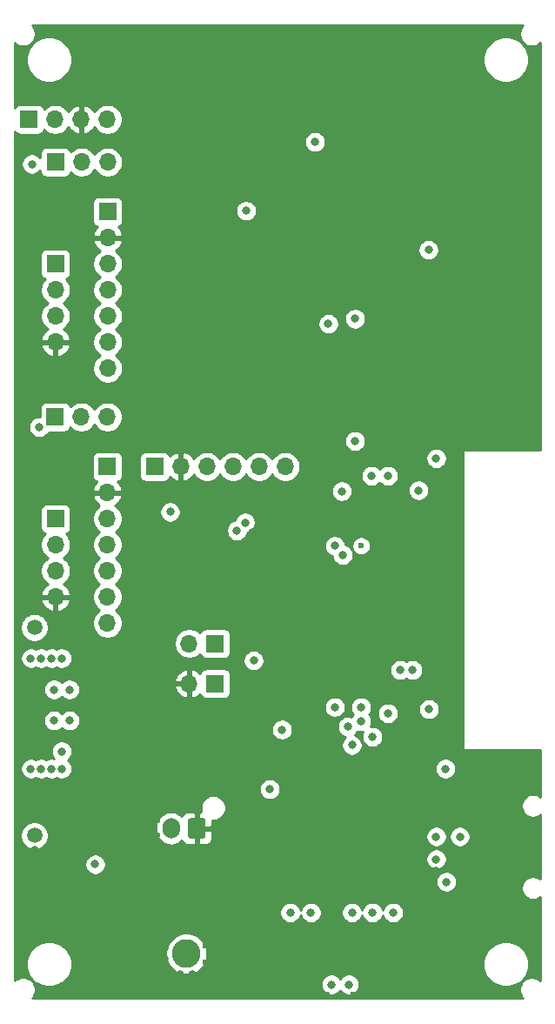
<source format=gbr>
%TF.GenerationSoftware,KiCad,Pcbnew,(5.1.10)-1*%
%TF.CreationDate,2021-05-28T10:13:55+00:00*%
%TF.ProjectId,co2_sensor_node,636f325f-7365-46e7-936f-725f6e6f6465,rev?*%
%TF.SameCoordinates,Original*%
%TF.FileFunction,Copper,L2,Inr*%
%TF.FilePolarity,Positive*%
%FSLAX46Y46*%
G04 Gerber Fmt 4.6, Leading zero omitted, Abs format (unit mm)*
G04 Created by KiCad (PCBNEW (5.1.10)-1) date 2021-05-28 10:13:55*
%MOMM*%
%LPD*%
G01*
G04 APERTURE LIST*
%TA.AperFunction,ComponentPad*%
%ADD10O,1.700000X1.700000*%
%TD*%
%TA.AperFunction,ComponentPad*%
%ADD11R,1.700000X1.700000*%
%TD*%
%TA.AperFunction,ComponentPad*%
%ADD12C,0.500000*%
%TD*%
%TA.AperFunction,ComponentPad*%
%ADD13O,1.700000X2.000000*%
%TD*%
%TA.AperFunction,ComponentPad*%
%ADD14C,2.500000*%
%TD*%
%TA.AperFunction,ComponentPad*%
%ADD15C,2.800000*%
%TD*%
%TA.AperFunction,ViaPad*%
%ADD16C,0.600000*%
%TD*%
%TA.AperFunction,ViaPad*%
%ADD17C,1.500000*%
%TD*%
%TA.AperFunction,ViaPad*%
%ADD18C,0.800000*%
%TD*%
%TA.AperFunction,Conductor*%
%ADD19C,0.254000*%
%TD*%
%TA.AperFunction,Conductor*%
%ADD20C,0.100000*%
%TD*%
G04 APERTURE END LIST*
D10*
%TO.N,/Microprocessor section/BOOT*%
%TO.C,J15*%
X147500000Y-87600000D03*
%TO.N,/Microprocessor section/EN*%
X144960000Y-87600000D03*
%TO.N,/Microprocessor section/TXD0*%
X142420000Y-87600000D03*
%TO.N,/Microprocessor section/RXD0*%
X139880000Y-87600000D03*
%TO.N,GND*%
X137340000Y-87600000D03*
D11*
%TO.N,+3V3*%
X134800000Y-87600000D03*
%TD*%
D12*
%TO.N,GND*%
%TO.C,U4*%
X129710000Y-122470000D03*
X128530000Y-122470000D03*
X129710000Y-121290000D03*
X128530000Y-121290000D03*
%TD*%
%TO.N,GND*%
%TO.C,U3*%
X129670000Y-111490000D03*
X128490000Y-111490000D03*
X129670000Y-110310000D03*
X128490000Y-110310000D03*
%TD*%
D10*
%TO.N,GND*%
%TO.C,JP4*%
X138160000Y-108700000D03*
D11*
%TO.N,/Microprocessor section/BOOT*%
X140700000Y-108700000D03*
%TD*%
D10*
%TO.N,+3V3*%
%TO.C,JP3*%
X138160000Y-104800000D03*
D11*
%TO.N,/CO2 Sensor Connector 2/ENABLE*%
X140700000Y-104800000D03*
%TD*%
D10*
%TO.N,+3V3*%
%TO.C,JP2*%
X130200000Y-82762000D03*
%TO.N,Net-(JP2-Pad2)*%
X127660000Y-82762000D03*
D11*
%TO.N,+6V*%
X125120000Y-82762000D03*
%TD*%
D10*
%TO.N,+3V3*%
%TO.C,JP1*%
X130222000Y-57962000D03*
%TO.N,Net-(JP1-Pad2)*%
X127682000Y-57962000D03*
D11*
%TO.N,+6V*%
X125142000Y-57962000D03*
%TD*%
D13*
%TO.N,Net-(J14-Pad2)*%
%TO.C,J14*%
X136400000Y-122800000D03*
%TO.N,GND*%
%TA.AperFunction,ComponentPad*%
G36*
G01*
X139750000Y-122050000D02*
X139750000Y-123550000D01*
G75*
G02*
X139500000Y-123800000I-250000J0D01*
G01*
X138300000Y-123800000D01*
G75*
G02*
X138050000Y-123550000I0J250000D01*
G01*
X138050000Y-122050000D01*
G75*
G02*
X138300000Y-121800000I250000J0D01*
G01*
X139500000Y-121800000D01*
G75*
G02*
X139750000Y-122050000I0J-250000D01*
G01*
G37*
%TD.AperFunction*%
%TD*%
D14*
%TO.N,GND*%
%TO.C,J7*%
X140440000Y-132460000D03*
X135360000Y-132460000D03*
X135360000Y-137540000D03*
X140440000Y-137540000D03*
D15*
%TO.N,Net-(J7-Pad1)*%
X137900000Y-135000000D03*
%TD*%
D10*
%TO.N,+3V3*%
%TO.C,J5*%
X130200000Y-53800000D03*
%TO.N,GND*%
X127660000Y-53800000D03*
%TO.N,/Microprocessor section/I2C_SCL*%
X125120000Y-53800000D03*
D11*
%TO.N,/Microprocessor section/I2C_SDA*%
X122580000Y-53800000D03*
%TD*%
D10*
%TO.N,GND*%
%TO.C,J4*%
X125158000Y-100288000D03*
%TO.N,/CO2 Sensor Connector 2/VCC*%
X125158000Y-97748000D03*
%TO.N,/Microprocessor section/UART2_TX*%
X125158000Y-95208000D03*
D11*
%TO.N,/Microprocessor section/UART2_RX*%
X125158000Y-92668000D03*
%TD*%
D10*
%TO.N,/CO2 Sensor Connector 2/VCC*%
%TO.C,J3*%
X130200000Y-102828000D03*
%TO.N,Net-(J3-Pad6)*%
X130200000Y-100288000D03*
%TO.N,/CO2 Sensor Connector 2/N_RDY*%
X130200000Y-97748000D03*
%TO.N,/Microprocessor section/UART2_TX*%
X130200000Y-95208000D03*
%TO.N,/Microprocessor section/UART2_RX*%
X130200000Y-92668000D03*
%TO.N,GND*%
X130200000Y-90128000D03*
D11*
%TO.N,/CO2 Sensor Connector 2/VCC*%
X130200000Y-87588000D03*
%TD*%
D10*
%TO.N,GND*%
%TO.C,J2*%
X125142000Y-75488000D03*
%TO.N,/CO2 Sensor Connector 1/VCC*%
X125142000Y-72948000D03*
%TO.N,/Microprocessor section/UART1_TX*%
X125142000Y-70408000D03*
D11*
%TO.N,/Microprocessor section/UART1_RX*%
X125142000Y-67868000D03*
%TD*%
D10*
%TO.N,/CO2 Sensor Connector 1/VCC*%
%TO.C,J1*%
X130222000Y-78028000D03*
%TO.N,Net-(J1-Pad6)*%
X130222000Y-75488000D03*
%TO.N,/CO2 Sensor Connector 1/N_RDY*%
X130222000Y-72948000D03*
%TO.N,/Microprocessor section/UART1_TX*%
X130222000Y-70408000D03*
%TO.N,/Microprocessor section/UART1_RX*%
X130222000Y-67868000D03*
%TO.N,GND*%
X130222000Y-65328000D03*
D11*
%TO.N,/CO2 Sensor Connector 1/VCC*%
X130222000Y-62788000D03*
%TD*%
D16*
%TO.N,GND*%
X136600000Y-112000000D03*
X136400000Y-115000000D03*
X136400000Y-116500000D03*
X136600000Y-113500000D03*
D17*
X123100000Y-129000000D03*
D16*
X172000000Y-133900000D03*
X172000000Y-126400000D03*
X172000000Y-123900000D03*
X172000000Y-118900000D03*
X172000000Y-136400000D03*
X172002000Y-50034000D03*
X172002000Y-80034000D03*
X172002000Y-65034000D03*
X172002000Y-57534000D03*
X172002000Y-70034000D03*
X172002000Y-52534000D03*
X172002000Y-75034000D03*
X172002000Y-62534000D03*
X172002000Y-77534000D03*
X172002000Y-85034000D03*
X172002000Y-67534000D03*
X172002000Y-55034000D03*
X172002000Y-60034000D03*
X172002000Y-82534000D03*
X172002000Y-72534000D03*
X147000000Y-45000000D03*
X164500000Y-45000000D03*
X144500000Y-45000000D03*
X167000000Y-45000000D03*
X142000000Y-45000000D03*
X139500000Y-45000000D03*
X124500000Y-45000000D03*
X159500000Y-45000000D03*
X132000000Y-45000000D03*
X154500000Y-45000000D03*
X137000000Y-45000000D03*
X129500000Y-45000000D03*
X157000000Y-45000000D03*
X134500000Y-45000000D03*
X152000000Y-45000000D03*
X149500000Y-45000000D03*
X169500000Y-45000000D03*
X162000000Y-45000000D03*
X127000000Y-45000000D03*
X121600000Y-66000000D03*
X121600000Y-68500000D03*
X121600000Y-71000000D03*
X121600000Y-73500000D03*
X121600000Y-76000000D03*
X121600000Y-78500000D03*
X121600000Y-81000000D03*
X121600000Y-91000000D03*
X121600000Y-93500000D03*
X121600000Y-96000000D03*
X121600000Y-98500000D03*
X169100000Y-139000000D03*
X166600000Y-139000000D03*
X164100000Y-139000000D03*
X161600000Y-139000000D03*
X159100000Y-139000000D03*
X156600000Y-139000000D03*
X154100000Y-139000000D03*
X151600000Y-139000000D03*
X149100000Y-139000000D03*
X146600000Y-139000000D03*
X126600000Y-139000000D03*
X129100000Y-139000000D03*
X131600000Y-139000000D03*
X134100000Y-139000000D03*
X141600000Y-139000000D03*
X136600000Y-139000000D03*
X144100000Y-139000000D03*
X139100000Y-139000000D03*
X124100000Y-139000000D03*
X121600000Y-120000000D03*
X121600000Y-123000000D03*
X121600000Y-115500000D03*
X121600000Y-118500000D03*
X121600000Y-114000000D03*
X121600000Y-126000000D03*
X121600000Y-124500000D03*
X121600000Y-121500000D03*
X121600000Y-117000000D03*
X121600000Y-106500000D03*
X121600000Y-109500000D03*
X121600000Y-102000000D03*
X121600000Y-105000000D03*
X121600000Y-100500000D03*
X121600000Y-112500000D03*
X121600000Y-111000000D03*
X121600000Y-108000000D03*
X121600000Y-103500000D03*
X143650000Y-131200000D03*
X144350000Y-131200000D03*
X143000000Y-132900000D03*
X143000000Y-132200000D03*
X145000000Y-133600000D03*
X145000000Y-132900000D03*
X145000000Y-132200000D03*
X145000000Y-131500000D03*
X143000000Y-131500000D03*
X139700000Y-134200000D03*
X143000000Y-133600000D03*
X140400000Y-134200000D03*
X141100000Y-134200000D03*
X141800000Y-134200000D03*
X142500000Y-134200000D03*
X140400000Y-135800000D03*
X139700000Y-135800000D03*
X141100000Y-135800000D03*
D18*
X146000000Y-134700000D03*
X144000000Y-114900000D03*
X144300000Y-94000000D03*
X124650000Y-60750000D03*
X150500000Y-85000000D03*
X143700000Y-101400000D03*
X149100000Y-136300000D03*
X156600000Y-136300000D03*
X159000000Y-130200000D03*
X163800000Y-111100000D03*
X163800000Y-86800000D03*
X162200000Y-126900000D03*
X128600000Y-115600000D03*
X129700000Y-115600000D03*
X130900000Y-115600000D03*
X123000000Y-114000000D03*
X123100000Y-124900000D03*
X133400000Y-124900000D03*
D16*
X141800000Y-135800000D03*
X142500000Y-135800000D03*
X143200000Y-135800000D03*
X144800000Y-134300000D03*
X143900000Y-135500000D03*
X144500000Y-135000000D03*
X124600000Y-85600000D03*
D18*
X124300000Y-90500000D03*
X124300000Y-65700000D03*
D16*
X122100000Y-127500000D03*
X123600000Y-127500000D03*
X125100000Y-127500000D03*
X126600000Y-127500000D03*
X128100000Y-127500000D03*
X129600000Y-127500000D03*
X131100000Y-127500000D03*
X132600000Y-127500000D03*
X134100000Y-127500000D03*
X135100000Y-126500000D03*
X135100000Y-125000000D03*
X135100000Y-123500000D03*
X135100000Y-122000000D03*
X135100000Y-120500000D03*
X135100000Y-119000000D03*
X125100000Y-104500000D03*
X126600000Y-104500000D03*
X128100000Y-104500000D03*
X129600000Y-104500000D03*
X131100000Y-104500000D03*
X132600000Y-104500000D03*
X134100000Y-104500000D03*
X135100000Y-105500000D03*
X135100000Y-107000000D03*
X135100000Y-108500000D03*
X135100000Y-110000000D03*
X121600000Y-136500000D03*
X121600000Y-134000000D03*
X121600000Y-131500000D03*
X121600000Y-129000000D03*
X121600000Y-48000000D03*
X121600000Y-51000000D03*
X121600000Y-56000000D03*
X136600000Y-51000000D03*
X146600000Y-51000000D03*
X156600000Y-51000000D03*
X166600000Y-51000000D03*
X166600000Y-61000000D03*
X166600000Y-71000000D03*
X166600000Y-81000000D03*
X156600000Y-81000000D03*
X146600000Y-81000000D03*
X136600000Y-81000000D03*
X136600000Y-71000000D03*
X136600000Y-61000000D03*
X151600000Y-101000000D03*
X161600000Y-96000000D03*
X161600000Y-106000000D03*
X141600000Y-96000000D03*
X131600000Y-131000000D03*
X161600000Y-136000000D03*
X151100000Y-128000000D03*
X156600000Y-121000000D03*
X166600000Y-121000000D03*
X141600000Y-126000000D03*
X133100000Y-93500000D03*
X134600000Y-100000000D03*
X126100000Y-79000000D03*
X151100000Y-122000000D03*
X145100000Y-123500000D03*
D18*
X127500000Y-120300000D03*
X126500000Y-120300000D03*
X125000000Y-120300000D03*
D16*
X172002000Y-47534000D03*
D18*
X135750000Y-135500000D03*
X135750000Y-134500000D03*
X137250000Y-132750000D03*
X138500000Y-132750000D03*
X137250000Y-137000000D03*
X138500000Y-137000000D03*
D17*
%TO.N,+3V3*%
X123100000Y-123500000D03*
D18*
X126500000Y-112300000D03*
X125000000Y-112300000D03*
X125000000Y-109300000D03*
X126500000Y-109300000D03*
X122750000Y-117000000D03*
X123750000Y-117000000D03*
X124750000Y-117000000D03*
X125750000Y-117000000D03*
X147200000Y-113200000D03*
X160490000Y-89900000D03*
X153000000Y-90000000D03*
X151700000Y-73700000D03*
X161450000Y-66500000D03*
X152000000Y-138000000D03*
X153700000Y-138000000D03*
X162200000Y-86800000D03*
X164500008Y-123600000D03*
X157500000Y-111600000D03*
X129000000Y-126300000D03*
D17*
%TO.N,+6V*%
X123100000Y-103250000D03*
D18*
X122750000Y-106250000D03*
X123750000Y-106250000D03*
X124750000Y-106250000D03*
X125750000Y-106250000D03*
X125750000Y-115300028D03*
%TO.N,/Microprocessor section/UART1_TX*%
X142799992Y-93825022D03*
%TO.N,/Microprocessor section/UART1_RX*%
X143600000Y-93034941D03*
D16*
%TO.N,/CO2 Sensor Connector 2/N_RDY*%
X154900000Y-95300000D03*
D18*
%TO.N,/Microprocessor section/UART2_TX*%
X153100006Y-96200000D03*
%TO.N,/Microprocessor section/UART2_RX*%
X152332653Y-95300000D03*
%TO.N,/Microprocessor section/I2C_SCL*%
X155900000Y-88500000D03*
X143700000Y-62700000D03*
%TO.N,/Microprocessor section/I2C_SDA*%
X157500000Y-88500000D03*
X150400000Y-56000000D03*
%TO.N,/SD Card/CSN*%
X163100000Y-117000000D03*
X161500000Y-111200014D03*
%TO.N,/LoRa Transceiver/MISO*%
X163200000Y-128000000D03*
X154900000Y-111000000D03*
X156000000Y-113900000D03*
%TO.N,/LoRa Transceiver/SCLK*%
X162200000Y-125800000D03*
X153595000Y-112905000D03*
%TO.N,/LoRa Transceiver/MOSI*%
X154000000Y-114700000D03*
X162200000Y-123600000D03*
%TO.N,/LoRa Transceiver/IRQ2*%
X154900000Y-112400000D03*
%TO.N,Net-(J8-Pad1)*%
X154000000Y-131000000D03*
%TO.N,/LoRa Transceiver/IRQ1*%
X152325000Y-111000000D03*
%TO.N,Net-(J10-Pad1)*%
X156000000Y-131000000D03*
%TO.N,Net-(J12-Pad1)*%
X158000000Y-131000000D03*
%TO.N,/Microprocessor section/BOOT*%
X136300000Y-92000000D03*
%TO.N,/Microprocessor section/TXD0*%
X159900000Y-107400000D03*
%TO.N,/Microprocessor section/RXD0*%
X158700000Y-107400000D03*
%TO.N,/CO2 Sensor Connector 1/ENABLE*%
X122850000Y-58150000D03*
X144433032Y-106467000D03*
%TO.N,/CO2 Sensor Connector 2/ENABLE*%
X123575000Y-83750000D03*
%TO.N,/GNSS/ENABLE*%
X154300000Y-85100000D03*
X154299988Y-73200000D03*
%TO.N,Net-(J9-Pad1)*%
X146000000Y-119000000D03*
%TO.N,Net-(J11-Pad1)*%
X150000000Y-131000000D03*
%TO.N,Net-(J13-Pad1)*%
X148000000Y-131000000D03*
%TD*%
D19*
%TO.N,GND*%
X170559354Y-44728032D02*
X170426825Y-44926376D01*
X170335538Y-45146764D01*
X170289000Y-45380727D01*
X170289000Y-45619273D01*
X170335538Y-45853236D01*
X170426825Y-46073624D01*
X170559354Y-46271968D01*
X170728032Y-46440646D01*
X170926376Y-46573175D01*
X171146764Y-46664462D01*
X171380727Y-46711000D01*
X171619273Y-46711000D01*
X171853236Y-46664462D01*
X172073624Y-46573175D01*
X172271968Y-46440646D01*
X172340000Y-46372614D01*
X172340000Y-85953906D01*
X164900000Y-85953906D01*
X164875224Y-85956346D01*
X164851399Y-85963573D01*
X164829443Y-85975309D01*
X164810197Y-85991103D01*
X164794403Y-86010349D01*
X164782667Y-86032305D01*
X164775440Y-86056130D01*
X164773000Y-86080906D01*
X164773000Y-115080906D01*
X164775440Y-115105682D01*
X164782667Y-115129507D01*
X164794403Y-115151463D01*
X164810197Y-115170709D01*
X164829443Y-115186503D01*
X164851399Y-115198239D01*
X164875224Y-115205466D01*
X164900000Y-115207906D01*
X172340001Y-115207906D01*
X172340001Y-119734869D01*
X172323520Y-119718388D01*
X172137624Y-119594176D01*
X171931067Y-119508617D01*
X171711788Y-119465000D01*
X171488212Y-119465000D01*
X171268933Y-119508617D01*
X171062376Y-119594176D01*
X170876480Y-119718388D01*
X170718388Y-119876480D01*
X170594176Y-120062376D01*
X170508617Y-120268933D01*
X170465000Y-120488212D01*
X170465000Y-120711788D01*
X170508617Y-120931067D01*
X170594176Y-121137624D01*
X170718388Y-121323520D01*
X170876480Y-121481612D01*
X171062376Y-121605824D01*
X171268933Y-121691383D01*
X171488212Y-121735000D01*
X171711788Y-121735000D01*
X171931067Y-121691383D01*
X172137624Y-121605824D01*
X172323520Y-121481612D01*
X172340001Y-121465131D01*
X172340001Y-127734869D01*
X172323520Y-127718388D01*
X172137624Y-127594176D01*
X171931067Y-127508617D01*
X171711788Y-127465000D01*
X171488212Y-127465000D01*
X171268933Y-127508617D01*
X171062376Y-127594176D01*
X170876480Y-127718388D01*
X170718388Y-127876480D01*
X170594176Y-128062376D01*
X170508617Y-128268933D01*
X170465000Y-128488212D01*
X170465000Y-128711788D01*
X170508617Y-128931067D01*
X170594176Y-129137624D01*
X170718388Y-129323520D01*
X170876480Y-129481612D01*
X171062376Y-129605824D01*
X171268933Y-129691383D01*
X171488212Y-129735000D01*
X171711788Y-129735000D01*
X171931067Y-129691383D01*
X172137624Y-129605824D01*
X172323520Y-129481612D01*
X172340001Y-129465131D01*
X172340001Y-137627387D01*
X172271968Y-137559354D01*
X172073624Y-137426825D01*
X171853236Y-137335538D01*
X171619273Y-137289000D01*
X171380727Y-137289000D01*
X171146764Y-137335538D01*
X170926376Y-137426825D01*
X170728032Y-137559354D01*
X170559354Y-137728032D01*
X170426825Y-137926376D01*
X170335538Y-138146764D01*
X170289000Y-138380727D01*
X170289000Y-138619273D01*
X170335538Y-138853236D01*
X170426825Y-139073624D01*
X170559354Y-139271968D01*
X170627386Y-139340000D01*
X122872614Y-139340000D01*
X122940646Y-139271968D01*
X123073175Y-139073624D01*
X123164462Y-138853236D01*
X123211000Y-138619273D01*
X123211000Y-138380727D01*
X123164462Y-138146764D01*
X123073175Y-137926376D01*
X122940646Y-137728032D01*
X122771968Y-137559354D01*
X122573624Y-137426825D01*
X122353236Y-137335538D01*
X122119273Y-137289000D01*
X121880727Y-137289000D01*
X121646764Y-137335538D01*
X121426376Y-137426825D01*
X121228032Y-137559354D01*
X121160000Y-137627386D01*
X121160000Y-135779872D01*
X122265000Y-135779872D01*
X122265000Y-136220128D01*
X122350890Y-136651925D01*
X122519369Y-137058669D01*
X122763962Y-137424729D01*
X123075271Y-137736038D01*
X123441331Y-137980631D01*
X123848075Y-138149110D01*
X124279872Y-138235000D01*
X124720128Y-138235000D01*
X125151925Y-138149110D01*
X125558669Y-137980631D01*
X125682243Y-137898061D01*
X150965000Y-137898061D01*
X150965000Y-138101939D01*
X151004774Y-138301898D01*
X151082795Y-138490256D01*
X151196063Y-138659774D01*
X151340226Y-138803937D01*
X151509744Y-138917205D01*
X151698102Y-138995226D01*
X151898061Y-139035000D01*
X152101939Y-139035000D01*
X152301898Y-138995226D01*
X152490256Y-138917205D01*
X152659774Y-138803937D01*
X152803937Y-138659774D01*
X152850000Y-138590836D01*
X152896063Y-138659774D01*
X153040226Y-138803937D01*
X153209744Y-138917205D01*
X153398102Y-138995226D01*
X153598061Y-139035000D01*
X153801939Y-139035000D01*
X154001898Y-138995226D01*
X154190256Y-138917205D01*
X154359774Y-138803937D01*
X154503937Y-138659774D01*
X154617205Y-138490256D01*
X154695226Y-138301898D01*
X154735000Y-138101939D01*
X154735000Y-137898061D01*
X154695226Y-137698102D01*
X154617205Y-137509744D01*
X154503937Y-137340226D01*
X154359774Y-137196063D01*
X154190256Y-137082795D01*
X154001898Y-137004774D01*
X153801939Y-136965000D01*
X153598061Y-136965000D01*
X153398102Y-137004774D01*
X153209744Y-137082795D01*
X153040226Y-137196063D01*
X152896063Y-137340226D01*
X152850000Y-137409164D01*
X152803937Y-137340226D01*
X152659774Y-137196063D01*
X152490256Y-137082795D01*
X152301898Y-137004774D01*
X152101939Y-136965000D01*
X151898061Y-136965000D01*
X151698102Y-137004774D01*
X151509744Y-137082795D01*
X151340226Y-137196063D01*
X151196063Y-137340226D01*
X151082795Y-137509744D01*
X151004774Y-137698102D01*
X150965000Y-137898061D01*
X125682243Y-137898061D01*
X125924729Y-137736038D01*
X126236038Y-137424729D01*
X126480631Y-137058669D01*
X126649110Y-136651925D01*
X126735000Y-136220128D01*
X126735000Y-135779872D01*
X126649110Y-135348075D01*
X126480631Y-134941331D01*
X126385910Y-134799570D01*
X135865000Y-134799570D01*
X135865000Y-135200430D01*
X135943204Y-135593587D01*
X136096607Y-135963934D01*
X136319313Y-136297237D01*
X136602763Y-136580687D01*
X136936066Y-136803393D01*
X137306413Y-136956796D01*
X137699570Y-137035000D01*
X138100430Y-137035000D01*
X138493587Y-136956796D01*
X138863934Y-136803393D01*
X139197237Y-136580687D01*
X139480687Y-136297237D01*
X139703393Y-135963934D01*
X139779634Y-135779872D01*
X166765000Y-135779872D01*
X166765000Y-136220128D01*
X166850890Y-136651925D01*
X167019369Y-137058669D01*
X167263962Y-137424729D01*
X167575271Y-137736038D01*
X167941331Y-137980631D01*
X168348075Y-138149110D01*
X168779872Y-138235000D01*
X169220128Y-138235000D01*
X169651925Y-138149110D01*
X170058669Y-137980631D01*
X170424729Y-137736038D01*
X170736038Y-137424729D01*
X170980631Y-137058669D01*
X171149110Y-136651925D01*
X171235000Y-136220128D01*
X171235000Y-135779872D01*
X171149110Y-135348075D01*
X170980631Y-134941331D01*
X170736038Y-134575271D01*
X170424729Y-134263962D01*
X170058669Y-134019369D01*
X169651925Y-133850890D01*
X169220128Y-133765000D01*
X168779872Y-133765000D01*
X168348075Y-133850890D01*
X167941331Y-134019369D01*
X167575271Y-134263962D01*
X167263962Y-134575271D01*
X167019369Y-134941331D01*
X166850890Y-135348075D01*
X166765000Y-135779872D01*
X139779634Y-135779872D01*
X139856796Y-135593587D01*
X139935000Y-135200430D01*
X139935000Y-134799570D01*
X139856796Y-134406413D01*
X139703393Y-134036066D01*
X139480687Y-133702763D01*
X139197237Y-133419313D01*
X138863934Y-133196607D01*
X138493587Y-133043204D01*
X138100430Y-132965000D01*
X137699570Y-132965000D01*
X137306413Y-133043204D01*
X136936066Y-133196607D01*
X136602763Y-133419313D01*
X136319313Y-133702763D01*
X136096607Y-134036066D01*
X135943204Y-134406413D01*
X135865000Y-134799570D01*
X126385910Y-134799570D01*
X126236038Y-134575271D01*
X125924729Y-134263962D01*
X125558669Y-134019369D01*
X125151925Y-133850890D01*
X124720128Y-133765000D01*
X124279872Y-133765000D01*
X123848075Y-133850890D01*
X123441331Y-134019369D01*
X123075271Y-134263962D01*
X122763962Y-134575271D01*
X122519369Y-134941331D01*
X122350890Y-135348075D01*
X122265000Y-135779872D01*
X121160000Y-135779872D01*
X121160000Y-130898061D01*
X146965000Y-130898061D01*
X146965000Y-131101939D01*
X147004774Y-131301898D01*
X147082795Y-131490256D01*
X147196063Y-131659774D01*
X147340226Y-131803937D01*
X147509744Y-131917205D01*
X147698102Y-131995226D01*
X147898061Y-132035000D01*
X148101939Y-132035000D01*
X148301898Y-131995226D01*
X148490256Y-131917205D01*
X148659774Y-131803937D01*
X148803937Y-131659774D01*
X148917205Y-131490256D01*
X148995226Y-131301898D01*
X149000000Y-131277897D01*
X149004774Y-131301898D01*
X149082795Y-131490256D01*
X149196063Y-131659774D01*
X149340226Y-131803937D01*
X149509744Y-131917205D01*
X149698102Y-131995226D01*
X149898061Y-132035000D01*
X150101939Y-132035000D01*
X150301898Y-131995226D01*
X150490256Y-131917205D01*
X150659774Y-131803937D01*
X150803937Y-131659774D01*
X150917205Y-131490256D01*
X150995226Y-131301898D01*
X151035000Y-131101939D01*
X151035000Y-130898061D01*
X152965000Y-130898061D01*
X152965000Y-131101939D01*
X153004774Y-131301898D01*
X153082795Y-131490256D01*
X153196063Y-131659774D01*
X153340226Y-131803937D01*
X153509744Y-131917205D01*
X153698102Y-131995226D01*
X153898061Y-132035000D01*
X154101939Y-132035000D01*
X154301898Y-131995226D01*
X154490256Y-131917205D01*
X154659774Y-131803937D01*
X154803937Y-131659774D01*
X154917205Y-131490256D01*
X154995226Y-131301898D01*
X155000000Y-131277897D01*
X155004774Y-131301898D01*
X155082795Y-131490256D01*
X155196063Y-131659774D01*
X155340226Y-131803937D01*
X155509744Y-131917205D01*
X155698102Y-131995226D01*
X155898061Y-132035000D01*
X156101939Y-132035000D01*
X156301898Y-131995226D01*
X156490256Y-131917205D01*
X156659774Y-131803937D01*
X156803937Y-131659774D01*
X156917205Y-131490256D01*
X156995226Y-131301898D01*
X157000000Y-131277897D01*
X157004774Y-131301898D01*
X157082795Y-131490256D01*
X157196063Y-131659774D01*
X157340226Y-131803937D01*
X157509744Y-131917205D01*
X157698102Y-131995226D01*
X157898061Y-132035000D01*
X158101939Y-132035000D01*
X158301898Y-131995226D01*
X158490256Y-131917205D01*
X158659774Y-131803937D01*
X158803937Y-131659774D01*
X158917205Y-131490256D01*
X158995226Y-131301898D01*
X159035000Y-131101939D01*
X159035000Y-130898061D01*
X158995226Y-130698102D01*
X158917205Y-130509744D01*
X158803937Y-130340226D01*
X158659774Y-130196063D01*
X158490256Y-130082795D01*
X158301898Y-130004774D01*
X158101939Y-129965000D01*
X157898061Y-129965000D01*
X157698102Y-130004774D01*
X157509744Y-130082795D01*
X157340226Y-130196063D01*
X157196063Y-130340226D01*
X157082795Y-130509744D01*
X157004774Y-130698102D01*
X157000000Y-130722103D01*
X156995226Y-130698102D01*
X156917205Y-130509744D01*
X156803937Y-130340226D01*
X156659774Y-130196063D01*
X156490256Y-130082795D01*
X156301898Y-130004774D01*
X156101939Y-129965000D01*
X155898061Y-129965000D01*
X155698102Y-130004774D01*
X155509744Y-130082795D01*
X155340226Y-130196063D01*
X155196063Y-130340226D01*
X155082795Y-130509744D01*
X155004774Y-130698102D01*
X155000000Y-130722103D01*
X154995226Y-130698102D01*
X154917205Y-130509744D01*
X154803937Y-130340226D01*
X154659774Y-130196063D01*
X154490256Y-130082795D01*
X154301898Y-130004774D01*
X154101939Y-129965000D01*
X153898061Y-129965000D01*
X153698102Y-130004774D01*
X153509744Y-130082795D01*
X153340226Y-130196063D01*
X153196063Y-130340226D01*
X153082795Y-130509744D01*
X153004774Y-130698102D01*
X152965000Y-130898061D01*
X151035000Y-130898061D01*
X150995226Y-130698102D01*
X150917205Y-130509744D01*
X150803937Y-130340226D01*
X150659774Y-130196063D01*
X150490256Y-130082795D01*
X150301898Y-130004774D01*
X150101939Y-129965000D01*
X149898061Y-129965000D01*
X149698102Y-130004774D01*
X149509744Y-130082795D01*
X149340226Y-130196063D01*
X149196063Y-130340226D01*
X149082795Y-130509744D01*
X149004774Y-130698102D01*
X149000000Y-130722103D01*
X148995226Y-130698102D01*
X148917205Y-130509744D01*
X148803937Y-130340226D01*
X148659774Y-130196063D01*
X148490256Y-130082795D01*
X148301898Y-130004774D01*
X148101939Y-129965000D01*
X147898061Y-129965000D01*
X147698102Y-130004774D01*
X147509744Y-130082795D01*
X147340226Y-130196063D01*
X147196063Y-130340226D01*
X147082795Y-130509744D01*
X147004774Y-130698102D01*
X146965000Y-130898061D01*
X121160000Y-130898061D01*
X121160000Y-127898061D01*
X162165000Y-127898061D01*
X162165000Y-128101939D01*
X162204774Y-128301898D01*
X162282795Y-128490256D01*
X162396063Y-128659774D01*
X162540226Y-128803937D01*
X162709744Y-128917205D01*
X162898102Y-128995226D01*
X163098061Y-129035000D01*
X163301939Y-129035000D01*
X163501898Y-128995226D01*
X163690256Y-128917205D01*
X163859774Y-128803937D01*
X164003937Y-128659774D01*
X164117205Y-128490256D01*
X164195226Y-128301898D01*
X164235000Y-128101939D01*
X164235000Y-127898061D01*
X164195226Y-127698102D01*
X164117205Y-127509744D01*
X164003937Y-127340226D01*
X163859774Y-127196063D01*
X163690256Y-127082795D01*
X163501898Y-127004774D01*
X163301939Y-126965000D01*
X163098061Y-126965000D01*
X162898102Y-127004774D01*
X162709744Y-127082795D01*
X162540226Y-127196063D01*
X162396063Y-127340226D01*
X162282795Y-127509744D01*
X162204774Y-127698102D01*
X162165000Y-127898061D01*
X121160000Y-127898061D01*
X121160000Y-126198061D01*
X127965000Y-126198061D01*
X127965000Y-126401939D01*
X128004774Y-126601898D01*
X128082795Y-126790256D01*
X128196063Y-126959774D01*
X128340226Y-127103937D01*
X128509744Y-127217205D01*
X128698102Y-127295226D01*
X128898061Y-127335000D01*
X129101939Y-127335000D01*
X129301898Y-127295226D01*
X129490256Y-127217205D01*
X129659774Y-127103937D01*
X129803937Y-126959774D01*
X129917205Y-126790256D01*
X129995226Y-126601898D01*
X130035000Y-126401939D01*
X130035000Y-126198061D01*
X129995226Y-125998102D01*
X129917205Y-125809744D01*
X129842582Y-125698061D01*
X161165000Y-125698061D01*
X161165000Y-125901939D01*
X161204774Y-126101898D01*
X161282795Y-126290256D01*
X161396063Y-126459774D01*
X161540226Y-126603937D01*
X161709744Y-126717205D01*
X161898102Y-126795226D01*
X162098061Y-126835000D01*
X162301939Y-126835000D01*
X162501898Y-126795226D01*
X162690256Y-126717205D01*
X162859774Y-126603937D01*
X163003937Y-126459774D01*
X163117205Y-126290256D01*
X163195226Y-126101898D01*
X163235000Y-125901939D01*
X163235000Y-125698061D01*
X163195226Y-125498102D01*
X163117205Y-125309744D01*
X163003937Y-125140226D01*
X162859774Y-124996063D01*
X162690256Y-124882795D01*
X162501898Y-124804774D01*
X162301939Y-124765000D01*
X162098061Y-124765000D01*
X161898102Y-124804774D01*
X161709744Y-124882795D01*
X161540226Y-124996063D01*
X161396063Y-125140226D01*
X161282795Y-125309744D01*
X161204774Y-125498102D01*
X161165000Y-125698061D01*
X129842582Y-125698061D01*
X129803937Y-125640226D01*
X129659774Y-125496063D01*
X129490256Y-125382795D01*
X129301898Y-125304774D01*
X129101939Y-125265000D01*
X128898061Y-125265000D01*
X128698102Y-125304774D01*
X128509744Y-125382795D01*
X128340226Y-125496063D01*
X128196063Y-125640226D01*
X128082795Y-125809744D01*
X128004774Y-125998102D01*
X127965000Y-126198061D01*
X121160000Y-126198061D01*
X121160000Y-123363589D01*
X121715000Y-123363589D01*
X121715000Y-123636411D01*
X121768225Y-123903989D01*
X121872629Y-124156043D01*
X122024201Y-124382886D01*
X122217114Y-124575799D01*
X122443957Y-124727371D01*
X122696011Y-124831775D01*
X122963589Y-124885000D01*
X123236411Y-124885000D01*
X123503989Y-124831775D01*
X123756043Y-124727371D01*
X123982886Y-124575799D01*
X124175799Y-124382886D01*
X124327371Y-124156043D01*
X124431775Y-123903989D01*
X124485000Y-123636411D01*
X124485000Y-123363589D01*
X124431775Y-123096011D01*
X124327371Y-122843957D01*
X124175799Y-122617114D01*
X124135735Y-122577050D01*
X134915000Y-122577050D01*
X134915000Y-123022949D01*
X134936487Y-123241110D01*
X135021401Y-123521033D01*
X135159294Y-123779013D01*
X135344866Y-124005134D01*
X135570986Y-124190706D01*
X135828966Y-124328599D01*
X136108889Y-124413513D01*
X136400000Y-124442185D01*
X136691110Y-124413513D01*
X136971033Y-124328599D01*
X137229013Y-124190706D01*
X137449945Y-124009392D01*
X137460498Y-124044180D01*
X137519463Y-124154494D01*
X137598815Y-124251185D01*
X137695506Y-124330537D01*
X137805820Y-124389502D01*
X137925518Y-124425812D01*
X138050000Y-124438072D01*
X138614250Y-124435000D01*
X138773000Y-124276250D01*
X138773000Y-122927000D01*
X139027000Y-122927000D01*
X139027000Y-124276250D01*
X139185750Y-124435000D01*
X139750000Y-124438072D01*
X139874482Y-124425812D01*
X139994180Y-124389502D01*
X140104494Y-124330537D01*
X140201185Y-124251185D01*
X140280537Y-124154494D01*
X140339502Y-124044180D01*
X140375812Y-123924482D01*
X140388072Y-123800000D01*
X140386774Y-123498061D01*
X161165000Y-123498061D01*
X161165000Y-123701939D01*
X161204774Y-123901898D01*
X161282795Y-124090256D01*
X161396063Y-124259774D01*
X161540226Y-124403937D01*
X161709744Y-124517205D01*
X161898102Y-124595226D01*
X162098061Y-124635000D01*
X162301939Y-124635000D01*
X162501898Y-124595226D01*
X162690256Y-124517205D01*
X162859774Y-124403937D01*
X163003937Y-124259774D01*
X163117205Y-124090256D01*
X163195226Y-123901898D01*
X163235000Y-123701939D01*
X163235000Y-123498061D01*
X163465008Y-123498061D01*
X163465008Y-123701939D01*
X163504782Y-123901898D01*
X163582803Y-124090256D01*
X163696071Y-124259774D01*
X163840234Y-124403937D01*
X164009752Y-124517205D01*
X164198110Y-124595226D01*
X164398069Y-124635000D01*
X164601947Y-124635000D01*
X164801906Y-124595226D01*
X164990264Y-124517205D01*
X165159782Y-124403937D01*
X165303945Y-124259774D01*
X165417213Y-124090256D01*
X165495234Y-123901898D01*
X165535008Y-123701939D01*
X165535008Y-123498061D01*
X165495234Y-123298102D01*
X165417213Y-123109744D01*
X165303945Y-122940226D01*
X165159782Y-122796063D01*
X164990264Y-122682795D01*
X164801906Y-122604774D01*
X164601947Y-122565000D01*
X164398069Y-122565000D01*
X164198110Y-122604774D01*
X164009752Y-122682795D01*
X163840234Y-122796063D01*
X163696071Y-122940226D01*
X163582803Y-123109744D01*
X163504782Y-123298102D01*
X163465008Y-123498061D01*
X163235000Y-123498061D01*
X163195226Y-123298102D01*
X163117205Y-123109744D01*
X163003937Y-122940226D01*
X162859774Y-122796063D01*
X162690256Y-122682795D01*
X162501898Y-122604774D01*
X162301939Y-122565000D01*
X162098061Y-122565000D01*
X161898102Y-122604774D01*
X161709744Y-122682795D01*
X161540226Y-122796063D01*
X161396063Y-122940226D01*
X161282795Y-123109744D01*
X161204774Y-123298102D01*
X161165000Y-123498061D01*
X140386774Y-123498061D01*
X140385000Y-123085750D01*
X140226250Y-122927000D01*
X139027000Y-122927000D01*
X138773000Y-122927000D01*
X138753000Y-122927000D01*
X138753000Y-122673000D01*
X138773000Y-122673000D01*
X138773000Y-121323750D01*
X139027000Y-121323750D01*
X139027000Y-122673000D01*
X140226250Y-122673000D01*
X140385000Y-122514250D01*
X140387061Y-122035000D01*
X140621637Y-122035000D01*
X140860236Y-121987540D01*
X141084992Y-121894443D01*
X141287267Y-121759287D01*
X141459287Y-121587267D01*
X141594443Y-121384992D01*
X141687540Y-121160236D01*
X141735000Y-120921637D01*
X141735000Y-120678363D01*
X141687540Y-120439764D01*
X141594443Y-120215008D01*
X141459287Y-120012733D01*
X141287267Y-119840713D01*
X141084992Y-119705557D01*
X140860236Y-119612460D01*
X140621637Y-119565000D01*
X140378363Y-119565000D01*
X140139764Y-119612460D01*
X139915008Y-119705557D01*
X139712733Y-119840713D01*
X139540713Y-120012733D01*
X139405557Y-120215008D01*
X139312460Y-120439764D01*
X139265000Y-120678363D01*
X139265000Y-120921637D01*
X139312460Y-121160236D01*
X139314144Y-121164301D01*
X139185750Y-121165000D01*
X139027000Y-121323750D01*
X138773000Y-121323750D01*
X138614250Y-121165000D01*
X138050000Y-121161928D01*
X137925518Y-121174188D01*
X137805820Y-121210498D01*
X137695506Y-121269463D01*
X137598815Y-121348815D01*
X137519463Y-121445506D01*
X137460498Y-121555820D01*
X137449945Y-121590608D01*
X137229014Y-121409294D01*
X136971034Y-121271401D01*
X136691111Y-121186487D01*
X136400000Y-121157815D01*
X136108890Y-121186487D01*
X135828967Y-121271401D01*
X135570987Y-121409294D01*
X135344866Y-121594866D01*
X135159294Y-121820986D01*
X135021401Y-122078966D01*
X134936487Y-122358889D01*
X134915000Y-122577050D01*
X124135735Y-122577050D01*
X123982886Y-122424201D01*
X123756043Y-122272629D01*
X123503989Y-122168225D01*
X123236411Y-122115000D01*
X122963589Y-122115000D01*
X122696011Y-122168225D01*
X122443957Y-122272629D01*
X122217114Y-122424201D01*
X122024201Y-122617114D01*
X121872629Y-122843957D01*
X121768225Y-123096011D01*
X121715000Y-123363589D01*
X121160000Y-123363589D01*
X121160000Y-118898061D01*
X144965000Y-118898061D01*
X144965000Y-119101939D01*
X145004774Y-119301898D01*
X145082795Y-119490256D01*
X145196063Y-119659774D01*
X145340226Y-119803937D01*
X145509744Y-119917205D01*
X145698102Y-119995226D01*
X145898061Y-120035000D01*
X146101939Y-120035000D01*
X146301898Y-119995226D01*
X146490256Y-119917205D01*
X146659774Y-119803937D01*
X146803937Y-119659774D01*
X146917205Y-119490256D01*
X146995226Y-119301898D01*
X147035000Y-119101939D01*
X147035000Y-118898061D01*
X146995226Y-118698102D01*
X146917205Y-118509744D01*
X146803937Y-118340226D01*
X146659774Y-118196063D01*
X146490256Y-118082795D01*
X146301898Y-118004774D01*
X146101939Y-117965000D01*
X145898061Y-117965000D01*
X145698102Y-118004774D01*
X145509744Y-118082795D01*
X145340226Y-118196063D01*
X145196063Y-118340226D01*
X145082795Y-118509744D01*
X145004774Y-118698102D01*
X144965000Y-118898061D01*
X121160000Y-118898061D01*
X121160000Y-116898061D01*
X121715000Y-116898061D01*
X121715000Y-117101939D01*
X121754774Y-117301898D01*
X121832795Y-117490256D01*
X121946063Y-117659774D01*
X122090226Y-117803937D01*
X122259744Y-117917205D01*
X122448102Y-117995226D01*
X122648061Y-118035000D01*
X122851939Y-118035000D01*
X123051898Y-117995226D01*
X123240256Y-117917205D01*
X123250000Y-117910694D01*
X123259744Y-117917205D01*
X123448102Y-117995226D01*
X123648061Y-118035000D01*
X123851939Y-118035000D01*
X124051898Y-117995226D01*
X124240256Y-117917205D01*
X124250000Y-117910694D01*
X124259744Y-117917205D01*
X124448102Y-117995226D01*
X124648061Y-118035000D01*
X124851939Y-118035000D01*
X125051898Y-117995226D01*
X125240256Y-117917205D01*
X125250000Y-117910694D01*
X125259744Y-117917205D01*
X125448102Y-117995226D01*
X125648061Y-118035000D01*
X125851939Y-118035000D01*
X126051898Y-117995226D01*
X126240256Y-117917205D01*
X126409774Y-117803937D01*
X126553937Y-117659774D01*
X126667205Y-117490256D01*
X126745226Y-117301898D01*
X126785000Y-117101939D01*
X126785000Y-116898061D01*
X162065000Y-116898061D01*
X162065000Y-117101939D01*
X162104774Y-117301898D01*
X162182795Y-117490256D01*
X162296063Y-117659774D01*
X162440226Y-117803937D01*
X162609744Y-117917205D01*
X162798102Y-117995226D01*
X162998061Y-118035000D01*
X163201939Y-118035000D01*
X163401898Y-117995226D01*
X163590256Y-117917205D01*
X163759774Y-117803937D01*
X163903937Y-117659774D01*
X164017205Y-117490256D01*
X164095226Y-117301898D01*
X164135000Y-117101939D01*
X164135000Y-116898061D01*
X164095226Y-116698102D01*
X164017205Y-116509744D01*
X163903937Y-116340226D01*
X163759774Y-116196063D01*
X163590256Y-116082795D01*
X163401898Y-116004774D01*
X163201939Y-115965000D01*
X162998061Y-115965000D01*
X162798102Y-116004774D01*
X162609744Y-116082795D01*
X162440226Y-116196063D01*
X162296063Y-116340226D01*
X162182795Y-116509744D01*
X162104774Y-116698102D01*
X162065000Y-116898061D01*
X126785000Y-116898061D01*
X126745226Y-116698102D01*
X126667205Y-116509744D01*
X126553937Y-116340226D01*
X126409774Y-116196063D01*
X126340857Y-116150014D01*
X126409774Y-116103965D01*
X126553937Y-115959802D01*
X126667205Y-115790284D01*
X126745226Y-115601926D01*
X126785000Y-115401967D01*
X126785000Y-115198089D01*
X126745226Y-114998130D01*
X126667205Y-114809772D01*
X126553937Y-114640254D01*
X126409774Y-114496091D01*
X126240256Y-114382823D01*
X126051898Y-114304802D01*
X125851939Y-114265028D01*
X125648061Y-114265028D01*
X125448102Y-114304802D01*
X125259744Y-114382823D01*
X125090226Y-114496091D01*
X124946063Y-114640254D01*
X124832795Y-114809772D01*
X124754774Y-114998130D01*
X124715000Y-115198089D01*
X124715000Y-115401967D01*
X124754774Y-115601926D01*
X124832795Y-115790284D01*
X124946063Y-115959802D01*
X124975923Y-115989662D01*
X124851939Y-115965000D01*
X124648061Y-115965000D01*
X124448102Y-116004774D01*
X124259744Y-116082795D01*
X124250000Y-116089306D01*
X124240256Y-116082795D01*
X124051898Y-116004774D01*
X123851939Y-115965000D01*
X123648061Y-115965000D01*
X123448102Y-116004774D01*
X123259744Y-116082795D01*
X123250000Y-116089306D01*
X123240256Y-116082795D01*
X123051898Y-116004774D01*
X122851939Y-115965000D01*
X122648061Y-115965000D01*
X122448102Y-116004774D01*
X122259744Y-116082795D01*
X122090226Y-116196063D01*
X121946063Y-116340226D01*
X121832795Y-116509744D01*
X121754774Y-116698102D01*
X121715000Y-116898061D01*
X121160000Y-116898061D01*
X121160000Y-112198061D01*
X123965000Y-112198061D01*
X123965000Y-112401939D01*
X124004774Y-112601898D01*
X124082795Y-112790256D01*
X124196063Y-112959774D01*
X124340226Y-113103937D01*
X124509744Y-113217205D01*
X124698102Y-113295226D01*
X124898061Y-113335000D01*
X125101939Y-113335000D01*
X125301898Y-113295226D01*
X125490256Y-113217205D01*
X125659774Y-113103937D01*
X125750000Y-113013711D01*
X125840226Y-113103937D01*
X126009744Y-113217205D01*
X126198102Y-113295226D01*
X126398061Y-113335000D01*
X126601939Y-113335000D01*
X126801898Y-113295226D01*
X126990256Y-113217205D01*
X127159774Y-113103937D01*
X127165650Y-113098061D01*
X146165000Y-113098061D01*
X146165000Y-113301939D01*
X146204774Y-113501898D01*
X146282795Y-113690256D01*
X146396063Y-113859774D01*
X146540226Y-114003937D01*
X146709744Y-114117205D01*
X146898102Y-114195226D01*
X147098061Y-114235000D01*
X147301939Y-114235000D01*
X147501898Y-114195226D01*
X147690256Y-114117205D01*
X147859774Y-114003937D01*
X148003937Y-113859774D01*
X148117205Y-113690256D01*
X148195226Y-113501898D01*
X148235000Y-113301939D01*
X148235000Y-113098061D01*
X148195226Y-112898102D01*
X148155859Y-112803061D01*
X152560000Y-112803061D01*
X152560000Y-113006939D01*
X152599774Y-113206898D01*
X152677795Y-113395256D01*
X152791063Y-113564774D01*
X152935226Y-113708937D01*
X153104744Y-113822205D01*
X153293102Y-113900226D01*
X153328935Y-113907354D01*
X153196063Y-114040226D01*
X153082795Y-114209744D01*
X153004774Y-114398102D01*
X152965000Y-114598061D01*
X152965000Y-114801939D01*
X153004774Y-115001898D01*
X153082795Y-115190256D01*
X153196063Y-115359774D01*
X153340226Y-115503937D01*
X153509744Y-115617205D01*
X153698102Y-115695226D01*
X153898061Y-115735000D01*
X154101939Y-115735000D01*
X154301898Y-115695226D01*
X154490256Y-115617205D01*
X154659774Y-115503937D01*
X154803937Y-115359774D01*
X154917205Y-115190256D01*
X154995226Y-115001898D01*
X155035000Y-114801939D01*
X155035000Y-114598061D01*
X154995226Y-114398102D01*
X154917205Y-114209744D01*
X154803937Y-114040226D01*
X154659774Y-113896063D01*
X154490256Y-113782795D01*
X154301898Y-113704774D01*
X154266065Y-113697646D01*
X154398937Y-113564774D01*
X154512205Y-113395256D01*
X154524795Y-113364861D01*
X154598102Y-113395226D01*
X154798061Y-113435000D01*
X155001939Y-113435000D01*
X155078654Y-113419741D01*
X155004774Y-113598102D01*
X154965000Y-113798061D01*
X154965000Y-114001939D01*
X155004774Y-114201898D01*
X155082795Y-114390256D01*
X155196063Y-114559774D01*
X155340226Y-114703937D01*
X155509744Y-114817205D01*
X155698102Y-114895226D01*
X155898061Y-114935000D01*
X156101939Y-114935000D01*
X156301898Y-114895226D01*
X156490256Y-114817205D01*
X156659774Y-114703937D01*
X156803937Y-114559774D01*
X156917205Y-114390256D01*
X156995226Y-114201898D01*
X157035000Y-114001939D01*
X157035000Y-113798061D01*
X156995226Y-113598102D01*
X156917205Y-113409744D01*
X156803937Y-113240226D01*
X156659774Y-113096063D01*
X156490256Y-112982795D01*
X156301898Y-112904774D01*
X156101939Y-112865000D01*
X155898061Y-112865000D01*
X155821346Y-112880259D01*
X155895226Y-112701898D01*
X155935000Y-112501939D01*
X155935000Y-112298061D01*
X155895226Y-112098102D01*
X155817205Y-111909744D01*
X155703937Y-111740226D01*
X155663711Y-111700000D01*
X155703937Y-111659774D01*
X155811989Y-111498061D01*
X156465000Y-111498061D01*
X156465000Y-111701939D01*
X156504774Y-111901898D01*
X156582795Y-112090256D01*
X156696063Y-112259774D01*
X156840226Y-112403937D01*
X157009744Y-112517205D01*
X157198102Y-112595226D01*
X157398061Y-112635000D01*
X157601939Y-112635000D01*
X157801898Y-112595226D01*
X157990256Y-112517205D01*
X158159774Y-112403937D01*
X158303937Y-112259774D01*
X158417205Y-112090256D01*
X158495226Y-111901898D01*
X158535000Y-111701939D01*
X158535000Y-111498061D01*
X158495226Y-111298102D01*
X158417205Y-111109744D01*
X158409409Y-111098075D01*
X160465000Y-111098075D01*
X160465000Y-111301953D01*
X160504774Y-111501912D01*
X160582795Y-111690270D01*
X160696063Y-111859788D01*
X160840226Y-112003951D01*
X161009744Y-112117219D01*
X161198102Y-112195240D01*
X161398061Y-112235014D01*
X161601939Y-112235014D01*
X161801898Y-112195240D01*
X161990256Y-112117219D01*
X162159774Y-112003951D01*
X162303937Y-111859788D01*
X162417205Y-111690270D01*
X162495226Y-111501912D01*
X162535000Y-111301953D01*
X162535000Y-111098075D01*
X162495226Y-110898116D01*
X162417205Y-110709758D01*
X162303937Y-110540240D01*
X162159774Y-110396077D01*
X161990256Y-110282809D01*
X161801898Y-110204788D01*
X161601939Y-110165014D01*
X161398061Y-110165014D01*
X161198102Y-110204788D01*
X161009744Y-110282809D01*
X160840226Y-110396077D01*
X160696063Y-110540240D01*
X160582795Y-110709758D01*
X160504774Y-110898116D01*
X160465000Y-111098075D01*
X158409409Y-111098075D01*
X158303937Y-110940226D01*
X158159774Y-110796063D01*
X157990256Y-110682795D01*
X157801898Y-110604774D01*
X157601939Y-110565000D01*
X157398061Y-110565000D01*
X157198102Y-110604774D01*
X157009744Y-110682795D01*
X156840226Y-110796063D01*
X156696063Y-110940226D01*
X156582795Y-111109744D01*
X156504774Y-111298102D01*
X156465000Y-111498061D01*
X155811989Y-111498061D01*
X155817205Y-111490256D01*
X155895226Y-111301898D01*
X155935000Y-111101939D01*
X155935000Y-110898061D01*
X155895226Y-110698102D01*
X155817205Y-110509744D01*
X155703937Y-110340226D01*
X155559774Y-110196063D01*
X155390256Y-110082795D01*
X155201898Y-110004774D01*
X155001939Y-109965000D01*
X154798061Y-109965000D01*
X154598102Y-110004774D01*
X154409744Y-110082795D01*
X154240226Y-110196063D01*
X154096063Y-110340226D01*
X153982795Y-110509744D01*
X153904774Y-110698102D01*
X153865000Y-110898061D01*
X153865000Y-111101939D01*
X153904774Y-111301898D01*
X153982795Y-111490256D01*
X154096063Y-111659774D01*
X154136289Y-111700000D01*
X154096063Y-111740226D01*
X153982795Y-111909744D01*
X153970205Y-111940139D01*
X153896898Y-111909774D01*
X153696939Y-111870000D01*
X153493061Y-111870000D01*
X153293102Y-111909774D01*
X153104744Y-111987795D01*
X152935226Y-112101063D01*
X152791063Y-112245226D01*
X152677795Y-112414744D01*
X152599774Y-112603102D01*
X152560000Y-112803061D01*
X148155859Y-112803061D01*
X148117205Y-112709744D01*
X148003937Y-112540226D01*
X147859774Y-112396063D01*
X147690256Y-112282795D01*
X147501898Y-112204774D01*
X147301939Y-112165000D01*
X147098061Y-112165000D01*
X146898102Y-112204774D01*
X146709744Y-112282795D01*
X146540226Y-112396063D01*
X146396063Y-112540226D01*
X146282795Y-112709744D01*
X146204774Y-112898102D01*
X146165000Y-113098061D01*
X127165650Y-113098061D01*
X127303937Y-112959774D01*
X127417205Y-112790256D01*
X127495226Y-112601898D01*
X127535000Y-112401939D01*
X127535000Y-112198061D01*
X127495226Y-111998102D01*
X127417205Y-111809744D01*
X127303937Y-111640226D01*
X127159774Y-111496063D01*
X126990256Y-111382795D01*
X126801898Y-111304774D01*
X126601939Y-111265000D01*
X126398061Y-111265000D01*
X126198102Y-111304774D01*
X126009744Y-111382795D01*
X125840226Y-111496063D01*
X125750000Y-111586289D01*
X125659774Y-111496063D01*
X125490256Y-111382795D01*
X125301898Y-111304774D01*
X125101939Y-111265000D01*
X124898061Y-111265000D01*
X124698102Y-111304774D01*
X124509744Y-111382795D01*
X124340226Y-111496063D01*
X124196063Y-111640226D01*
X124082795Y-111809744D01*
X124004774Y-111998102D01*
X123965000Y-112198061D01*
X121160000Y-112198061D01*
X121160000Y-110898061D01*
X151290000Y-110898061D01*
X151290000Y-111101939D01*
X151329774Y-111301898D01*
X151407795Y-111490256D01*
X151521063Y-111659774D01*
X151665226Y-111803937D01*
X151834744Y-111917205D01*
X152023102Y-111995226D01*
X152223061Y-112035000D01*
X152426939Y-112035000D01*
X152626898Y-111995226D01*
X152815256Y-111917205D01*
X152984774Y-111803937D01*
X153128937Y-111659774D01*
X153242205Y-111490256D01*
X153320226Y-111301898D01*
X153360000Y-111101939D01*
X153360000Y-110898061D01*
X153320226Y-110698102D01*
X153242205Y-110509744D01*
X153128937Y-110340226D01*
X152984774Y-110196063D01*
X152815256Y-110082795D01*
X152626898Y-110004774D01*
X152426939Y-109965000D01*
X152223061Y-109965000D01*
X152023102Y-110004774D01*
X151834744Y-110082795D01*
X151665226Y-110196063D01*
X151521063Y-110340226D01*
X151407795Y-110509744D01*
X151329774Y-110698102D01*
X151290000Y-110898061D01*
X121160000Y-110898061D01*
X121160000Y-109198061D01*
X123965000Y-109198061D01*
X123965000Y-109401939D01*
X124004774Y-109601898D01*
X124082795Y-109790256D01*
X124196063Y-109959774D01*
X124340226Y-110103937D01*
X124509744Y-110217205D01*
X124698102Y-110295226D01*
X124898061Y-110335000D01*
X125101939Y-110335000D01*
X125301898Y-110295226D01*
X125490256Y-110217205D01*
X125659774Y-110103937D01*
X125750000Y-110013711D01*
X125840226Y-110103937D01*
X126009744Y-110217205D01*
X126198102Y-110295226D01*
X126398061Y-110335000D01*
X126601939Y-110335000D01*
X126801898Y-110295226D01*
X126990256Y-110217205D01*
X127159774Y-110103937D01*
X127303937Y-109959774D01*
X127417205Y-109790256D01*
X127495226Y-109601898D01*
X127535000Y-109401939D01*
X127535000Y-109198061D01*
X127506920Y-109056891D01*
X136718519Y-109056891D01*
X136815843Y-109331252D01*
X136964822Y-109581355D01*
X137159731Y-109797588D01*
X137393080Y-109971641D01*
X137655901Y-110096825D01*
X137803110Y-110141476D01*
X138033000Y-110020155D01*
X138033000Y-108827000D01*
X136839186Y-108827000D01*
X136718519Y-109056891D01*
X127506920Y-109056891D01*
X127495226Y-108998102D01*
X127417205Y-108809744D01*
X127303937Y-108640226D01*
X127159774Y-108496063D01*
X126990256Y-108382795D01*
X126894447Y-108343109D01*
X136718519Y-108343109D01*
X136839186Y-108573000D01*
X138033000Y-108573000D01*
X138033000Y-107379845D01*
X138287000Y-107379845D01*
X138287000Y-108573000D01*
X138307000Y-108573000D01*
X138307000Y-108827000D01*
X138287000Y-108827000D01*
X138287000Y-110020155D01*
X138516890Y-110141476D01*
X138664099Y-110096825D01*
X138926920Y-109971641D01*
X139160269Y-109797588D01*
X139236034Y-109713534D01*
X139260498Y-109794180D01*
X139319463Y-109904494D01*
X139398815Y-110001185D01*
X139495506Y-110080537D01*
X139605820Y-110139502D01*
X139725518Y-110175812D01*
X139850000Y-110188072D01*
X141550000Y-110188072D01*
X141674482Y-110175812D01*
X141794180Y-110139502D01*
X141904494Y-110080537D01*
X142001185Y-110001185D01*
X142080537Y-109904494D01*
X142139502Y-109794180D01*
X142175812Y-109674482D01*
X142188072Y-109550000D01*
X142188072Y-107850000D01*
X142175812Y-107725518D01*
X142139502Y-107605820D01*
X142080537Y-107495506D01*
X142001185Y-107398815D01*
X141904494Y-107319463D01*
X141794180Y-107260498D01*
X141674482Y-107224188D01*
X141550000Y-107211928D01*
X139850000Y-107211928D01*
X139725518Y-107224188D01*
X139605820Y-107260498D01*
X139495506Y-107319463D01*
X139398815Y-107398815D01*
X139319463Y-107495506D01*
X139260498Y-107605820D01*
X139236034Y-107686466D01*
X139160269Y-107602412D01*
X138926920Y-107428359D01*
X138664099Y-107303175D01*
X138516890Y-107258524D01*
X138287000Y-107379845D01*
X138033000Y-107379845D01*
X137803110Y-107258524D01*
X137655901Y-107303175D01*
X137393080Y-107428359D01*
X137159731Y-107602412D01*
X136964822Y-107818645D01*
X136815843Y-108068748D01*
X136718519Y-108343109D01*
X126894447Y-108343109D01*
X126801898Y-108304774D01*
X126601939Y-108265000D01*
X126398061Y-108265000D01*
X126198102Y-108304774D01*
X126009744Y-108382795D01*
X125840226Y-108496063D01*
X125750000Y-108586289D01*
X125659774Y-108496063D01*
X125490256Y-108382795D01*
X125301898Y-108304774D01*
X125101939Y-108265000D01*
X124898061Y-108265000D01*
X124698102Y-108304774D01*
X124509744Y-108382795D01*
X124340226Y-108496063D01*
X124196063Y-108640226D01*
X124082795Y-108809744D01*
X124004774Y-108998102D01*
X123965000Y-109198061D01*
X121160000Y-109198061D01*
X121160000Y-106148061D01*
X121715000Y-106148061D01*
X121715000Y-106351939D01*
X121754774Y-106551898D01*
X121832795Y-106740256D01*
X121946063Y-106909774D01*
X122090226Y-107053937D01*
X122259744Y-107167205D01*
X122448102Y-107245226D01*
X122648061Y-107285000D01*
X122851939Y-107285000D01*
X123051898Y-107245226D01*
X123240256Y-107167205D01*
X123250000Y-107160694D01*
X123259744Y-107167205D01*
X123448102Y-107245226D01*
X123648061Y-107285000D01*
X123851939Y-107285000D01*
X124051898Y-107245226D01*
X124240256Y-107167205D01*
X124250000Y-107160694D01*
X124259744Y-107167205D01*
X124448102Y-107245226D01*
X124648061Y-107285000D01*
X124851939Y-107285000D01*
X125051898Y-107245226D01*
X125240256Y-107167205D01*
X125250000Y-107160694D01*
X125259744Y-107167205D01*
X125448102Y-107245226D01*
X125648061Y-107285000D01*
X125851939Y-107285000D01*
X126051898Y-107245226D01*
X126240256Y-107167205D01*
X126409774Y-107053937D01*
X126553937Y-106909774D01*
X126667205Y-106740256D01*
X126745226Y-106551898D01*
X126782389Y-106365061D01*
X143398032Y-106365061D01*
X143398032Y-106568939D01*
X143437806Y-106768898D01*
X143515827Y-106957256D01*
X143629095Y-107126774D01*
X143773258Y-107270937D01*
X143942776Y-107384205D01*
X144131134Y-107462226D01*
X144331093Y-107502000D01*
X144534971Y-107502000D01*
X144734930Y-107462226D01*
X144923288Y-107384205D01*
X145052211Y-107298061D01*
X157665000Y-107298061D01*
X157665000Y-107501939D01*
X157704774Y-107701898D01*
X157782795Y-107890256D01*
X157896063Y-108059774D01*
X158040226Y-108203937D01*
X158209744Y-108317205D01*
X158398102Y-108395226D01*
X158598061Y-108435000D01*
X158801939Y-108435000D01*
X159001898Y-108395226D01*
X159190256Y-108317205D01*
X159300000Y-108243877D01*
X159409744Y-108317205D01*
X159598102Y-108395226D01*
X159798061Y-108435000D01*
X160001939Y-108435000D01*
X160201898Y-108395226D01*
X160390256Y-108317205D01*
X160559774Y-108203937D01*
X160703937Y-108059774D01*
X160817205Y-107890256D01*
X160895226Y-107701898D01*
X160935000Y-107501939D01*
X160935000Y-107298061D01*
X160895226Y-107098102D01*
X160817205Y-106909744D01*
X160703937Y-106740226D01*
X160559774Y-106596063D01*
X160390256Y-106482795D01*
X160201898Y-106404774D01*
X160001939Y-106365000D01*
X159798061Y-106365000D01*
X159598102Y-106404774D01*
X159409744Y-106482795D01*
X159300000Y-106556123D01*
X159190256Y-106482795D01*
X159001898Y-106404774D01*
X158801939Y-106365000D01*
X158598061Y-106365000D01*
X158398102Y-106404774D01*
X158209744Y-106482795D01*
X158040226Y-106596063D01*
X157896063Y-106740226D01*
X157782795Y-106909744D01*
X157704774Y-107098102D01*
X157665000Y-107298061D01*
X145052211Y-107298061D01*
X145092806Y-107270937D01*
X145236969Y-107126774D01*
X145350237Y-106957256D01*
X145428258Y-106768898D01*
X145468032Y-106568939D01*
X145468032Y-106365061D01*
X145428258Y-106165102D01*
X145350237Y-105976744D01*
X145236969Y-105807226D01*
X145092806Y-105663063D01*
X144923288Y-105549795D01*
X144734930Y-105471774D01*
X144534971Y-105432000D01*
X144331093Y-105432000D01*
X144131134Y-105471774D01*
X143942776Y-105549795D01*
X143773258Y-105663063D01*
X143629095Y-105807226D01*
X143515827Y-105976744D01*
X143437806Y-106165102D01*
X143398032Y-106365061D01*
X126782389Y-106365061D01*
X126785000Y-106351939D01*
X126785000Y-106148061D01*
X126745226Y-105948102D01*
X126667205Y-105759744D01*
X126553937Y-105590226D01*
X126409774Y-105446063D01*
X126240256Y-105332795D01*
X126051898Y-105254774D01*
X125851939Y-105215000D01*
X125648061Y-105215000D01*
X125448102Y-105254774D01*
X125259744Y-105332795D01*
X125250000Y-105339306D01*
X125240256Y-105332795D01*
X125051898Y-105254774D01*
X124851939Y-105215000D01*
X124648061Y-105215000D01*
X124448102Y-105254774D01*
X124259744Y-105332795D01*
X124250000Y-105339306D01*
X124240256Y-105332795D01*
X124051898Y-105254774D01*
X123851939Y-105215000D01*
X123648061Y-105215000D01*
X123448102Y-105254774D01*
X123259744Y-105332795D01*
X123250000Y-105339306D01*
X123240256Y-105332795D01*
X123051898Y-105254774D01*
X122851939Y-105215000D01*
X122648061Y-105215000D01*
X122448102Y-105254774D01*
X122259744Y-105332795D01*
X122090226Y-105446063D01*
X121946063Y-105590226D01*
X121832795Y-105759744D01*
X121754774Y-105948102D01*
X121715000Y-106148061D01*
X121160000Y-106148061D01*
X121160000Y-104653740D01*
X136675000Y-104653740D01*
X136675000Y-104946260D01*
X136732068Y-105233158D01*
X136844010Y-105503411D01*
X137006525Y-105746632D01*
X137213368Y-105953475D01*
X137456589Y-106115990D01*
X137726842Y-106227932D01*
X138013740Y-106285000D01*
X138306260Y-106285000D01*
X138593158Y-106227932D01*
X138863411Y-106115990D01*
X139106632Y-105953475D01*
X139238487Y-105821620D01*
X139260498Y-105894180D01*
X139319463Y-106004494D01*
X139398815Y-106101185D01*
X139495506Y-106180537D01*
X139605820Y-106239502D01*
X139725518Y-106275812D01*
X139850000Y-106288072D01*
X141550000Y-106288072D01*
X141674482Y-106275812D01*
X141794180Y-106239502D01*
X141904494Y-106180537D01*
X142001185Y-106101185D01*
X142080537Y-106004494D01*
X142139502Y-105894180D01*
X142175812Y-105774482D01*
X142188072Y-105650000D01*
X142188072Y-103950000D01*
X142175812Y-103825518D01*
X142139502Y-103705820D01*
X142080537Y-103595506D01*
X142001185Y-103498815D01*
X141904494Y-103419463D01*
X141794180Y-103360498D01*
X141674482Y-103324188D01*
X141550000Y-103311928D01*
X139850000Y-103311928D01*
X139725518Y-103324188D01*
X139605820Y-103360498D01*
X139495506Y-103419463D01*
X139398815Y-103498815D01*
X139319463Y-103595506D01*
X139260498Y-103705820D01*
X139238487Y-103778380D01*
X139106632Y-103646525D01*
X138863411Y-103484010D01*
X138593158Y-103372068D01*
X138306260Y-103315000D01*
X138013740Y-103315000D01*
X137726842Y-103372068D01*
X137456589Y-103484010D01*
X137213368Y-103646525D01*
X137006525Y-103853368D01*
X136844010Y-104096589D01*
X136732068Y-104366842D01*
X136675000Y-104653740D01*
X121160000Y-104653740D01*
X121160000Y-103113589D01*
X121715000Y-103113589D01*
X121715000Y-103386411D01*
X121768225Y-103653989D01*
X121872629Y-103906043D01*
X122024201Y-104132886D01*
X122217114Y-104325799D01*
X122443957Y-104477371D01*
X122696011Y-104581775D01*
X122963589Y-104635000D01*
X123236411Y-104635000D01*
X123503989Y-104581775D01*
X123756043Y-104477371D01*
X123982886Y-104325799D01*
X124175799Y-104132886D01*
X124327371Y-103906043D01*
X124431775Y-103653989D01*
X124485000Y-103386411D01*
X124485000Y-103113589D01*
X124431775Y-102846011D01*
X124327371Y-102593957D01*
X124175799Y-102367114D01*
X123982886Y-102174201D01*
X123756043Y-102022629D01*
X123503989Y-101918225D01*
X123236411Y-101865000D01*
X122963589Y-101865000D01*
X122696011Y-101918225D01*
X122443957Y-102022629D01*
X122217114Y-102174201D01*
X122024201Y-102367114D01*
X121872629Y-102593957D01*
X121768225Y-102846011D01*
X121715000Y-103113589D01*
X121160000Y-103113589D01*
X121160000Y-100644890D01*
X123716524Y-100644890D01*
X123761175Y-100792099D01*
X123886359Y-101054920D01*
X124060412Y-101288269D01*
X124276645Y-101483178D01*
X124526748Y-101632157D01*
X124801109Y-101729481D01*
X125031000Y-101608814D01*
X125031000Y-100415000D01*
X125285000Y-100415000D01*
X125285000Y-101608814D01*
X125514891Y-101729481D01*
X125789252Y-101632157D01*
X126039355Y-101483178D01*
X126255588Y-101288269D01*
X126429641Y-101054920D01*
X126554825Y-100792099D01*
X126599476Y-100644890D01*
X126478155Y-100415000D01*
X125285000Y-100415000D01*
X125031000Y-100415000D01*
X123837845Y-100415000D01*
X123716524Y-100644890D01*
X121160000Y-100644890D01*
X121160000Y-91818000D01*
X123669928Y-91818000D01*
X123669928Y-93518000D01*
X123682188Y-93642482D01*
X123718498Y-93762180D01*
X123777463Y-93872494D01*
X123856815Y-93969185D01*
X123953506Y-94048537D01*
X124063820Y-94107502D01*
X124136380Y-94129513D01*
X124004525Y-94261368D01*
X123842010Y-94504589D01*
X123730068Y-94774842D01*
X123673000Y-95061740D01*
X123673000Y-95354260D01*
X123730068Y-95641158D01*
X123842010Y-95911411D01*
X124004525Y-96154632D01*
X124211368Y-96361475D01*
X124385760Y-96478000D01*
X124211368Y-96594525D01*
X124004525Y-96801368D01*
X123842010Y-97044589D01*
X123730068Y-97314842D01*
X123673000Y-97601740D01*
X123673000Y-97894260D01*
X123730068Y-98181158D01*
X123842010Y-98451411D01*
X124004525Y-98694632D01*
X124211368Y-98901475D01*
X124393534Y-99023195D01*
X124276645Y-99092822D01*
X124060412Y-99287731D01*
X123886359Y-99521080D01*
X123761175Y-99783901D01*
X123716524Y-99931110D01*
X123837845Y-100161000D01*
X125031000Y-100161000D01*
X125031000Y-100141000D01*
X125285000Y-100141000D01*
X125285000Y-100161000D01*
X126478155Y-100161000D01*
X126599476Y-99931110D01*
X126554825Y-99783901D01*
X126429641Y-99521080D01*
X126255588Y-99287731D01*
X126039355Y-99092822D01*
X125922466Y-99023195D01*
X126104632Y-98901475D01*
X126311475Y-98694632D01*
X126473990Y-98451411D01*
X126585932Y-98181158D01*
X126643000Y-97894260D01*
X126643000Y-97601740D01*
X126585932Y-97314842D01*
X126473990Y-97044589D01*
X126311475Y-96801368D01*
X126104632Y-96594525D01*
X125930240Y-96478000D01*
X126104632Y-96361475D01*
X126311475Y-96154632D01*
X126473990Y-95911411D01*
X126585932Y-95641158D01*
X126643000Y-95354260D01*
X126643000Y-95061740D01*
X126585932Y-94774842D01*
X126473990Y-94504589D01*
X126311475Y-94261368D01*
X126179620Y-94129513D01*
X126252180Y-94107502D01*
X126362494Y-94048537D01*
X126459185Y-93969185D01*
X126538537Y-93872494D01*
X126597502Y-93762180D01*
X126633812Y-93642482D01*
X126646072Y-93518000D01*
X126646072Y-92521740D01*
X128715000Y-92521740D01*
X128715000Y-92814260D01*
X128772068Y-93101158D01*
X128884010Y-93371411D01*
X129046525Y-93614632D01*
X129253368Y-93821475D01*
X129427760Y-93938000D01*
X129253368Y-94054525D01*
X129046525Y-94261368D01*
X128884010Y-94504589D01*
X128772068Y-94774842D01*
X128715000Y-95061740D01*
X128715000Y-95354260D01*
X128772068Y-95641158D01*
X128884010Y-95911411D01*
X129046525Y-96154632D01*
X129253368Y-96361475D01*
X129427760Y-96478000D01*
X129253368Y-96594525D01*
X129046525Y-96801368D01*
X128884010Y-97044589D01*
X128772068Y-97314842D01*
X128715000Y-97601740D01*
X128715000Y-97894260D01*
X128772068Y-98181158D01*
X128884010Y-98451411D01*
X129046525Y-98694632D01*
X129253368Y-98901475D01*
X129427760Y-99018000D01*
X129253368Y-99134525D01*
X129046525Y-99341368D01*
X128884010Y-99584589D01*
X128772068Y-99854842D01*
X128715000Y-100141740D01*
X128715000Y-100434260D01*
X128772068Y-100721158D01*
X128884010Y-100991411D01*
X129046525Y-101234632D01*
X129253368Y-101441475D01*
X129427760Y-101558000D01*
X129253368Y-101674525D01*
X129046525Y-101881368D01*
X128884010Y-102124589D01*
X128772068Y-102394842D01*
X128715000Y-102681740D01*
X128715000Y-102974260D01*
X128772068Y-103261158D01*
X128884010Y-103531411D01*
X129046525Y-103774632D01*
X129253368Y-103981475D01*
X129496589Y-104143990D01*
X129766842Y-104255932D01*
X130053740Y-104313000D01*
X130346260Y-104313000D01*
X130633158Y-104255932D01*
X130903411Y-104143990D01*
X131146632Y-103981475D01*
X131353475Y-103774632D01*
X131515990Y-103531411D01*
X131627932Y-103261158D01*
X131685000Y-102974260D01*
X131685000Y-102681740D01*
X131627932Y-102394842D01*
X131515990Y-102124589D01*
X131353475Y-101881368D01*
X131146632Y-101674525D01*
X130972240Y-101558000D01*
X131146632Y-101441475D01*
X131353475Y-101234632D01*
X131515990Y-100991411D01*
X131627932Y-100721158D01*
X131685000Y-100434260D01*
X131685000Y-100141740D01*
X131627932Y-99854842D01*
X131515990Y-99584589D01*
X131353475Y-99341368D01*
X131146632Y-99134525D01*
X130972240Y-99018000D01*
X131146632Y-98901475D01*
X131353475Y-98694632D01*
X131515990Y-98451411D01*
X131627932Y-98181158D01*
X131685000Y-97894260D01*
X131685000Y-97601740D01*
X131627932Y-97314842D01*
X131515990Y-97044589D01*
X131353475Y-96801368D01*
X131146632Y-96594525D01*
X130972240Y-96478000D01*
X131146632Y-96361475D01*
X131353475Y-96154632D01*
X131515990Y-95911411D01*
X131627932Y-95641158D01*
X131685000Y-95354260D01*
X131685000Y-95198061D01*
X151297653Y-95198061D01*
X151297653Y-95401939D01*
X151337427Y-95601898D01*
X151415448Y-95790256D01*
X151528716Y-95959774D01*
X151672879Y-96103937D01*
X151842397Y-96217205D01*
X152030755Y-96295226D01*
X152065027Y-96302043D01*
X152104780Y-96501898D01*
X152182801Y-96690256D01*
X152296069Y-96859774D01*
X152440232Y-97003937D01*
X152609750Y-97117205D01*
X152798108Y-97195226D01*
X152998067Y-97235000D01*
X153201945Y-97235000D01*
X153401904Y-97195226D01*
X153590262Y-97117205D01*
X153759780Y-97003937D01*
X153903943Y-96859774D01*
X154017211Y-96690256D01*
X154095232Y-96501898D01*
X154135006Y-96301939D01*
X154135006Y-96098061D01*
X154095232Y-95898102D01*
X154017211Y-95709744D01*
X153903943Y-95540226D01*
X153759780Y-95396063D01*
X153590262Y-95282795D01*
X153409478Y-95207911D01*
X153965000Y-95207911D01*
X153965000Y-95392089D01*
X154000932Y-95572729D01*
X154071414Y-95742889D01*
X154173738Y-95896028D01*
X154303972Y-96026262D01*
X154457111Y-96128586D01*
X154627271Y-96199068D01*
X154807911Y-96235000D01*
X154992089Y-96235000D01*
X155172729Y-96199068D01*
X155342889Y-96128586D01*
X155496028Y-96026262D01*
X155626262Y-95896028D01*
X155728586Y-95742889D01*
X155799068Y-95572729D01*
X155835000Y-95392089D01*
X155835000Y-95207911D01*
X155799068Y-95027271D01*
X155728586Y-94857111D01*
X155626262Y-94703972D01*
X155496028Y-94573738D01*
X155342889Y-94471414D01*
X155172729Y-94400932D01*
X154992089Y-94365000D01*
X154807911Y-94365000D01*
X154627271Y-94400932D01*
X154457111Y-94471414D01*
X154303972Y-94573738D01*
X154173738Y-94703972D01*
X154071414Y-94857111D01*
X154000932Y-95027271D01*
X153965000Y-95207911D01*
X153409478Y-95207911D01*
X153401904Y-95204774D01*
X153367632Y-95197957D01*
X153327879Y-94998102D01*
X153249858Y-94809744D01*
X153136590Y-94640226D01*
X152992427Y-94496063D01*
X152822909Y-94382795D01*
X152634551Y-94304774D01*
X152434592Y-94265000D01*
X152230714Y-94265000D01*
X152030755Y-94304774D01*
X151842397Y-94382795D01*
X151672879Y-94496063D01*
X151528716Y-94640226D01*
X151415448Y-94809744D01*
X151337427Y-94998102D01*
X151297653Y-95198061D01*
X131685000Y-95198061D01*
X131685000Y-95061740D01*
X131627932Y-94774842D01*
X131515990Y-94504589D01*
X131353475Y-94261368D01*
X131146632Y-94054525D01*
X130972240Y-93938000D01*
X131146632Y-93821475D01*
X131245024Y-93723083D01*
X141764992Y-93723083D01*
X141764992Y-93926961D01*
X141804766Y-94126920D01*
X141882787Y-94315278D01*
X141996055Y-94484796D01*
X142140218Y-94628959D01*
X142309736Y-94742227D01*
X142498094Y-94820248D01*
X142698053Y-94860022D01*
X142901931Y-94860022D01*
X143101890Y-94820248D01*
X143290248Y-94742227D01*
X143459766Y-94628959D01*
X143603929Y-94484796D01*
X143717197Y-94315278D01*
X143795218Y-94126920D01*
X143810861Y-94048275D01*
X143901898Y-94030167D01*
X144090256Y-93952146D01*
X144259774Y-93838878D01*
X144403937Y-93694715D01*
X144517205Y-93525197D01*
X144595226Y-93336839D01*
X144635000Y-93136880D01*
X144635000Y-92933002D01*
X144595226Y-92733043D01*
X144517205Y-92544685D01*
X144403937Y-92375167D01*
X144259774Y-92231004D01*
X144090256Y-92117736D01*
X143901898Y-92039715D01*
X143701939Y-91999941D01*
X143498061Y-91999941D01*
X143298102Y-92039715D01*
X143109744Y-92117736D01*
X142940226Y-92231004D01*
X142796063Y-92375167D01*
X142682795Y-92544685D01*
X142604774Y-92733043D01*
X142589131Y-92811688D01*
X142498094Y-92829796D01*
X142309736Y-92907817D01*
X142140218Y-93021085D01*
X141996055Y-93165248D01*
X141882787Y-93334766D01*
X141804766Y-93523124D01*
X141764992Y-93723083D01*
X131245024Y-93723083D01*
X131353475Y-93614632D01*
X131515990Y-93371411D01*
X131627932Y-93101158D01*
X131685000Y-92814260D01*
X131685000Y-92521740D01*
X131627932Y-92234842D01*
X131515990Y-91964589D01*
X131471538Y-91898061D01*
X135265000Y-91898061D01*
X135265000Y-92101939D01*
X135304774Y-92301898D01*
X135382795Y-92490256D01*
X135496063Y-92659774D01*
X135640226Y-92803937D01*
X135809744Y-92917205D01*
X135998102Y-92995226D01*
X136198061Y-93035000D01*
X136401939Y-93035000D01*
X136601898Y-92995226D01*
X136790256Y-92917205D01*
X136959774Y-92803937D01*
X137103937Y-92659774D01*
X137217205Y-92490256D01*
X137295226Y-92301898D01*
X137335000Y-92101939D01*
X137335000Y-91898061D01*
X137295226Y-91698102D01*
X137217205Y-91509744D01*
X137103937Y-91340226D01*
X136959774Y-91196063D01*
X136790256Y-91082795D01*
X136601898Y-91004774D01*
X136401939Y-90965000D01*
X136198061Y-90965000D01*
X135998102Y-91004774D01*
X135809744Y-91082795D01*
X135640226Y-91196063D01*
X135496063Y-91340226D01*
X135382795Y-91509744D01*
X135304774Y-91698102D01*
X135265000Y-91898061D01*
X131471538Y-91898061D01*
X131353475Y-91721368D01*
X131146632Y-91514525D01*
X130964466Y-91392805D01*
X131081355Y-91323178D01*
X131297588Y-91128269D01*
X131471641Y-90894920D01*
X131596825Y-90632099D01*
X131641476Y-90484890D01*
X131520155Y-90255000D01*
X130327000Y-90255000D01*
X130327000Y-90275000D01*
X130073000Y-90275000D01*
X130073000Y-90255000D01*
X128879845Y-90255000D01*
X128758524Y-90484890D01*
X128803175Y-90632099D01*
X128928359Y-90894920D01*
X129102412Y-91128269D01*
X129318645Y-91323178D01*
X129435534Y-91392805D01*
X129253368Y-91514525D01*
X129046525Y-91721368D01*
X128884010Y-91964589D01*
X128772068Y-92234842D01*
X128715000Y-92521740D01*
X126646072Y-92521740D01*
X126646072Y-91818000D01*
X126633812Y-91693518D01*
X126597502Y-91573820D01*
X126538537Y-91463506D01*
X126459185Y-91366815D01*
X126362494Y-91287463D01*
X126252180Y-91228498D01*
X126132482Y-91192188D01*
X126008000Y-91179928D01*
X124308000Y-91179928D01*
X124183518Y-91192188D01*
X124063820Y-91228498D01*
X123953506Y-91287463D01*
X123856815Y-91366815D01*
X123777463Y-91463506D01*
X123718498Y-91573820D01*
X123682188Y-91693518D01*
X123669928Y-91818000D01*
X121160000Y-91818000D01*
X121160000Y-86738000D01*
X128711928Y-86738000D01*
X128711928Y-88438000D01*
X128724188Y-88562482D01*
X128760498Y-88682180D01*
X128819463Y-88792494D01*
X128898815Y-88889185D01*
X128995506Y-88968537D01*
X129105820Y-89027502D01*
X129186466Y-89051966D01*
X129102412Y-89127731D01*
X128928359Y-89361080D01*
X128803175Y-89623901D01*
X128758524Y-89771110D01*
X128879845Y-90001000D01*
X130073000Y-90001000D01*
X130073000Y-89981000D01*
X130327000Y-89981000D01*
X130327000Y-90001000D01*
X131520155Y-90001000D01*
X131574479Y-89898061D01*
X151965000Y-89898061D01*
X151965000Y-90101939D01*
X152004774Y-90301898D01*
X152082795Y-90490256D01*
X152196063Y-90659774D01*
X152340226Y-90803937D01*
X152509744Y-90917205D01*
X152698102Y-90995226D01*
X152898061Y-91035000D01*
X153101939Y-91035000D01*
X153301898Y-90995226D01*
X153490256Y-90917205D01*
X153659774Y-90803937D01*
X153803937Y-90659774D01*
X153917205Y-90490256D01*
X153995226Y-90301898D01*
X154035000Y-90101939D01*
X154035000Y-89898061D01*
X154015109Y-89798061D01*
X159455000Y-89798061D01*
X159455000Y-90001939D01*
X159494774Y-90201898D01*
X159572795Y-90390256D01*
X159686063Y-90559774D01*
X159830226Y-90703937D01*
X159999744Y-90817205D01*
X160188102Y-90895226D01*
X160388061Y-90935000D01*
X160591939Y-90935000D01*
X160791898Y-90895226D01*
X160980256Y-90817205D01*
X161149774Y-90703937D01*
X161293937Y-90559774D01*
X161407205Y-90390256D01*
X161485226Y-90201898D01*
X161525000Y-90001939D01*
X161525000Y-89798061D01*
X161485226Y-89598102D01*
X161407205Y-89409744D01*
X161293937Y-89240226D01*
X161149774Y-89096063D01*
X160980256Y-88982795D01*
X160791898Y-88904774D01*
X160591939Y-88865000D01*
X160388061Y-88865000D01*
X160188102Y-88904774D01*
X159999744Y-88982795D01*
X159830226Y-89096063D01*
X159686063Y-89240226D01*
X159572795Y-89409744D01*
X159494774Y-89598102D01*
X159455000Y-89798061D01*
X154015109Y-89798061D01*
X153995226Y-89698102D01*
X153917205Y-89509744D01*
X153803937Y-89340226D01*
X153659774Y-89196063D01*
X153490256Y-89082795D01*
X153301898Y-89004774D01*
X153101939Y-88965000D01*
X152898061Y-88965000D01*
X152698102Y-89004774D01*
X152509744Y-89082795D01*
X152340226Y-89196063D01*
X152196063Y-89340226D01*
X152082795Y-89509744D01*
X152004774Y-89698102D01*
X151965000Y-89898061D01*
X131574479Y-89898061D01*
X131641476Y-89771110D01*
X131596825Y-89623901D01*
X131471641Y-89361080D01*
X131297588Y-89127731D01*
X131213534Y-89051966D01*
X131294180Y-89027502D01*
X131404494Y-88968537D01*
X131501185Y-88889185D01*
X131580537Y-88792494D01*
X131639502Y-88682180D01*
X131675812Y-88562482D01*
X131688072Y-88438000D01*
X131688072Y-86750000D01*
X133311928Y-86750000D01*
X133311928Y-88450000D01*
X133324188Y-88574482D01*
X133360498Y-88694180D01*
X133419463Y-88804494D01*
X133498815Y-88901185D01*
X133595506Y-88980537D01*
X133705820Y-89039502D01*
X133825518Y-89075812D01*
X133950000Y-89088072D01*
X135650000Y-89088072D01*
X135774482Y-89075812D01*
X135894180Y-89039502D01*
X136004494Y-88980537D01*
X136101185Y-88901185D01*
X136180537Y-88804494D01*
X136239502Y-88694180D01*
X136263966Y-88613534D01*
X136339731Y-88697588D01*
X136573080Y-88871641D01*
X136835901Y-88996825D01*
X136983110Y-89041476D01*
X137213000Y-88920155D01*
X137213000Y-87727000D01*
X137193000Y-87727000D01*
X137193000Y-87473000D01*
X137213000Y-87473000D01*
X137213000Y-86279845D01*
X137467000Y-86279845D01*
X137467000Y-87473000D01*
X137487000Y-87473000D01*
X137487000Y-87727000D01*
X137467000Y-87727000D01*
X137467000Y-88920155D01*
X137696890Y-89041476D01*
X137844099Y-88996825D01*
X138106920Y-88871641D01*
X138340269Y-88697588D01*
X138535178Y-88481355D01*
X138604805Y-88364466D01*
X138726525Y-88546632D01*
X138933368Y-88753475D01*
X139176589Y-88915990D01*
X139446842Y-89027932D01*
X139733740Y-89085000D01*
X140026260Y-89085000D01*
X140313158Y-89027932D01*
X140583411Y-88915990D01*
X140826632Y-88753475D01*
X141033475Y-88546632D01*
X141150000Y-88372240D01*
X141266525Y-88546632D01*
X141473368Y-88753475D01*
X141716589Y-88915990D01*
X141986842Y-89027932D01*
X142273740Y-89085000D01*
X142566260Y-89085000D01*
X142853158Y-89027932D01*
X143123411Y-88915990D01*
X143366632Y-88753475D01*
X143573475Y-88546632D01*
X143690000Y-88372240D01*
X143806525Y-88546632D01*
X144013368Y-88753475D01*
X144256589Y-88915990D01*
X144526842Y-89027932D01*
X144813740Y-89085000D01*
X145106260Y-89085000D01*
X145393158Y-89027932D01*
X145663411Y-88915990D01*
X145906632Y-88753475D01*
X146113475Y-88546632D01*
X146230000Y-88372240D01*
X146346525Y-88546632D01*
X146553368Y-88753475D01*
X146796589Y-88915990D01*
X147066842Y-89027932D01*
X147353740Y-89085000D01*
X147646260Y-89085000D01*
X147933158Y-89027932D01*
X148203411Y-88915990D01*
X148446632Y-88753475D01*
X148653475Y-88546632D01*
X148752746Y-88398061D01*
X154865000Y-88398061D01*
X154865000Y-88601939D01*
X154904774Y-88801898D01*
X154982795Y-88990256D01*
X155096063Y-89159774D01*
X155240226Y-89303937D01*
X155409744Y-89417205D01*
X155598102Y-89495226D01*
X155798061Y-89535000D01*
X156001939Y-89535000D01*
X156201898Y-89495226D01*
X156390256Y-89417205D01*
X156559774Y-89303937D01*
X156700000Y-89163711D01*
X156840226Y-89303937D01*
X157009744Y-89417205D01*
X157198102Y-89495226D01*
X157398061Y-89535000D01*
X157601939Y-89535000D01*
X157801898Y-89495226D01*
X157990256Y-89417205D01*
X158159774Y-89303937D01*
X158303937Y-89159774D01*
X158417205Y-88990256D01*
X158495226Y-88801898D01*
X158535000Y-88601939D01*
X158535000Y-88398061D01*
X158495226Y-88198102D01*
X158417205Y-88009744D01*
X158303937Y-87840226D01*
X158159774Y-87696063D01*
X157990256Y-87582795D01*
X157801898Y-87504774D01*
X157601939Y-87465000D01*
X157398061Y-87465000D01*
X157198102Y-87504774D01*
X157009744Y-87582795D01*
X156840226Y-87696063D01*
X156700000Y-87836289D01*
X156559774Y-87696063D01*
X156390256Y-87582795D01*
X156201898Y-87504774D01*
X156001939Y-87465000D01*
X155798061Y-87465000D01*
X155598102Y-87504774D01*
X155409744Y-87582795D01*
X155240226Y-87696063D01*
X155096063Y-87840226D01*
X154982795Y-88009744D01*
X154904774Y-88198102D01*
X154865000Y-88398061D01*
X148752746Y-88398061D01*
X148815990Y-88303411D01*
X148927932Y-88033158D01*
X148985000Y-87746260D01*
X148985000Y-87453740D01*
X148927932Y-87166842D01*
X148815990Y-86896589D01*
X148683338Y-86698061D01*
X161165000Y-86698061D01*
X161165000Y-86901939D01*
X161204774Y-87101898D01*
X161282795Y-87290256D01*
X161396063Y-87459774D01*
X161540226Y-87603937D01*
X161709744Y-87717205D01*
X161898102Y-87795226D01*
X162098061Y-87835000D01*
X162301939Y-87835000D01*
X162501898Y-87795226D01*
X162690256Y-87717205D01*
X162859774Y-87603937D01*
X163003937Y-87459774D01*
X163117205Y-87290256D01*
X163195226Y-87101898D01*
X163235000Y-86901939D01*
X163235000Y-86698061D01*
X163195226Y-86498102D01*
X163117205Y-86309744D01*
X163003937Y-86140226D01*
X162859774Y-85996063D01*
X162690256Y-85882795D01*
X162501898Y-85804774D01*
X162301939Y-85765000D01*
X162098061Y-85765000D01*
X161898102Y-85804774D01*
X161709744Y-85882795D01*
X161540226Y-85996063D01*
X161396063Y-86140226D01*
X161282795Y-86309744D01*
X161204774Y-86498102D01*
X161165000Y-86698061D01*
X148683338Y-86698061D01*
X148653475Y-86653368D01*
X148446632Y-86446525D01*
X148203411Y-86284010D01*
X147933158Y-86172068D01*
X147646260Y-86115000D01*
X147353740Y-86115000D01*
X147066842Y-86172068D01*
X146796589Y-86284010D01*
X146553368Y-86446525D01*
X146346525Y-86653368D01*
X146230000Y-86827760D01*
X146113475Y-86653368D01*
X145906632Y-86446525D01*
X145663411Y-86284010D01*
X145393158Y-86172068D01*
X145106260Y-86115000D01*
X144813740Y-86115000D01*
X144526842Y-86172068D01*
X144256589Y-86284010D01*
X144013368Y-86446525D01*
X143806525Y-86653368D01*
X143690000Y-86827760D01*
X143573475Y-86653368D01*
X143366632Y-86446525D01*
X143123411Y-86284010D01*
X142853158Y-86172068D01*
X142566260Y-86115000D01*
X142273740Y-86115000D01*
X141986842Y-86172068D01*
X141716589Y-86284010D01*
X141473368Y-86446525D01*
X141266525Y-86653368D01*
X141150000Y-86827760D01*
X141033475Y-86653368D01*
X140826632Y-86446525D01*
X140583411Y-86284010D01*
X140313158Y-86172068D01*
X140026260Y-86115000D01*
X139733740Y-86115000D01*
X139446842Y-86172068D01*
X139176589Y-86284010D01*
X138933368Y-86446525D01*
X138726525Y-86653368D01*
X138604805Y-86835534D01*
X138535178Y-86718645D01*
X138340269Y-86502412D01*
X138106920Y-86328359D01*
X137844099Y-86203175D01*
X137696890Y-86158524D01*
X137467000Y-86279845D01*
X137213000Y-86279845D01*
X136983110Y-86158524D01*
X136835901Y-86203175D01*
X136573080Y-86328359D01*
X136339731Y-86502412D01*
X136263966Y-86586466D01*
X136239502Y-86505820D01*
X136180537Y-86395506D01*
X136101185Y-86298815D01*
X136004494Y-86219463D01*
X135894180Y-86160498D01*
X135774482Y-86124188D01*
X135650000Y-86111928D01*
X133950000Y-86111928D01*
X133825518Y-86124188D01*
X133705820Y-86160498D01*
X133595506Y-86219463D01*
X133498815Y-86298815D01*
X133419463Y-86395506D01*
X133360498Y-86505820D01*
X133324188Y-86625518D01*
X133311928Y-86750000D01*
X131688072Y-86750000D01*
X131688072Y-86738000D01*
X131675812Y-86613518D01*
X131639502Y-86493820D01*
X131580537Y-86383506D01*
X131501185Y-86286815D01*
X131404494Y-86207463D01*
X131294180Y-86148498D01*
X131174482Y-86112188D01*
X131050000Y-86099928D01*
X129350000Y-86099928D01*
X129225518Y-86112188D01*
X129105820Y-86148498D01*
X128995506Y-86207463D01*
X128898815Y-86286815D01*
X128819463Y-86383506D01*
X128760498Y-86493820D01*
X128724188Y-86613518D01*
X128711928Y-86738000D01*
X121160000Y-86738000D01*
X121160000Y-84998061D01*
X153265000Y-84998061D01*
X153265000Y-85201939D01*
X153304774Y-85401898D01*
X153382795Y-85590256D01*
X153496063Y-85759774D01*
X153640226Y-85903937D01*
X153809744Y-86017205D01*
X153998102Y-86095226D01*
X154198061Y-86135000D01*
X154401939Y-86135000D01*
X154601898Y-86095226D01*
X154790256Y-86017205D01*
X154959774Y-85903937D01*
X155103937Y-85759774D01*
X155217205Y-85590256D01*
X155295226Y-85401898D01*
X155335000Y-85201939D01*
X155335000Y-84998061D01*
X155295226Y-84798102D01*
X155217205Y-84609744D01*
X155103937Y-84440226D01*
X154959774Y-84296063D01*
X154790256Y-84182795D01*
X154601898Y-84104774D01*
X154401939Y-84065000D01*
X154198061Y-84065000D01*
X153998102Y-84104774D01*
X153809744Y-84182795D01*
X153640226Y-84296063D01*
X153496063Y-84440226D01*
X153382795Y-84609744D01*
X153304774Y-84798102D01*
X153265000Y-84998061D01*
X121160000Y-84998061D01*
X121160000Y-83648061D01*
X122540000Y-83648061D01*
X122540000Y-83851939D01*
X122579774Y-84051898D01*
X122657795Y-84240256D01*
X122771063Y-84409774D01*
X122915226Y-84553937D01*
X123084744Y-84667205D01*
X123273102Y-84745226D01*
X123473061Y-84785000D01*
X123676939Y-84785000D01*
X123876898Y-84745226D01*
X124065256Y-84667205D01*
X124234774Y-84553937D01*
X124378937Y-84409774D01*
X124485646Y-84250072D01*
X125970000Y-84250072D01*
X126094482Y-84237812D01*
X126214180Y-84201502D01*
X126324494Y-84142537D01*
X126421185Y-84063185D01*
X126500537Y-83966494D01*
X126559502Y-83856180D01*
X126581513Y-83783620D01*
X126713368Y-83915475D01*
X126956589Y-84077990D01*
X127226842Y-84189932D01*
X127513740Y-84247000D01*
X127806260Y-84247000D01*
X128093158Y-84189932D01*
X128363411Y-84077990D01*
X128606632Y-83915475D01*
X128813475Y-83708632D01*
X128930000Y-83534240D01*
X129046525Y-83708632D01*
X129253368Y-83915475D01*
X129496589Y-84077990D01*
X129766842Y-84189932D01*
X130053740Y-84247000D01*
X130346260Y-84247000D01*
X130633158Y-84189932D01*
X130903411Y-84077990D01*
X131146632Y-83915475D01*
X131353475Y-83708632D01*
X131515990Y-83465411D01*
X131627932Y-83195158D01*
X131685000Y-82908260D01*
X131685000Y-82615740D01*
X131627932Y-82328842D01*
X131515990Y-82058589D01*
X131353475Y-81815368D01*
X131146632Y-81608525D01*
X130903411Y-81446010D01*
X130633158Y-81334068D01*
X130346260Y-81277000D01*
X130053740Y-81277000D01*
X129766842Y-81334068D01*
X129496589Y-81446010D01*
X129253368Y-81608525D01*
X129046525Y-81815368D01*
X128930000Y-81989760D01*
X128813475Y-81815368D01*
X128606632Y-81608525D01*
X128363411Y-81446010D01*
X128093158Y-81334068D01*
X127806260Y-81277000D01*
X127513740Y-81277000D01*
X127226842Y-81334068D01*
X126956589Y-81446010D01*
X126713368Y-81608525D01*
X126581513Y-81740380D01*
X126559502Y-81667820D01*
X126500537Y-81557506D01*
X126421185Y-81460815D01*
X126324494Y-81381463D01*
X126214180Y-81322498D01*
X126094482Y-81286188D01*
X125970000Y-81273928D01*
X124270000Y-81273928D01*
X124145518Y-81286188D01*
X124025820Y-81322498D01*
X123915506Y-81381463D01*
X123818815Y-81460815D01*
X123739463Y-81557506D01*
X123680498Y-81667820D01*
X123644188Y-81787518D01*
X123631928Y-81912000D01*
X123631928Y-82715000D01*
X123473061Y-82715000D01*
X123273102Y-82754774D01*
X123084744Y-82832795D01*
X122915226Y-82946063D01*
X122771063Y-83090226D01*
X122657795Y-83259744D01*
X122579774Y-83448102D01*
X122540000Y-83648061D01*
X121160000Y-83648061D01*
X121160000Y-75844890D01*
X123700524Y-75844890D01*
X123745175Y-75992099D01*
X123870359Y-76254920D01*
X124044412Y-76488269D01*
X124260645Y-76683178D01*
X124510748Y-76832157D01*
X124785109Y-76929481D01*
X125015000Y-76808814D01*
X125015000Y-75615000D01*
X125269000Y-75615000D01*
X125269000Y-76808814D01*
X125498891Y-76929481D01*
X125773252Y-76832157D01*
X126023355Y-76683178D01*
X126239588Y-76488269D01*
X126413641Y-76254920D01*
X126538825Y-75992099D01*
X126583476Y-75844890D01*
X126462155Y-75615000D01*
X125269000Y-75615000D01*
X125015000Y-75615000D01*
X123821845Y-75615000D01*
X123700524Y-75844890D01*
X121160000Y-75844890D01*
X121160000Y-67018000D01*
X123653928Y-67018000D01*
X123653928Y-68718000D01*
X123666188Y-68842482D01*
X123702498Y-68962180D01*
X123761463Y-69072494D01*
X123840815Y-69169185D01*
X123937506Y-69248537D01*
X124047820Y-69307502D01*
X124120380Y-69329513D01*
X123988525Y-69461368D01*
X123826010Y-69704589D01*
X123714068Y-69974842D01*
X123657000Y-70261740D01*
X123657000Y-70554260D01*
X123714068Y-70841158D01*
X123826010Y-71111411D01*
X123988525Y-71354632D01*
X124195368Y-71561475D01*
X124369760Y-71678000D01*
X124195368Y-71794525D01*
X123988525Y-72001368D01*
X123826010Y-72244589D01*
X123714068Y-72514842D01*
X123657000Y-72801740D01*
X123657000Y-73094260D01*
X123714068Y-73381158D01*
X123826010Y-73651411D01*
X123988525Y-73894632D01*
X124195368Y-74101475D01*
X124377534Y-74223195D01*
X124260645Y-74292822D01*
X124044412Y-74487731D01*
X123870359Y-74721080D01*
X123745175Y-74983901D01*
X123700524Y-75131110D01*
X123821845Y-75361000D01*
X125015000Y-75361000D01*
X125015000Y-75341000D01*
X125269000Y-75341000D01*
X125269000Y-75361000D01*
X126462155Y-75361000D01*
X126583476Y-75131110D01*
X126538825Y-74983901D01*
X126413641Y-74721080D01*
X126239588Y-74487731D01*
X126023355Y-74292822D01*
X125906466Y-74223195D01*
X126088632Y-74101475D01*
X126295475Y-73894632D01*
X126457990Y-73651411D01*
X126569932Y-73381158D01*
X126627000Y-73094260D01*
X126627000Y-72801740D01*
X126569932Y-72514842D01*
X126457990Y-72244589D01*
X126295475Y-72001368D01*
X126088632Y-71794525D01*
X125914240Y-71678000D01*
X126088632Y-71561475D01*
X126295475Y-71354632D01*
X126457990Y-71111411D01*
X126569932Y-70841158D01*
X126627000Y-70554260D01*
X126627000Y-70261740D01*
X126569932Y-69974842D01*
X126457990Y-69704589D01*
X126295475Y-69461368D01*
X126163620Y-69329513D01*
X126236180Y-69307502D01*
X126346494Y-69248537D01*
X126443185Y-69169185D01*
X126522537Y-69072494D01*
X126581502Y-68962180D01*
X126617812Y-68842482D01*
X126630072Y-68718000D01*
X126630072Y-67721740D01*
X128737000Y-67721740D01*
X128737000Y-68014260D01*
X128794068Y-68301158D01*
X128906010Y-68571411D01*
X129068525Y-68814632D01*
X129275368Y-69021475D01*
X129449760Y-69138000D01*
X129275368Y-69254525D01*
X129068525Y-69461368D01*
X128906010Y-69704589D01*
X128794068Y-69974842D01*
X128737000Y-70261740D01*
X128737000Y-70554260D01*
X128794068Y-70841158D01*
X128906010Y-71111411D01*
X129068525Y-71354632D01*
X129275368Y-71561475D01*
X129449760Y-71678000D01*
X129275368Y-71794525D01*
X129068525Y-72001368D01*
X128906010Y-72244589D01*
X128794068Y-72514842D01*
X128737000Y-72801740D01*
X128737000Y-73094260D01*
X128794068Y-73381158D01*
X128906010Y-73651411D01*
X129068525Y-73894632D01*
X129275368Y-74101475D01*
X129449760Y-74218000D01*
X129275368Y-74334525D01*
X129068525Y-74541368D01*
X128906010Y-74784589D01*
X128794068Y-75054842D01*
X128737000Y-75341740D01*
X128737000Y-75634260D01*
X128794068Y-75921158D01*
X128906010Y-76191411D01*
X129068525Y-76434632D01*
X129275368Y-76641475D01*
X129449760Y-76758000D01*
X129275368Y-76874525D01*
X129068525Y-77081368D01*
X128906010Y-77324589D01*
X128794068Y-77594842D01*
X128737000Y-77881740D01*
X128737000Y-78174260D01*
X128794068Y-78461158D01*
X128906010Y-78731411D01*
X129068525Y-78974632D01*
X129275368Y-79181475D01*
X129518589Y-79343990D01*
X129788842Y-79455932D01*
X130075740Y-79513000D01*
X130368260Y-79513000D01*
X130655158Y-79455932D01*
X130925411Y-79343990D01*
X131168632Y-79181475D01*
X131375475Y-78974632D01*
X131537990Y-78731411D01*
X131649932Y-78461158D01*
X131707000Y-78174260D01*
X131707000Y-77881740D01*
X131649932Y-77594842D01*
X131537990Y-77324589D01*
X131375475Y-77081368D01*
X131168632Y-76874525D01*
X130994240Y-76758000D01*
X131168632Y-76641475D01*
X131375475Y-76434632D01*
X131537990Y-76191411D01*
X131649932Y-75921158D01*
X131707000Y-75634260D01*
X131707000Y-75341740D01*
X131649932Y-75054842D01*
X131537990Y-74784589D01*
X131375475Y-74541368D01*
X131168632Y-74334525D01*
X130994240Y-74218000D01*
X131168632Y-74101475D01*
X131375475Y-73894632D01*
X131537990Y-73651411D01*
X131560088Y-73598061D01*
X150665000Y-73598061D01*
X150665000Y-73801939D01*
X150704774Y-74001898D01*
X150782795Y-74190256D01*
X150896063Y-74359774D01*
X151040226Y-74503937D01*
X151209744Y-74617205D01*
X151398102Y-74695226D01*
X151598061Y-74735000D01*
X151801939Y-74735000D01*
X152001898Y-74695226D01*
X152190256Y-74617205D01*
X152359774Y-74503937D01*
X152503937Y-74359774D01*
X152617205Y-74190256D01*
X152695226Y-74001898D01*
X152735000Y-73801939D01*
X152735000Y-73598061D01*
X152695226Y-73398102D01*
X152617205Y-73209744D01*
X152542582Y-73098061D01*
X153264988Y-73098061D01*
X153264988Y-73301939D01*
X153304762Y-73501898D01*
X153382783Y-73690256D01*
X153496051Y-73859774D01*
X153640214Y-74003937D01*
X153809732Y-74117205D01*
X153998090Y-74195226D01*
X154198049Y-74235000D01*
X154401927Y-74235000D01*
X154601886Y-74195226D01*
X154790244Y-74117205D01*
X154959762Y-74003937D01*
X155103925Y-73859774D01*
X155217193Y-73690256D01*
X155295214Y-73501898D01*
X155334988Y-73301939D01*
X155334988Y-73098061D01*
X155295214Y-72898102D01*
X155217193Y-72709744D01*
X155103925Y-72540226D01*
X154959762Y-72396063D01*
X154790244Y-72282795D01*
X154601886Y-72204774D01*
X154401927Y-72165000D01*
X154198049Y-72165000D01*
X153998090Y-72204774D01*
X153809732Y-72282795D01*
X153640214Y-72396063D01*
X153496051Y-72540226D01*
X153382783Y-72709744D01*
X153304762Y-72898102D01*
X153264988Y-73098061D01*
X152542582Y-73098061D01*
X152503937Y-73040226D01*
X152359774Y-72896063D01*
X152190256Y-72782795D01*
X152001898Y-72704774D01*
X151801939Y-72665000D01*
X151598061Y-72665000D01*
X151398102Y-72704774D01*
X151209744Y-72782795D01*
X151040226Y-72896063D01*
X150896063Y-73040226D01*
X150782795Y-73209744D01*
X150704774Y-73398102D01*
X150665000Y-73598061D01*
X131560088Y-73598061D01*
X131649932Y-73381158D01*
X131707000Y-73094260D01*
X131707000Y-72801740D01*
X131649932Y-72514842D01*
X131537990Y-72244589D01*
X131375475Y-72001368D01*
X131168632Y-71794525D01*
X130994240Y-71678000D01*
X131168632Y-71561475D01*
X131375475Y-71354632D01*
X131537990Y-71111411D01*
X131649932Y-70841158D01*
X131707000Y-70554260D01*
X131707000Y-70261740D01*
X131649932Y-69974842D01*
X131537990Y-69704589D01*
X131375475Y-69461368D01*
X131168632Y-69254525D01*
X130994240Y-69138000D01*
X131168632Y-69021475D01*
X131375475Y-68814632D01*
X131537990Y-68571411D01*
X131649932Y-68301158D01*
X131707000Y-68014260D01*
X131707000Y-67721740D01*
X131649932Y-67434842D01*
X131537990Y-67164589D01*
X131375475Y-66921368D01*
X131168632Y-66714525D01*
X130986466Y-66592805D01*
X131103355Y-66523178D01*
X131242160Y-66398061D01*
X160415000Y-66398061D01*
X160415000Y-66601939D01*
X160454774Y-66801898D01*
X160532795Y-66990256D01*
X160646063Y-67159774D01*
X160790226Y-67303937D01*
X160959744Y-67417205D01*
X161148102Y-67495226D01*
X161348061Y-67535000D01*
X161551939Y-67535000D01*
X161751898Y-67495226D01*
X161940256Y-67417205D01*
X162109774Y-67303937D01*
X162253937Y-67159774D01*
X162367205Y-66990256D01*
X162445226Y-66801898D01*
X162485000Y-66601939D01*
X162485000Y-66398061D01*
X162445226Y-66198102D01*
X162367205Y-66009744D01*
X162253937Y-65840226D01*
X162109774Y-65696063D01*
X161940256Y-65582795D01*
X161751898Y-65504774D01*
X161551939Y-65465000D01*
X161348061Y-65465000D01*
X161148102Y-65504774D01*
X160959744Y-65582795D01*
X160790226Y-65696063D01*
X160646063Y-65840226D01*
X160532795Y-66009744D01*
X160454774Y-66198102D01*
X160415000Y-66398061D01*
X131242160Y-66398061D01*
X131319588Y-66328269D01*
X131493641Y-66094920D01*
X131618825Y-65832099D01*
X131663476Y-65684890D01*
X131542155Y-65455000D01*
X130349000Y-65455000D01*
X130349000Y-65475000D01*
X130095000Y-65475000D01*
X130095000Y-65455000D01*
X128901845Y-65455000D01*
X128780524Y-65684890D01*
X128825175Y-65832099D01*
X128950359Y-66094920D01*
X129124412Y-66328269D01*
X129340645Y-66523178D01*
X129457534Y-66592805D01*
X129275368Y-66714525D01*
X129068525Y-66921368D01*
X128906010Y-67164589D01*
X128794068Y-67434842D01*
X128737000Y-67721740D01*
X126630072Y-67721740D01*
X126630072Y-67018000D01*
X126617812Y-66893518D01*
X126581502Y-66773820D01*
X126522537Y-66663506D01*
X126443185Y-66566815D01*
X126346494Y-66487463D01*
X126236180Y-66428498D01*
X126116482Y-66392188D01*
X125992000Y-66379928D01*
X124292000Y-66379928D01*
X124167518Y-66392188D01*
X124047820Y-66428498D01*
X123937506Y-66487463D01*
X123840815Y-66566815D01*
X123761463Y-66663506D01*
X123702498Y-66773820D01*
X123666188Y-66893518D01*
X123653928Y-67018000D01*
X121160000Y-67018000D01*
X121160000Y-61938000D01*
X128733928Y-61938000D01*
X128733928Y-63638000D01*
X128746188Y-63762482D01*
X128782498Y-63882180D01*
X128841463Y-63992494D01*
X128920815Y-64089185D01*
X129017506Y-64168537D01*
X129127820Y-64227502D01*
X129208466Y-64251966D01*
X129124412Y-64327731D01*
X128950359Y-64561080D01*
X128825175Y-64823901D01*
X128780524Y-64971110D01*
X128901845Y-65201000D01*
X130095000Y-65201000D01*
X130095000Y-65181000D01*
X130349000Y-65181000D01*
X130349000Y-65201000D01*
X131542155Y-65201000D01*
X131663476Y-64971110D01*
X131618825Y-64823901D01*
X131493641Y-64561080D01*
X131319588Y-64327731D01*
X131235534Y-64251966D01*
X131316180Y-64227502D01*
X131426494Y-64168537D01*
X131523185Y-64089185D01*
X131602537Y-63992494D01*
X131661502Y-63882180D01*
X131697812Y-63762482D01*
X131710072Y-63638000D01*
X131710072Y-62598061D01*
X142665000Y-62598061D01*
X142665000Y-62801939D01*
X142704774Y-63001898D01*
X142782795Y-63190256D01*
X142896063Y-63359774D01*
X143040226Y-63503937D01*
X143209744Y-63617205D01*
X143398102Y-63695226D01*
X143598061Y-63735000D01*
X143801939Y-63735000D01*
X144001898Y-63695226D01*
X144190256Y-63617205D01*
X144359774Y-63503937D01*
X144503937Y-63359774D01*
X144617205Y-63190256D01*
X144695226Y-63001898D01*
X144735000Y-62801939D01*
X144735000Y-62598061D01*
X144695226Y-62398102D01*
X144617205Y-62209744D01*
X144503937Y-62040226D01*
X144359774Y-61896063D01*
X144190256Y-61782795D01*
X144001898Y-61704774D01*
X143801939Y-61665000D01*
X143598061Y-61665000D01*
X143398102Y-61704774D01*
X143209744Y-61782795D01*
X143040226Y-61896063D01*
X142896063Y-62040226D01*
X142782795Y-62209744D01*
X142704774Y-62398102D01*
X142665000Y-62598061D01*
X131710072Y-62598061D01*
X131710072Y-61938000D01*
X131697812Y-61813518D01*
X131661502Y-61693820D01*
X131602537Y-61583506D01*
X131523185Y-61486815D01*
X131426494Y-61407463D01*
X131316180Y-61348498D01*
X131196482Y-61312188D01*
X131072000Y-61299928D01*
X129372000Y-61299928D01*
X129247518Y-61312188D01*
X129127820Y-61348498D01*
X129017506Y-61407463D01*
X128920815Y-61486815D01*
X128841463Y-61583506D01*
X128782498Y-61693820D01*
X128746188Y-61813518D01*
X128733928Y-61938000D01*
X121160000Y-61938000D01*
X121160000Y-58048061D01*
X121815000Y-58048061D01*
X121815000Y-58251939D01*
X121854774Y-58451898D01*
X121932795Y-58640256D01*
X122046063Y-58809774D01*
X122190226Y-58953937D01*
X122359744Y-59067205D01*
X122548102Y-59145226D01*
X122748061Y-59185000D01*
X122951939Y-59185000D01*
X123151898Y-59145226D01*
X123340256Y-59067205D01*
X123509774Y-58953937D01*
X123653928Y-58809783D01*
X123653928Y-58812000D01*
X123666188Y-58936482D01*
X123702498Y-59056180D01*
X123761463Y-59166494D01*
X123840815Y-59263185D01*
X123937506Y-59342537D01*
X124047820Y-59401502D01*
X124167518Y-59437812D01*
X124292000Y-59450072D01*
X125992000Y-59450072D01*
X126116482Y-59437812D01*
X126236180Y-59401502D01*
X126346494Y-59342537D01*
X126443185Y-59263185D01*
X126522537Y-59166494D01*
X126581502Y-59056180D01*
X126603513Y-58983620D01*
X126735368Y-59115475D01*
X126978589Y-59277990D01*
X127248842Y-59389932D01*
X127535740Y-59447000D01*
X127828260Y-59447000D01*
X128115158Y-59389932D01*
X128385411Y-59277990D01*
X128628632Y-59115475D01*
X128835475Y-58908632D01*
X128952000Y-58734240D01*
X129068525Y-58908632D01*
X129275368Y-59115475D01*
X129518589Y-59277990D01*
X129788842Y-59389932D01*
X130075740Y-59447000D01*
X130368260Y-59447000D01*
X130655158Y-59389932D01*
X130925411Y-59277990D01*
X131168632Y-59115475D01*
X131375475Y-58908632D01*
X131537990Y-58665411D01*
X131649932Y-58395158D01*
X131707000Y-58108260D01*
X131707000Y-57815740D01*
X131649932Y-57528842D01*
X131537990Y-57258589D01*
X131375475Y-57015368D01*
X131168632Y-56808525D01*
X130925411Y-56646010D01*
X130655158Y-56534068D01*
X130368260Y-56477000D01*
X130075740Y-56477000D01*
X129788842Y-56534068D01*
X129518589Y-56646010D01*
X129275368Y-56808525D01*
X129068525Y-57015368D01*
X128952000Y-57189760D01*
X128835475Y-57015368D01*
X128628632Y-56808525D01*
X128385411Y-56646010D01*
X128115158Y-56534068D01*
X127828260Y-56477000D01*
X127535740Y-56477000D01*
X127248842Y-56534068D01*
X126978589Y-56646010D01*
X126735368Y-56808525D01*
X126603513Y-56940380D01*
X126581502Y-56867820D01*
X126522537Y-56757506D01*
X126443185Y-56660815D01*
X126346494Y-56581463D01*
X126236180Y-56522498D01*
X126116482Y-56486188D01*
X125992000Y-56473928D01*
X124292000Y-56473928D01*
X124167518Y-56486188D01*
X124047820Y-56522498D01*
X123937506Y-56581463D01*
X123840815Y-56660815D01*
X123761463Y-56757506D01*
X123702498Y-56867820D01*
X123666188Y-56987518D01*
X123653928Y-57112000D01*
X123653928Y-57490217D01*
X123509774Y-57346063D01*
X123340256Y-57232795D01*
X123151898Y-57154774D01*
X122951939Y-57115000D01*
X122748061Y-57115000D01*
X122548102Y-57154774D01*
X122359744Y-57232795D01*
X122190226Y-57346063D01*
X122046063Y-57490226D01*
X121932795Y-57659744D01*
X121854774Y-57848102D01*
X121815000Y-58048061D01*
X121160000Y-58048061D01*
X121160000Y-55898061D01*
X149365000Y-55898061D01*
X149365000Y-56101939D01*
X149404774Y-56301898D01*
X149482795Y-56490256D01*
X149596063Y-56659774D01*
X149740226Y-56803937D01*
X149909744Y-56917205D01*
X150098102Y-56995226D01*
X150298061Y-57035000D01*
X150501939Y-57035000D01*
X150701898Y-56995226D01*
X150890256Y-56917205D01*
X151059774Y-56803937D01*
X151203937Y-56659774D01*
X151317205Y-56490256D01*
X151395226Y-56301898D01*
X151435000Y-56101939D01*
X151435000Y-55898061D01*
X151395226Y-55698102D01*
X151317205Y-55509744D01*
X151203937Y-55340226D01*
X151059774Y-55196063D01*
X150890256Y-55082795D01*
X150701898Y-55004774D01*
X150501939Y-54965000D01*
X150298061Y-54965000D01*
X150098102Y-55004774D01*
X149909744Y-55082795D01*
X149740226Y-55196063D01*
X149596063Y-55340226D01*
X149482795Y-55509744D01*
X149404774Y-55698102D01*
X149365000Y-55898061D01*
X121160000Y-55898061D01*
X121160000Y-54930665D01*
X121199463Y-55004494D01*
X121278815Y-55101185D01*
X121375506Y-55180537D01*
X121485820Y-55239502D01*
X121605518Y-55275812D01*
X121730000Y-55288072D01*
X123430000Y-55288072D01*
X123554482Y-55275812D01*
X123674180Y-55239502D01*
X123784494Y-55180537D01*
X123881185Y-55101185D01*
X123960537Y-55004494D01*
X124019502Y-54894180D01*
X124041513Y-54821620D01*
X124173368Y-54953475D01*
X124416589Y-55115990D01*
X124686842Y-55227932D01*
X124973740Y-55285000D01*
X125266260Y-55285000D01*
X125553158Y-55227932D01*
X125823411Y-55115990D01*
X126066632Y-54953475D01*
X126273475Y-54746632D01*
X126395195Y-54564466D01*
X126464822Y-54681355D01*
X126659731Y-54897588D01*
X126893080Y-55071641D01*
X127155901Y-55196825D01*
X127303110Y-55241476D01*
X127533000Y-55120155D01*
X127533000Y-53927000D01*
X127513000Y-53927000D01*
X127513000Y-53673000D01*
X127533000Y-53673000D01*
X127533000Y-52479845D01*
X127787000Y-52479845D01*
X127787000Y-53673000D01*
X127807000Y-53673000D01*
X127807000Y-53927000D01*
X127787000Y-53927000D01*
X127787000Y-55120155D01*
X128016890Y-55241476D01*
X128164099Y-55196825D01*
X128426920Y-55071641D01*
X128660269Y-54897588D01*
X128855178Y-54681355D01*
X128924805Y-54564466D01*
X129046525Y-54746632D01*
X129253368Y-54953475D01*
X129496589Y-55115990D01*
X129766842Y-55227932D01*
X130053740Y-55285000D01*
X130346260Y-55285000D01*
X130633158Y-55227932D01*
X130903411Y-55115990D01*
X131146632Y-54953475D01*
X131353475Y-54746632D01*
X131515990Y-54503411D01*
X131627932Y-54233158D01*
X131685000Y-53946260D01*
X131685000Y-53653740D01*
X131627932Y-53366842D01*
X131515990Y-53096589D01*
X131353475Y-52853368D01*
X131146632Y-52646525D01*
X130903411Y-52484010D01*
X130633158Y-52372068D01*
X130346260Y-52315000D01*
X130053740Y-52315000D01*
X129766842Y-52372068D01*
X129496589Y-52484010D01*
X129253368Y-52646525D01*
X129046525Y-52853368D01*
X128924805Y-53035534D01*
X128855178Y-52918645D01*
X128660269Y-52702412D01*
X128426920Y-52528359D01*
X128164099Y-52403175D01*
X128016890Y-52358524D01*
X127787000Y-52479845D01*
X127533000Y-52479845D01*
X127303110Y-52358524D01*
X127155901Y-52403175D01*
X126893080Y-52528359D01*
X126659731Y-52702412D01*
X126464822Y-52918645D01*
X126395195Y-53035534D01*
X126273475Y-52853368D01*
X126066632Y-52646525D01*
X125823411Y-52484010D01*
X125553158Y-52372068D01*
X125266260Y-52315000D01*
X124973740Y-52315000D01*
X124686842Y-52372068D01*
X124416589Y-52484010D01*
X124173368Y-52646525D01*
X124041513Y-52778380D01*
X124019502Y-52705820D01*
X123960537Y-52595506D01*
X123881185Y-52498815D01*
X123784494Y-52419463D01*
X123674180Y-52360498D01*
X123554482Y-52324188D01*
X123430000Y-52311928D01*
X121730000Y-52311928D01*
X121605518Y-52324188D01*
X121485820Y-52360498D01*
X121375506Y-52419463D01*
X121278815Y-52498815D01*
X121199463Y-52595506D01*
X121160000Y-52669335D01*
X121160000Y-47779872D01*
X122265000Y-47779872D01*
X122265000Y-48220128D01*
X122350890Y-48651925D01*
X122519369Y-49058669D01*
X122763962Y-49424729D01*
X123075271Y-49736038D01*
X123441331Y-49980631D01*
X123848075Y-50149110D01*
X124279872Y-50235000D01*
X124720128Y-50235000D01*
X125151925Y-50149110D01*
X125558669Y-49980631D01*
X125924729Y-49736038D01*
X126236038Y-49424729D01*
X126480631Y-49058669D01*
X126649110Y-48651925D01*
X126735000Y-48220128D01*
X126735000Y-47779872D01*
X166765000Y-47779872D01*
X166765000Y-48220128D01*
X166850890Y-48651925D01*
X167019369Y-49058669D01*
X167263962Y-49424729D01*
X167575271Y-49736038D01*
X167941331Y-49980631D01*
X168348075Y-50149110D01*
X168779872Y-50235000D01*
X169220128Y-50235000D01*
X169651925Y-50149110D01*
X170058669Y-49980631D01*
X170424729Y-49736038D01*
X170736038Y-49424729D01*
X170980631Y-49058669D01*
X171149110Y-48651925D01*
X171235000Y-48220128D01*
X171235000Y-47779872D01*
X171149110Y-47348075D01*
X170980631Y-46941331D01*
X170736038Y-46575271D01*
X170424729Y-46263962D01*
X170058669Y-46019369D01*
X169651925Y-45850890D01*
X169220128Y-45765000D01*
X168779872Y-45765000D01*
X168348075Y-45850890D01*
X167941331Y-46019369D01*
X167575271Y-46263962D01*
X167263962Y-46575271D01*
X167019369Y-46941331D01*
X166850890Y-47348075D01*
X166765000Y-47779872D01*
X126735000Y-47779872D01*
X126649110Y-47348075D01*
X126480631Y-46941331D01*
X126236038Y-46575271D01*
X125924729Y-46263962D01*
X125558669Y-46019369D01*
X125151925Y-45850890D01*
X124720128Y-45765000D01*
X124279872Y-45765000D01*
X123848075Y-45850890D01*
X123441331Y-46019369D01*
X123075271Y-46263962D01*
X122763962Y-46575271D01*
X122519369Y-46941331D01*
X122350890Y-47348075D01*
X122265000Y-47779872D01*
X121160000Y-47779872D01*
X121160000Y-46372614D01*
X121228032Y-46440646D01*
X121426376Y-46573175D01*
X121646764Y-46664462D01*
X121880727Y-46711000D01*
X122119273Y-46711000D01*
X122353236Y-46664462D01*
X122573624Y-46573175D01*
X122771968Y-46440646D01*
X122940646Y-46271968D01*
X123073175Y-46073624D01*
X123164462Y-45853236D01*
X123211000Y-45619273D01*
X123211000Y-45380727D01*
X123164462Y-45146764D01*
X123073175Y-44926376D01*
X122940646Y-44728032D01*
X122872614Y-44660000D01*
X170627386Y-44660000D01*
X170559354Y-44728032D01*
%TA.AperFunction,Conductor*%
D20*
G36*
X170559354Y-44728032D02*
G01*
X170426825Y-44926376D01*
X170335538Y-45146764D01*
X170289000Y-45380727D01*
X170289000Y-45619273D01*
X170335538Y-45853236D01*
X170426825Y-46073624D01*
X170559354Y-46271968D01*
X170728032Y-46440646D01*
X170926376Y-46573175D01*
X171146764Y-46664462D01*
X171380727Y-46711000D01*
X171619273Y-46711000D01*
X171853236Y-46664462D01*
X172073624Y-46573175D01*
X172271968Y-46440646D01*
X172340000Y-46372614D01*
X172340000Y-85953906D01*
X164900000Y-85953906D01*
X164875224Y-85956346D01*
X164851399Y-85963573D01*
X164829443Y-85975309D01*
X164810197Y-85991103D01*
X164794403Y-86010349D01*
X164782667Y-86032305D01*
X164775440Y-86056130D01*
X164773000Y-86080906D01*
X164773000Y-115080906D01*
X164775440Y-115105682D01*
X164782667Y-115129507D01*
X164794403Y-115151463D01*
X164810197Y-115170709D01*
X164829443Y-115186503D01*
X164851399Y-115198239D01*
X164875224Y-115205466D01*
X164900000Y-115207906D01*
X172340001Y-115207906D01*
X172340001Y-119734869D01*
X172323520Y-119718388D01*
X172137624Y-119594176D01*
X171931067Y-119508617D01*
X171711788Y-119465000D01*
X171488212Y-119465000D01*
X171268933Y-119508617D01*
X171062376Y-119594176D01*
X170876480Y-119718388D01*
X170718388Y-119876480D01*
X170594176Y-120062376D01*
X170508617Y-120268933D01*
X170465000Y-120488212D01*
X170465000Y-120711788D01*
X170508617Y-120931067D01*
X170594176Y-121137624D01*
X170718388Y-121323520D01*
X170876480Y-121481612D01*
X171062376Y-121605824D01*
X171268933Y-121691383D01*
X171488212Y-121735000D01*
X171711788Y-121735000D01*
X171931067Y-121691383D01*
X172137624Y-121605824D01*
X172323520Y-121481612D01*
X172340001Y-121465131D01*
X172340001Y-127734869D01*
X172323520Y-127718388D01*
X172137624Y-127594176D01*
X171931067Y-127508617D01*
X171711788Y-127465000D01*
X171488212Y-127465000D01*
X171268933Y-127508617D01*
X171062376Y-127594176D01*
X170876480Y-127718388D01*
X170718388Y-127876480D01*
X170594176Y-128062376D01*
X170508617Y-128268933D01*
X170465000Y-128488212D01*
X170465000Y-128711788D01*
X170508617Y-128931067D01*
X170594176Y-129137624D01*
X170718388Y-129323520D01*
X170876480Y-129481612D01*
X171062376Y-129605824D01*
X171268933Y-129691383D01*
X171488212Y-129735000D01*
X171711788Y-129735000D01*
X171931067Y-129691383D01*
X172137624Y-129605824D01*
X172323520Y-129481612D01*
X172340001Y-129465131D01*
X172340001Y-137627387D01*
X172271968Y-137559354D01*
X172073624Y-137426825D01*
X171853236Y-137335538D01*
X171619273Y-137289000D01*
X171380727Y-137289000D01*
X171146764Y-137335538D01*
X170926376Y-137426825D01*
X170728032Y-137559354D01*
X170559354Y-137728032D01*
X170426825Y-137926376D01*
X170335538Y-138146764D01*
X170289000Y-138380727D01*
X170289000Y-138619273D01*
X170335538Y-138853236D01*
X170426825Y-139073624D01*
X170559354Y-139271968D01*
X170627386Y-139340000D01*
X122872614Y-139340000D01*
X122940646Y-139271968D01*
X123073175Y-139073624D01*
X123164462Y-138853236D01*
X123211000Y-138619273D01*
X123211000Y-138380727D01*
X123164462Y-138146764D01*
X123073175Y-137926376D01*
X122940646Y-137728032D01*
X122771968Y-137559354D01*
X122573624Y-137426825D01*
X122353236Y-137335538D01*
X122119273Y-137289000D01*
X121880727Y-137289000D01*
X121646764Y-137335538D01*
X121426376Y-137426825D01*
X121228032Y-137559354D01*
X121160000Y-137627386D01*
X121160000Y-135779872D01*
X122265000Y-135779872D01*
X122265000Y-136220128D01*
X122350890Y-136651925D01*
X122519369Y-137058669D01*
X122763962Y-137424729D01*
X123075271Y-137736038D01*
X123441331Y-137980631D01*
X123848075Y-138149110D01*
X124279872Y-138235000D01*
X124720128Y-138235000D01*
X125151925Y-138149110D01*
X125558669Y-137980631D01*
X125682243Y-137898061D01*
X150965000Y-137898061D01*
X150965000Y-138101939D01*
X151004774Y-138301898D01*
X151082795Y-138490256D01*
X151196063Y-138659774D01*
X151340226Y-138803937D01*
X151509744Y-138917205D01*
X151698102Y-138995226D01*
X151898061Y-139035000D01*
X152101939Y-139035000D01*
X152301898Y-138995226D01*
X152490256Y-138917205D01*
X152659774Y-138803937D01*
X152803937Y-138659774D01*
X152850000Y-138590836D01*
X152896063Y-138659774D01*
X153040226Y-138803937D01*
X153209744Y-138917205D01*
X153398102Y-138995226D01*
X153598061Y-139035000D01*
X153801939Y-139035000D01*
X154001898Y-138995226D01*
X154190256Y-138917205D01*
X154359774Y-138803937D01*
X154503937Y-138659774D01*
X154617205Y-138490256D01*
X154695226Y-138301898D01*
X154735000Y-138101939D01*
X154735000Y-137898061D01*
X154695226Y-137698102D01*
X154617205Y-137509744D01*
X154503937Y-137340226D01*
X154359774Y-137196063D01*
X154190256Y-137082795D01*
X154001898Y-137004774D01*
X153801939Y-136965000D01*
X153598061Y-136965000D01*
X153398102Y-137004774D01*
X153209744Y-137082795D01*
X153040226Y-137196063D01*
X152896063Y-137340226D01*
X152850000Y-137409164D01*
X152803937Y-137340226D01*
X152659774Y-137196063D01*
X152490256Y-137082795D01*
X152301898Y-137004774D01*
X152101939Y-136965000D01*
X151898061Y-136965000D01*
X151698102Y-137004774D01*
X151509744Y-137082795D01*
X151340226Y-137196063D01*
X151196063Y-137340226D01*
X151082795Y-137509744D01*
X151004774Y-137698102D01*
X150965000Y-137898061D01*
X125682243Y-137898061D01*
X125924729Y-137736038D01*
X126236038Y-137424729D01*
X126480631Y-137058669D01*
X126649110Y-136651925D01*
X126735000Y-136220128D01*
X126735000Y-135779872D01*
X126649110Y-135348075D01*
X126480631Y-134941331D01*
X126385910Y-134799570D01*
X135865000Y-134799570D01*
X135865000Y-135200430D01*
X135943204Y-135593587D01*
X136096607Y-135963934D01*
X136319313Y-136297237D01*
X136602763Y-136580687D01*
X136936066Y-136803393D01*
X137306413Y-136956796D01*
X137699570Y-137035000D01*
X138100430Y-137035000D01*
X138493587Y-136956796D01*
X138863934Y-136803393D01*
X139197237Y-136580687D01*
X139480687Y-136297237D01*
X139703393Y-135963934D01*
X139779634Y-135779872D01*
X166765000Y-135779872D01*
X166765000Y-136220128D01*
X166850890Y-136651925D01*
X167019369Y-137058669D01*
X167263962Y-137424729D01*
X167575271Y-137736038D01*
X167941331Y-137980631D01*
X168348075Y-138149110D01*
X168779872Y-138235000D01*
X169220128Y-138235000D01*
X169651925Y-138149110D01*
X170058669Y-137980631D01*
X170424729Y-137736038D01*
X170736038Y-137424729D01*
X170980631Y-137058669D01*
X171149110Y-136651925D01*
X171235000Y-136220128D01*
X171235000Y-135779872D01*
X171149110Y-135348075D01*
X170980631Y-134941331D01*
X170736038Y-134575271D01*
X170424729Y-134263962D01*
X170058669Y-134019369D01*
X169651925Y-133850890D01*
X169220128Y-133765000D01*
X168779872Y-133765000D01*
X168348075Y-133850890D01*
X167941331Y-134019369D01*
X167575271Y-134263962D01*
X167263962Y-134575271D01*
X167019369Y-134941331D01*
X166850890Y-135348075D01*
X166765000Y-135779872D01*
X139779634Y-135779872D01*
X139856796Y-135593587D01*
X139935000Y-135200430D01*
X139935000Y-134799570D01*
X139856796Y-134406413D01*
X139703393Y-134036066D01*
X139480687Y-133702763D01*
X139197237Y-133419313D01*
X138863934Y-133196607D01*
X138493587Y-133043204D01*
X138100430Y-132965000D01*
X137699570Y-132965000D01*
X137306413Y-133043204D01*
X136936066Y-133196607D01*
X136602763Y-133419313D01*
X136319313Y-133702763D01*
X136096607Y-134036066D01*
X135943204Y-134406413D01*
X135865000Y-134799570D01*
X126385910Y-134799570D01*
X126236038Y-134575271D01*
X125924729Y-134263962D01*
X125558669Y-134019369D01*
X125151925Y-133850890D01*
X124720128Y-133765000D01*
X124279872Y-133765000D01*
X123848075Y-133850890D01*
X123441331Y-134019369D01*
X123075271Y-134263962D01*
X122763962Y-134575271D01*
X122519369Y-134941331D01*
X122350890Y-135348075D01*
X122265000Y-135779872D01*
X121160000Y-135779872D01*
X121160000Y-130898061D01*
X146965000Y-130898061D01*
X146965000Y-131101939D01*
X147004774Y-131301898D01*
X147082795Y-131490256D01*
X147196063Y-131659774D01*
X147340226Y-131803937D01*
X147509744Y-131917205D01*
X147698102Y-131995226D01*
X147898061Y-132035000D01*
X148101939Y-132035000D01*
X148301898Y-131995226D01*
X148490256Y-131917205D01*
X148659774Y-131803937D01*
X148803937Y-131659774D01*
X148917205Y-131490256D01*
X148995226Y-131301898D01*
X149000000Y-131277897D01*
X149004774Y-131301898D01*
X149082795Y-131490256D01*
X149196063Y-131659774D01*
X149340226Y-131803937D01*
X149509744Y-131917205D01*
X149698102Y-131995226D01*
X149898061Y-132035000D01*
X150101939Y-132035000D01*
X150301898Y-131995226D01*
X150490256Y-131917205D01*
X150659774Y-131803937D01*
X150803937Y-131659774D01*
X150917205Y-131490256D01*
X150995226Y-131301898D01*
X151035000Y-131101939D01*
X151035000Y-130898061D01*
X152965000Y-130898061D01*
X152965000Y-131101939D01*
X153004774Y-131301898D01*
X153082795Y-131490256D01*
X153196063Y-131659774D01*
X153340226Y-131803937D01*
X153509744Y-131917205D01*
X153698102Y-131995226D01*
X153898061Y-132035000D01*
X154101939Y-132035000D01*
X154301898Y-131995226D01*
X154490256Y-131917205D01*
X154659774Y-131803937D01*
X154803937Y-131659774D01*
X154917205Y-131490256D01*
X154995226Y-131301898D01*
X155000000Y-131277897D01*
X155004774Y-131301898D01*
X155082795Y-131490256D01*
X155196063Y-131659774D01*
X155340226Y-131803937D01*
X155509744Y-131917205D01*
X155698102Y-131995226D01*
X155898061Y-132035000D01*
X156101939Y-132035000D01*
X156301898Y-131995226D01*
X156490256Y-131917205D01*
X156659774Y-131803937D01*
X156803937Y-131659774D01*
X156917205Y-131490256D01*
X156995226Y-131301898D01*
X157000000Y-131277897D01*
X157004774Y-131301898D01*
X157082795Y-131490256D01*
X157196063Y-131659774D01*
X157340226Y-131803937D01*
X157509744Y-131917205D01*
X157698102Y-131995226D01*
X157898061Y-132035000D01*
X158101939Y-132035000D01*
X158301898Y-131995226D01*
X158490256Y-131917205D01*
X158659774Y-131803937D01*
X158803937Y-131659774D01*
X158917205Y-131490256D01*
X158995226Y-131301898D01*
X159035000Y-131101939D01*
X159035000Y-130898061D01*
X158995226Y-130698102D01*
X158917205Y-130509744D01*
X158803937Y-130340226D01*
X158659774Y-130196063D01*
X158490256Y-130082795D01*
X158301898Y-130004774D01*
X158101939Y-129965000D01*
X157898061Y-129965000D01*
X157698102Y-130004774D01*
X157509744Y-130082795D01*
X157340226Y-130196063D01*
X157196063Y-130340226D01*
X157082795Y-130509744D01*
X157004774Y-130698102D01*
X157000000Y-130722103D01*
X156995226Y-130698102D01*
X156917205Y-130509744D01*
X156803937Y-130340226D01*
X156659774Y-130196063D01*
X156490256Y-130082795D01*
X156301898Y-130004774D01*
X156101939Y-129965000D01*
X155898061Y-129965000D01*
X155698102Y-130004774D01*
X155509744Y-130082795D01*
X155340226Y-130196063D01*
X155196063Y-130340226D01*
X155082795Y-130509744D01*
X155004774Y-130698102D01*
X155000000Y-130722103D01*
X154995226Y-130698102D01*
X154917205Y-130509744D01*
X154803937Y-130340226D01*
X154659774Y-130196063D01*
X154490256Y-130082795D01*
X154301898Y-130004774D01*
X154101939Y-129965000D01*
X153898061Y-129965000D01*
X153698102Y-130004774D01*
X153509744Y-130082795D01*
X153340226Y-130196063D01*
X153196063Y-130340226D01*
X153082795Y-130509744D01*
X153004774Y-130698102D01*
X152965000Y-130898061D01*
X151035000Y-130898061D01*
X150995226Y-130698102D01*
X150917205Y-130509744D01*
X150803937Y-130340226D01*
X150659774Y-130196063D01*
X150490256Y-130082795D01*
X150301898Y-130004774D01*
X150101939Y-129965000D01*
X149898061Y-129965000D01*
X149698102Y-130004774D01*
X149509744Y-130082795D01*
X149340226Y-130196063D01*
X149196063Y-130340226D01*
X149082795Y-130509744D01*
X149004774Y-130698102D01*
X149000000Y-130722103D01*
X148995226Y-130698102D01*
X148917205Y-130509744D01*
X148803937Y-130340226D01*
X148659774Y-130196063D01*
X148490256Y-130082795D01*
X148301898Y-130004774D01*
X148101939Y-129965000D01*
X147898061Y-129965000D01*
X147698102Y-130004774D01*
X147509744Y-130082795D01*
X147340226Y-130196063D01*
X147196063Y-130340226D01*
X147082795Y-130509744D01*
X147004774Y-130698102D01*
X146965000Y-130898061D01*
X121160000Y-130898061D01*
X121160000Y-127898061D01*
X162165000Y-127898061D01*
X162165000Y-128101939D01*
X162204774Y-128301898D01*
X162282795Y-128490256D01*
X162396063Y-128659774D01*
X162540226Y-128803937D01*
X162709744Y-128917205D01*
X162898102Y-128995226D01*
X163098061Y-129035000D01*
X163301939Y-129035000D01*
X163501898Y-128995226D01*
X163690256Y-128917205D01*
X163859774Y-128803937D01*
X164003937Y-128659774D01*
X164117205Y-128490256D01*
X164195226Y-128301898D01*
X164235000Y-128101939D01*
X164235000Y-127898061D01*
X164195226Y-127698102D01*
X164117205Y-127509744D01*
X164003937Y-127340226D01*
X163859774Y-127196063D01*
X163690256Y-127082795D01*
X163501898Y-127004774D01*
X163301939Y-126965000D01*
X163098061Y-126965000D01*
X162898102Y-127004774D01*
X162709744Y-127082795D01*
X162540226Y-127196063D01*
X162396063Y-127340226D01*
X162282795Y-127509744D01*
X162204774Y-127698102D01*
X162165000Y-127898061D01*
X121160000Y-127898061D01*
X121160000Y-126198061D01*
X127965000Y-126198061D01*
X127965000Y-126401939D01*
X128004774Y-126601898D01*
X128082795Y-126790256D01*
X128196063Y-126959774D01*
X128340226Y-127103937D01*
X128509744Y-127217205D01*
X128698102Y-127295226D01*
X128898061Y-127335000D01*
X129101939Y-127335000D01*
X129301898Y-127295226D01*
X129490256Y-127217205D01*
X129659774Y-127103937D01*
X129803937Y-126959774D01*
X129917205Y-126790256D01*
X129995226Y-126601898D01*
X130035000Y-126401939D01*
X130035000Y-126198061D01*
X129995226Y-125998102D01*
X129917205Y-125809744D01*
X129842582Y-125698061D01*
X161165000Y-125698061D01*
X161165000Y-125901939D01*
X161204774Y-126101898D01*
X161282795Y-126290256D01*
X161396063Y-126459774D01*
X161540226Y-126603937D01*
X161709744Y-126717205D01*
X161898102Y-126795226D01*
X162098061Y-126835000D01*
X162301939Y-126835000D01*
X162501898Y-126795226D01*
X162690256Y-126717205D01*
X162859774Y-126603937D01*
X163003937Y-126459774D01*
X163117205Y-126290256D01*
X163195226Y-126101898D01*
X163235000Y-125901939D01*
X163235000Y-125698061D01*
X163195226Y-125498102D01*
X163117205Y-125309744D01*
X163003937Y-125140226D01*
X162859774Y-124996063D01*
X162690256Y-124882795D01*
X162501898Y-124804774D01*
X162301939Y-124765000D01*
X162098061Y-124765000D01*
X161898102Y-124804774D01*
X161709744Y-124882795D01*
X161540226Y-124996063D01*
X161396063Y-125140226D01*
X161282795Y-125309744D01*
X161204774Y-125498102D01*
X161165000Y-125698061D01*
X129842582Y-125698061D01*
X129803937Y-125640226D01*
X129659774Y-125496063D01*
X129490256Y-125382795D01*
X129301898Y-125304774D01*
X129101939Y-125265000D01*
X128898061Y-125265000D01*
X128698102Y-125304774D01*
X128509744Y-125382795D01*
X128340226Y-125496063D01*
X128196063Y-125640226D01*
X128082795Y-125809744D01*
X128004774Y-125998102D01*
X127965000Y-126198061D01*
X121160000Y-126198061D01*
X121160000Y-123363589D01*
X121715000Y-123363589D01*
X121715000Y-123636411D01*
X121768225Y-123903989D01*
X121872629Y-124156043D01*
X122024201Y-124382886D01*
X122217114Y-124575799D01*
X122443957Y-124727371D01*
X122696011Y-124831775D01*
X122963589Y-124885000D01*
X123236411Y-124885000D01*
X123503989Y-124831775D01*
X123756043Y-124727371D01*
X123982886Y-124575799D01*
X124175799Y-124382886D01*
X124327371Y-124156043D01*
X124431775Y-123903989D01*
X124485000Y-123636411D01*
X124485000Y-123363589D01*
X124431775Y-123096011D01*
X124327371Y-122843957D01*
X124175799Y-122617114D01*
X124135735Y-122577050D01*
X134915000Y-122577050D01*
X134915000Y-123022949D01*
X134936487Y-123241110D01*
X135021401Y-123521033D01*
X135159294Y-123779013D01*
X135344866Y-124005134D01*
X135570986Y-124190706D01*
X135828966Y-124328599D01*
X136108889Y-124413513D01*
X136400000Y-124442185D01*
X136691110Y-124413513D01*
X136971033Y-124328599D01*
X137229013Y-124190706D01*
X137449945Y-124009392D01*
X137460498Y-124044180D01*
X137519463Y-124154494D01*
X137598815Y-124251185D01*
X137695506Y-124330537D01*
X137805820Y-124389502D01*
X137925518Y-124425812D01*
X138050000Y-124438072D01*
X138614250Y-124435000D01*
X138773000Y-124276250D01*
X138773000Y-122927000D01*
X139027000Y-122927000D01*
X139027000Y-124276250D01*
X139185750Y-124435000D01*
X139750000Y-124438072D01*
X139874482Y-124425812D01*
X139994180Y-124389502D01*
X140104494Y-124330537D01*
X140201185Y-124251185D01*
X140280537Y-124154494D01*
X140339502Y-124044180D01*
X140375812Y-123924482D01*
X140388072Y-123800000D01*
X140386774Y-123498061D01*
X161165000Y-123498061D01*
X161165000Y-123701939D01*
X161204774Y-123901898D01*
X161282795Y-124090256D01*
X161396063Y-124259774D01*
X161540226Y-124403937D01*
X161709744Y-124517205D01*
X161898102Y-124595226D01*
X162098061Y-124635000D01*
X162301939Y-124635000D01*
X162501898Y-124595226D01*
X162690256Y-124517205D01*
X162859774Y-124403937D01*
X163003937Y-124259774D01*
X163117205Y-124090256D01*
X163195226Y-123901898D01*
X163235000Y-123701939D01*
X163235000Y-123498061D01*
X163465008Y-123498061D01*
X163465008Y-123701939D01*
X163504782Y-123901898D01*
X163582803Y-124090256D01*
X163696071Y-124259774D01*
X163840234Y-124403937D01*
X164009752Y-124517205D01*
X164198110Y-124595226D01*
X164398069Y-124635000D01*
X164601947Y-124635000D01*
X164801906Y-124595226D01*
X164990264Y-124517205D01*
X165159782Y-124403937D01*
X165303945Y-124259774D01*
X165417213Y-124090256D01*
X165495234Y-123901898D01*
X165535008Y-123701939D01*
X165535008Y-123498061D01*
X165495234Y-123298102D01*
X165417213Y-123109744D01*
X165303945Y-122940226D01*
X165159782Y-122796063D01*
X164990264Y-122682795D01*
X164801906Y-122604774D01*
X164601947Y-122565000D01*
X164398069Y-122565000D01*
X164198110Y-122604774D01*
X164009752Y-122682795D01*
X163840234Y-122796063D01*
X163696071Y-122940226D01*
X163582803Y-123109744D01*
X163504782Y-123298102D01*
X163465008Y-123498061D01*
X163235000Y-123498061D01*
X163195226Y-123298102D01*
X163117205Y-123109744D01*
X163003937Y-122940226D01*
X162859774Y-122796063D01*
X162690256Y-122682795D01*
X162501898Y-122604774D01*
X162301939Y-122565000D01*
X162098061Y-122565000D01*
X161898102Y-122604774D01*
X161709744Y-122682795D01*
X161540226Y-122796063D01*
X161396063Y-122940226D01*
X161282795Y-123109744D01*
X161204774Y-123298102D01*
X161165000Y-123498061D01*
X140386774Y-123498061D01*
X140385000Y-123085750D01*
X140226250Y-122927000D01*
X139027000Y-122927000D01*
X138773000Y-122927000D01*
X138753000Y-122927000D01*
X138753000Y-122673000D01*
X138773000Y-122673000D01*
X138773000Y-121323750D01*
X139027000Y-121323750D01*
X139027000Y-122673000D01*
X140226250Y-122673000D01*
X140385000Y-122514250D01*
X140387061Y-122035000D01*
X140621637Y-122035000D01*
X140860236Y-121987540D01*
X141084992Y-121894443D01*
X141287267Y-121759287D01*
X141459287Y-121587267D01*
X141594443Y-121384992D01*
X141687540Y-121160236D01*
X141735000Y-120921637D01*
X141735000Y-120678363D01*
X141687540Y-120439764D01*
X141594443Y-120215008D01*
X141459287Y-120012733D01*
X141287267Y-119840713D01*
X141084992Y-119705557D01*
X140860236Y-119612460D01*
X140621637Y-119565000D01*
X140378363Y-119565000D01*
X140139764Y-119612460D01*
X139915008Y-119705557D01*
X139712733Y-119840713D01*
X139540713Y-120012733D01*
X139405557Y-120215008D01*
X139312460Y-120439764D01*
X139265000Y-120678363D01*
X139265000Y-120921637D01*
X139312460Y-121160236D01*
X139314144Y-121164301D01*
X139185750Y-121165000D01*
X139027000Y-121323750D01*
X138773000Y-121323750D01*
X138614250Y-121165000D01*
X138050000Y-121161928D01*
X137925518Y-121174188D01*
X137805820Y-121210498D01*
X137695506Y-121269463D01*
X137598815Y-121348815D01*
X137519463Y-121445506D01*
X137460498Y-121555820D01*
X137449945Y-121590608D01*
X137229014Y-121409294D01*
X136971034Y-121271401D01*
X136691111Y-121186487D01*
X136400000Y-121157815D01*
X136108890Y-121186487D01*
X135828967Y-121271401D01*
X135570987Y-121409294D01*
X135344866Y-121594866D01*
X135159294Y-121820986D01*
X135021401Y-122078966D01*
X134936487Y-122358889D01*
X134915000Y-122577050D01*
X124135735Y-122577050D01*
X123982886Y-122424201D01*
X123756043Y-122272629D01*
X123503989Y-122168225D01*
X123236411Y-122115000D01*
X122963589Y-122115000D01*
X122696011Y-122168225D01*
X122443957Y-122272629D01*
X122217114Y-122424201D01*
X122024201Y-122617114D01*
X121872629Y-122843957D01*
X121768225Y-123096011D01*
X121715000Y-123363589D01*
X121160000Y-123363589D01*
X121160000Y-118898061D01*
X144965000Y-118898061D01*
X144965000Y-119101939D01*
X145004774Y-119301898D01*
X145082795Y-119490256D01*
X145196063Y-119659774D01*
X145340226Y-119803937D01*
X145509744Y-119917205D01*
X145698102Y-119995226D01*
X145898061Y-120035000D01*
X146101939Y-120035000D01*
X146301898Y-119995226D01*
X146490256Y-119917205D01*
X146659774Y-119803937D01*
X146803937Y-119659774D01*
X146917205Y-119490256D01*
X146995226Y-119301898D01*
X147035000Y-119101939D01*
X147035000Y-118898061D01*
X146995226Y-118698102D01*
X146917205Y-118509744D01*
X146803937Y-118340226D01*
X146659774Y-118196063D01*
X146490256Y-118082795D01*
X146301898Y-118004774D01*
X146101939Y-117965000D01*
X145898061Y-117965000D01*
X145698102Y-118004774D01*
X145509744Y-118082795D01*
X145340226Y-118196063D01*
X145196063Y-118340226D01*
X145082795Y-118509744D01*
X145004774Y-118698102D01*
X144965000Y-118898061D01*
X121160000Y-118898061D01*
X121160000Y-116898061D01*
X121715000Y-116898061D01*
X121715000Y-117101939D01*
X121754774Y-117301898D01*
X121832795Y-117490256D01*
X121946063Y-117659774D01*
X122090226Y-117803937D01*
X122259744Y-117917205D01*
X122448102Y-117995226D01*
X122648061Y-118035000D01*
X122851939Y-118035000D01*
X123051898Y-117995226D01*
X123240256Y-117917205D01*
X123250000Y-117910694D01*
X123259744Y-117917205D01*
X123448102Y-117995226D01*
X123648061Y-118035000D01*
X123851939Y-118035000D01*
X124051898Y-117995226D01*
X124240256Y-117917205D01*
X124250000Y-117910694D01*
X124259744Y-117917205D01*
X124448102Y-117995226D01*
X124648061Y-118035000D01*
X124851939Y-118035000D01*
X125051898Y-117995226D01*
X125240256Y-117917205D01*
X125250000Y-117910694D01*
X125259744Y-117917205D01*
X125448102Y-117995226D01*
X125648061Y-118035000D01*
X125851939Y-118035000D01*
X126051898Y-117995226D01*
X126240256Y-117917205D01*
X126409774Y-117803937D01*
X126553937Y-117659774D01*
X126667205Y-117490256D01*
X126745226Y-117301898D01*
X126785000Y-117101939D01*
X126785000Y-116898061D01*
X162065000Y-116898061D01*
X162065000Y-117101939D01*
X162104774Y-117301898D01*
X162182795Y-117490256D01*
X162296063Y-117659774D01*
X162440226Y-117803937D01*
X162609744Y-117917205D01*
X162798102Y-117995226D01*
X162998061Y-118035000D01*
X163201939Y-118035000D01*
X163401898Y-117995226D01*
X163590256Y-117917205D01*
X163759774Y-117803937D01*
X163903937Y-117659774D01*
X164017205Y-117490256D01*
X164095226Y-117301898D01*
X164135000Y-117101939D01*
X164135000Y-116898061D01*
X164095226Y-116698102D01*
X164017205Y-116509744D01*
X163903937Y-116340226D01*
X163759774Y-116196063D01*
X163590256Y-116082795D01*
X163401898Y-116004774D01*
X163201939Y-115965000D01*
X162998061Y-115965000D01*
X162798102Y-116004774D01*
X162609744Y-116082795D01*
X162440226Y-116196063D01*
X162296063Y-116340226D01*
X162182795Y-116509744D01*
X162104774Y-116698102D01*
X162065000Y-116898061D01*
X126785000Y-116898061D01*
X126745226Y-116698102D01*
X126667205Y-116509744D01*
X126553937Y-116340226D01*
X126409774Y-116196063D01*
X126340857Y-116150014D01*
X126409774Y-116103965D01*
X126553937Y-115959802D01*
X126667205Y-115790284D01*
X126745226Y-115601926D01*
X126785000Y-115401967D01*
X126785000Y-115198089D01*
X126745226Y-114998130D01*
X126667205Y-114809772D01*
X126553937Y-114640254D01*
X126409774Y-114496091D01*
X126240256Y-114382823D01*
X126051898Y-114304802D01*
X125851939Y-114265028D01*
X125648061Y-114265028D01*
X125448102Y-114304802D01*
X125259744Y-114382823D01*
X125090226Y-114496091D01*
X124946063Y-114640254D01*
X124832795Y-114809772D01*
X124754774Y-114998130D01*
X124715000Y-115198089D01*
X124715000Y-115401967D01*
X124754774Y-115601926D01*
X124832795Y-115790284D01*
X124946063Y-115959802D01*
X124975923Y-115989662D01*
X124851939Y-115965000D01*
X124648061Y-115965000D01*
X124448102Y-116004774D01*
X124259744Y-116082795D01*
X124250000Y-116089306D01*
X124240256Y-116082795D01*
X124051898Y-116004774D01*
X123851939Y-115965000D01*
X123648061Y-115965000D01*
X123448102Y-116004774D01*
X123259744Y-116082795D01*
X123250000Y-116089306D01*
X123240256Y-116082795D01*
X123051898Y-116004774D01*
X122851939Y-115965000D01*
X122648061Y-115965000D01*
X122448102Y-116004774D01*
X122259744Y-116082795D01*
X122090226Y-116196063D01*
X121946063Y-116340226D01*
X121832795Y-116509744D01*
X121754774Y-116698102D01*
X121715000Y-116898061D01*
X121160000Y-116898061D01*
X121160000Y-112198061D01*
X123965000Y-112198061D01*
X123965000Y-112401939D01*
X124004774Y-112601898D01*
X124082795Y-112790256D01*
X124196063Y-112959774D01*
X124340226Y-113103937D01*
X124509744Y-113217205D01*
X124698102Y-113295226D01*
X124898061Y-113335000D01*
X125101939Y-113335000D01*
X125301898Y-113295226D01*
X125490256Y-113217205D01*
X125659774Y-113103937D01*
X125750000Y-113013711D01*
X125840226Y-113103937D01*
X126009744Y-113217205D01*
X126198102Y-113295226D01*
X126398061Y-113335000D01*
X126601939Y-113335000D01*
X126801898Y-113295226D01*
X126990256Y-113217205D01*
X127159774Y-113103937D01*
X127165650Y-113098061D01*
X146165000Y-113098061D01*
X146165000Y-113301939D01*
X146204774Y-113501898D01*
X146282795Y-113690256D01*
X146396063Y-113859774D01*
X146540226Y-114003937D01*
X146709744Y-114117205D01*
X146898102Y-114195226D01*
X147098061Y-114235000D01*
X147301939Y-114235000D01*
X147501898Y-114195226D01*
X147690256Y-114117205D01*
X147859774Y-114003937D01*
X148003937Y-113859774D01*
X148117205Y-113690256D01*
X148195226Y-113501898D01*
X148235000Y-113301939D01*
X148235000Y-113098061D01*
X148195226Y-112898102D01*
X148155859Y-112803061D01*
X152560000Y-112803061D01*
X152560000Y-113006939D01*
X152599774Y-113206898D01*
X152677795Y-113395256D01*
X152791063Y-113564774D01*
X152935226Y-113708937D01*
X153104744Y-113822205D01*
X153293102Y-113900226D01*
X153328935Y-113907354D01*
X153196063Y-114040226D01*
X153082795Y-114209744D01*
X153004774Y-114398102D01*
X152965000Y-114598061D01*
X152965000Y-114801939D01*
X153004774Y-115001898D01*
X153082795Y-115190256D01*
X153196063Y-115359774D01*
X153340226Y-115503937D01*
X153509744Y-115617205D01*
X153698102Y-115695226D01*
X153898061Y-115735000D01*
X154101939Y-115735000D01*
X154301898Y-115695226D01*
X154490256Y-115617205D01*
X154659774Y-115503937D01*
X154803937Y-115359774D01*
X154917205Y-115190256D01*
X154995226Y-115001898D01*
X155035000Y-114801939D01*
X155035000Y-114598061D01*
X154995226Y-114398102D01*
X154917205Y-114209744D01*
X154803937Y-114040226D01*
X154659774Y-113896063D01*
X154490256Y-113782795D01*
X154301898Y-113704774D01*
X154266065Y-113697646D01*
X154398937Y-113564774D01*
X154512205Y-113395256D01*
X154524795Y-113364861D01*
X154598102Y-113395226D01*
X154798061Y-113435000D01*
X155001939Y-113435000D01*
X155078654Y-113419741D01*
X155004774Y-113598102D01*
X154965000Y-113798061D01*
X154965000Y-114001939D01*
X155004774Y-114201898D01*
X155082795Y-114390256D01*
X155196063Y-114559774D01*
X155340226Y-114703937D01*
X155509744Y-114817205D01*
X155698102Y-114895226D01*
X155898061Y-114935000D01*
X156101939Y-114935000D01*
X156301898Y-114895226D01*
X156490256Y-114817205D01*
X156659774Y-114703937D01*
X156803937Y-114559774D01*
X156917205Y-114390256D01*
X156995226Y-114201898D01*
X157035000Y-114001939D01*
X157035000Y-113798061D01*
X156995226Y-113598102D01*
X156917205Y-113409744D01*
X156803937Y-113240226D01*
X156659774Y-113096063D01*
X156490256Y-112982795D01*
X156301898Y-112904774D01*
X156101939Y-112865000D01*
X155898061Y-112865000D01*
X155821346Y-112880259D01*
X155895226Y-112701898D01*
X155935000Y-112501939D01*
X155935000Y-112298061D01*
X155895226Y-112098102D01*
X155817205Y-111909744D01*
X155703937Y-111740226D01*
X155663711Y-111700000D01*
X155703937Y-111659774D01*
X155811989Y-111498061D01*
X156465000Y-111498061D01*
X156465000Y-111701939D01*
X156504774Y-111901898D01*
X156582795Y-112090256D01*
X156696063Y-112259774D01*
X156840226Y-112403937D01*
X157009744Y-112517205D01*
X157198102Y-112595226D01*
X157398061Y-112635000D01*
X157601939Y-112635000D01*
X157801898Y-112595226D01*
X157990256Y-112517205D01*
X158159774Y-112403937D01*
X158303937Y-112259774D01*
X158417205Y-112090256D01*
X158495226Y-111901898D01*
X158535000Y-111701939D01*
X158535000Y-111498061D01*
X158495226Y-111298102D01*
X158417205Y-111109744D01*
X158409409Y-111098075D01*
X160465000Y-111098075D01*
X160465000Y-111301953D01*
X160504774Y-111501912D01*
X160582795Y-111690270D01*
X160696063Y-111859788D01*
X160840226Y-112003951D01*
X161009744Y-112117219D01*
X161198102Y-112195240D01*
X161398061Y-112235014D01*
X161601939Y-112235014D01*
X161801898Y-112195240D01*
X161990256Y-112117219D01*
X162159774Y-112003951D01*
X162303937Y-111859788D01*
X162417205Y-111690270D01*
X162495226Y-111501912D01*
X162535000Y-111301953D01*
X162535000Y-111098075D01*
X162495226Y-110898116D01*
X162417205Y-110709758D01*
X162303937Y-110540240D01*
X162159774Y-110396077D01*
X161990256Y-110282809D01*
X161801898Y-110204788D01*
X161601939Y-110165014D01*
X161398061Y-110165014D01*
X161198102Y-110204788D01*
X161009744Y-110282809D01*
X160840226Y-110396077D01*
X160696063Y-110540240D01*
X160582795Y-110709758D01*
X160504774Y-110898116D01*
X160465000Y-111098075D01*
X158409409Y-111098075D01*
X158303937Y-110940226D01*
X158159774Y-110796063D01*
X157990256Y-110682795D01*
X157801898Y-110604774D01*
X157601939Y-110565000D01*
X157398061Y-110565000D01*
X157198102Y-110604774D01*
X157009744Y-110682795D01*
X156840226Y-110796063D01*
X156696063Y-110940226D01*
X156582795Y-111109744D01*
X156504774Y-111298102D01*
X156465000Y-111498061D01*
X155811989Y-111498061D01*
X155817205Y-111490256D01*
X155895226Y-111301898D01*
X155935000Y-111101939D01*
X155935000Y-110898061D01*
X155895226Y-110698102D01*
X155817205Y-110509744D01*
X155703937Y-110340226D01*
X155559774Y-110196063D01*
X155390256Y-110082795D01*
X155201898Y-110004774D01*
X155001939Y-109965000D01*
X154798061Y-109965000D01*
X154598102Y-110004774D01*
X154409744Y-110082795D01*
X154240226Y-110196063D01*
X154096063Y-110340226D01*
X153982795Y-110509744D01*
X153904774Y-110698102D01*
X153865000Y-110898061D01*
X153865000Y-111101939D01*
X153904774Y-111301898D01*
X153982795Y-111490256D01*
X154096063Y-111659774D01*
X154136289Y-111700000D01*
X154096063Y-111740226D01*
X153982795Y-111909744D01*
X153970205Y-111940139D01*
X153896898Y-111909774D01*
X153696939Y-111870000D01*
X153493061Y-111870000D01*
X153293102Y-111909774D01*
X153104744Y-111987795D01*
X152935226Y-112101063D01*
X152791063Y-112245226D01*
X152677795Y-112414744D01*
X152599774Y-112603102D01*
X152560000Y-112803061D01*
X148155859Y-112803061D01*
X148117205Y-112709744D01*
X148003937Y-112540226D01*
X147859774Y-112396063D01*
X147690256Y-112282795D01*
X147501898Y-112204774D01*
X147301939Y-112165000D01*
X147098061Y-112165000D01*
X146898102Y-112204774D01*
X146709744Y-112282795D01*
X146540226Y-112396063D01*
X146396063Y-112540226D01*
X146282795Y-112709744D01*
X146204774Y-112898102D01*
X146165000Y-113098061D01*
X127165650Y-113098061D01*
X127303937Y-112959774D01*
X127417205Y-112790256D01*
X127495226Y-112601898D01*
X127535000Y-112401939D01*
X127535000Y-112198061D01*
X127495226Y-111998102D01*
X127417205Y-111809744D01*
X127303937Y-111640226D01*
X127159774Y-111496063D01*
X126990256Y-111382795D01*
X126801898Y-111304774D01*
X126601939Y-111265000D01*
X126398061Y-111265000D01*
X126198102Y-111304774D01*
X126009744Y-111382795D01*
X125840226Y-111496063D01*
X125750000Y-111586289D01*
X125659774Y-111496063D01*
X125490256Y-111382795D01*
X125301898Y-111304774D01*
X125101939Y-111265000D01*
X124898061Y-111265000D01*
X124698102Y-111304774D01*
X124509744Y-111382795D01*
X124340226Y-111496063D01*
X124196063Y-111640226D01*
X124082795Y-111809744D01*
X124004774Y-111998102D01*
X123965000Y-112198061D01*
X121160000Y-112198061D01*
X121160000Y-110898061D01*
X151290000Y-110898061D01*
X151290000Y-111101939D01*
X151329774Y-111301898D01*
X151407795Y-111490256D01*
X151521063Y-111659774D01*
X151665226Y-111803937D01*
X151834744Y-111917205D01*
X152023102Y-111995226D01*
X152223061Y-112035000D01*
X152426939Y-112035000D01*
X152626898Y-111995226D01*
X152815256Y-111917205D01*
X152984774Y-111803937D01*
X153128937Y-111659774D01*
X153242205Y-111490256D01*
X153320226Y-111301898D01*
X153360000Y-111101939D01*
X153360000Y-110898061D01*
X153320226Y-110698102D01*
X153242205Y-110509744D01*
X153128937Y-110340226D01*
X152984774Y-110196063D01*
X152815256Y-110082795D01*
X152626898Y-110004774D01*
X152426939Y-109965000D01*
X152223061Y-109965000D01*
X152023102Y-110004774D01*
X151834744Y-110082795D01*
X151665226Y-110196063D01*
X151521063Y-110340226D01*
X151407795Y-110509744D01*
X151329774Y-110698102D01*
X151290000Y-110898061D01*
X121160000Y-110898061D01*
X121160000Y-109198061D01*
X123965000Y-109198061D01*
X123965000Y-109401939D01*
X124004774Y-109601898D01*
X124082795Y-109790256D01*
X124196063Y-109959774D01*
X124340226Y-110103937D01*
X124509744Y-110217205D01*
X124698102Y-110295226D01*
X124898061Y-110335000D01*
X125101939Y-110335000D01*
X125301898Y-110295226D01*
X125490256Y-110217205D01*
X125659774Y-110103937D01*
X125750000Y-110013711D01*
X125840226Y-110103937D01*
X126009744Y-110217205D01*
X126198102Y-110295226D01*
X126398061Y-110335000D01*
X126601939Y-110335000D01*
X126801898Y-110295226D01*
X126990256Y-110217205D01*
X127159774Y-110103937D01*
X127303937Y-109959774D01*
X127417205Y-109790256D01*
X127495226Y-109601898D01*
X127535000Y-109401939D01*
X127535000Y-109198061D01*
X127506920Y-109056891D01*
X136718519Y-109056891D01*
X136815843Y-109331252D01*
X136964822Y-109581355D01*
X137159731Y-109797588D01*
X137393080Y-109971641D01*
X137655901Y-110096825D01*
X137803110Y-110141476D01*
X138033000Y-110020155D01*
X138033000Y-108827000D01*
X136839186Y-108827000D01*
X136718519Y-109056891D01*
X127506920Y-109056891D01*
X127495226Y-108998102D01*
X127417205Y-108809744D01*
X127303937Y-108640226D01*
X127159774Y-108496063D01*
X126990256Y-108382795D01*
X126894447Y-108343109D01*
X136718519Y-108343109D01*
X136839186Y-108573000D01*
X138033000Y-108573000D01*
X138033000Y-107379845D01*
X138287000Y-107379845D01*
X138287000Y-108573000D01*
X138307000Y-108573000D01*
X138307000Y-108827000D01*
X138287000Y-108827000D01*
X138287000Y-110020155D01*
X138516890Y-110141476D01*
X138664099Y-110096825D01*
X138926920Y-109971641D01*
X139160269Y-109797588D01*
X139236034Y-109713534D01*
X139260498Y-109794180D01*
X139319463Y-109904494D01*
X139398815Y-110001185D01*
X139495506Y-110080537D01*
X139605820Y-110139502D01*
X139725518Y-110175812D01*
X139850000Y-110188072D01*
X141550000Y-110188072D01*
X141674482Y-110175812D01*
X141794180Y-110139502D01*
X141904494Y-110080537D01*
X142001185Y-110001185D01*
X142080537Y-109904494D01*
X142139502Y-109794180D01*
X142175812Y-109674482D01*
X142188072Y-109550000D01*
X142188072Y-107850000D01*
X142175812Y-107725518D01*
X142139502Y-107605820D01*
X142080537Y-107495506D01*
X142001185Y-107398815D01*
X141904494Y-107319463D01*
X141794180Y-107260498D01*
X141674482Y-107224188D01*
X141550000Y-107211928D01*
X139850000Y-107211928D01*
X139725518Y-107224188D01*
X139605820Y-107260498D01*
X139495506Y-107319463D01*
X139398815Y-107398815D01*
X139319463Y-107495506D01*
X139260498Y-107605820D01*
X139236034Y-107686466D01*
X139160269Y-107602412D01*
X138926920Y-107428359D01*
X138664099Y-107303175D01*
X138516890Y-107258524D01*
X138287000Y-107379845D01*
X138033000Y-107379845D01*
X137803110Y-107258524D01*
X137655901Y-107303175D01*
X137393080Y-107428359D01*
X137159731Y-107602412D01*
X136964822Y-107818645D01*
X136815843Y-108068748D01*
X136718519Y-108343109D01*
X126894447Y-108343109D01*
X126801898Y-108304774D01*
X126601939Y-108265000D01*
X126398061Y-108265000D01*
X126198102Y-108304774D01*
X126009744Y-108382795D01*
X125840226Y-108496063D01*
X125750000Y-108586289D01*
X125659774Y-108496063D01*
X125490256Y-108382795D01*
X125301898Y-108304774D01*
X125101939Y-108265000D01*
X124898061Y-108265000D01*
X124698102Y-108304774D01*
X124509744Y-108382795D01*
X124340226Y-108496063D01*
X124196063Y-108640226D01*
X124082795Y-108809744D01*
X124004774Y-108998102D01*
X123965000Y-109198061D01*
X121160000Y-109198061D01*
X121160000Y-106148061D01*
X121715000Y-106148061D01*
X121715000Y-106351939D01*
X121754774Y-106551898D01*
X121832795Y-106740256D01*
X121946063Y-106909774D01*
X122090226Y-107053937D01*
X122259744Y-107167205D01*
X122448102Y-107245226D01*
X122648061Y-107285000D01*
X122851939Y-107285000D01*
X123051898Y-107245226D01*
X123240256Y-107167205D01*
X123250000Y-107160694D01*
X123259744Y-107167205D01*
X123448102Y-107245226D01*
X123648061Y-107285000D01*
X123851939Y-107285000D01*
X124051898Y-107245226D01*
X124240256Y-107167205D01*
X124250000Y-107160694D01*
X124259744Y-107167205D01*
X124448102Y-107245226D01*
X124648061Y-107285000D01*
X124851939Y-107285000D01*
X125051898Y-107245226D01*
X125240256Y-107167205D01*
X125250000Y-107160694D01*
X125259744Y-107167205D01*
X125448102Y-107245226D01*
X125648061Y-107285000D01*
X125851939Y-107285000D01*
X126051898Y-107245226D01*
X126240256Y-107167205D01*
X126409774Y-107053937D01*
X126553937Y-106909774D01*
X126667205Y-106740256D01*
X126745226Y-106551898D01*
X126782389Y-106365061D01*
X143398032Y-106365061D01*
X143398032Y-106568939D01*
X143437806Y-106768898D01*
X143515827Y-106957256D01*
X143629095Y-107126774D01*
X143773258Y-107270937D01*
X143942776Y-107384205D01*
X144131134Y-107462226D01*
X144331093Y-107502000D01*
X144534971Y-107502000D01*
X144734930Y-107462226D01*
X144923288Y-107384205D01*
X145052211Y-107298061D01*
X157665000Y-107298061D01*
X157665000Y-107501939D01*
X157704774Y-107701898D01*
X157782795Y-107890256D01*
X157896063Y-108059774D01*
X158040226Y-108203937D01*
X158209744Y-108317205D01*
X158398102Y-108395226D01*
X158598061Y-108435000D01*
X158801939Y-108435000D01*
X159001898Y-108395226D01*
X159190256Y-108317205D01*
X159300000Y-108243877D01*
X159409744Y-108317205D01*
X159598102Y-108395226D01*
X159798061Y-108435000D01*
X160001939Y-108435000D01*
X160201898Y-108395226D01*
X160390256Y-108317205D01*
X160559774Y-108203937D01*
X160703937Y-108059774D01*
X160817205Y-107890256D01*
X160895226Y-107701898D01*
X160935000Y-107501939D01*
X160935000Y-107298061D01*
X160895226Y-107098102D01*
X160817205Y-106909744D01*
X160703937Y-106740226D01*
X160559774Y-106596063D01*
X160390256Y-106482795D01*
X160201898Y-106404774D01*
X160001939Y-106365000D01*
X159798061Y-106365000D01*
X159598102Y-106404774D01*
X159409744Y-106482795D01*
X159300000Y-106556123D01*
X159190256Y-106482795D01*
X159001898Y-106404774D01*
X158801939Y-106365000D01*
X158598061Y-106365000D01*
X158398102Y-106404774D01*
X158209744Y-106482795D01*
X158040226Y-106596063D01*
X157896063Y-106740226D01*
X157782795Y-106909744D01*
X157704774Y-107098102D01*
X157665000Y-107298061D01*
X145052211Y-107298061D01*
X145092806Y-107270937D01*
X145236969Y-107126774D01*
X145350237Y-106957256D01*
X145428258Y-106768898D01*
X145468032Y-106568939D01*
X145468032Y-106365061D01*
X145428258Y-106165102D01*
X145350237Y-105976744D01*
X145236969Y-105807226D01*
X145092806Y-105663063D01*
X144923288Y-105549795D01*
X144734930Y-105471774D01*
X144534971Y-105432000D01*
X144331093Y-105432000D01*
X144131134Y-105471774D01*
X143942776Y-105549795D01*
X143773258Y-105663063D01*
X143629095Y-105807226D01*
X143515827Y-105976744D01*
X143437806Y-106165102D01*
X143398032Y-106365061D01*
X126782389Y-106365061D01*
X126785000Y-106351939D01*
X126785000Y-106148061D01*
X126745226Y-105948102D01*
X126667205Y-105759744D01*
X126553937Y-105590226D01*
X126409774Y-105446063D01*
X126240256Y-105332795D01*
X126051898Y-105254774D01*
X125851939Y-105215000D01*
X125648061Y-105215000D01*
X125448102Y-105254774D01*
X125259744Y-105332795D01*
X125250000Y-105339306D01*
X125240256Y-105332795D01*
X125051898Y-105254774D01*
X124851939Y-105215000D01*
X124648061Y-105215000D01*
X124448102Y-105254774D01*
X124259744Y-105332795D01*
X124250000Y-105339306D01*
X124240256Y-105332795D01*
X124051898Y-105254774D01*
X123851939Y-105215000D01*
X123648061Y-105215000D01*
X123448102Y-105254774D01*
X123259744Y-105332795D01*
X123250000Y-105339306D01*
X123240256Y-105332795D01*
X123051898Y-105254774D01*
X122851939Y-105215000D01*
X122648061Y-105215000D01*
X122448102Y-105254774D01*
X122259744Y-105332795D01*
X122090226Y-105446063D01*
X121946063Y-105590226D01*
X121832795Y-105759744D01*
X121754774Y-105948102D01*
X121715000Y-106148061D01*
X121160000Y-106148061D01*
X121160000Y-104653740D01*
X136675000Y-104653740D01*
X136675000Y-104946260D01*
X136732068Y-105233158D01*
X136844010Y-105503411D01*
X137006525Y-105746632D01*
X137213368Y-105953475D01*
X137456589Y-106115990D01*
X137726842Y-106227932D01*
X138013740Y-106285000D01*
X138306260Y-106285000D01*
X138593158Y-106227932D01*
X138863411Y-106115990D01*
X139106632Y-105953475D01*
X139238487Y-105821620D01*
X139260498Y-105894180D01*
X139319463Y-106004494D01*
X139398815Y-106101185D01*
X139495506Y-106180537D01*
X139605820Y-106239502D01*
X139725518Y-106275812D01*
X139850000Y-106288072D01*
X141550000Y-106288072D01*
X141674482Y-106275812D01*
X141794180Y-106239502D01*
X141904494Y-106180537D01*
X142001185Y-106101185D01*
X142080537Y-106004494D01*
X142139502Y-105894180D01*
X142175812Y-105774482D01*
X142188072Y-105650000D01*
X142188072Y-103950000D01*
X142175812Y-103825518D01*
X142139502Y-103705820D01*
X142080537Y-103595506D01*
X142001185Y-103498815D01*
X141904494Y-103419463D01*
X141794180Y-103360498D01*
X141674482Y-103324188D01*
X141550000Y-103311928D01*
X139850000Y-103311928D01*
X139725518Y-103324188D01*
X139605820Y-103360498D01*
X139495506Y-103419463D01*
X139398815Y-103498815D01*
X139319463Y-103595506D01*
X139260498Y-103705820D01*
X139238487Y-103778380D01*
X139106632Y-103646525D01*
X138863411Y-103484010D01*
X138593158Y-103372068D01*
X138306260Y-103315000D01*
X138013740Y-103315000D01*
X137726842Y-103372068D01*
X137456589Y-103484010D01*
X137213368Y-103646525D01*
X137006525Y-103853368D01*
X136844010Y-104096589D01*
X136732068Y-104366842D01*
X136675000Y-104653740D01*
X121160000Y-104653740D01*
X121160000Y-103113589D01*
X121715000Y-103113589D01*
X121715000Y-103386411D01*
X121768225Y-103653989D01*
X121872629Y-103906043D01*
X122024201Y-104132886D01*
X122217114Y-104325799D01*
X122443957Y-104477371D01*
X122696011Y-104581775D01*
X122963589Y-104635000D01*
X123236411Y-104635000D01*
X123503989Y-104581775D01*
X123756043Y-104477371D01*
X123982886Y-104325799D01*
X124175799Y-104132886D01*
X124327371Y-103906043D01*
X124431775Y-103653989D01*
X124485000Y-103386411D01*
X124485000Y-103113589D01*
X124431775Y-102846011D01*
X124327371Y-102593957D01*
X124175799Y-102367114D01*
X123982886Y-102174201D01*
X123756043Y-102022629D01*
X123503989Y-101918225D01*
X123236411Y-101865000D01*
X122963589Y-101865000D01*
X122696011Y-101918225D01*
X122443957Y-102022629D01*
X122217114Y-102174201D01*
X122024201Y-102367114D01*
X121872629Y-102593957D01*
X121768225Y-102846011D01*
X121715000Y-103113589D01*
X121160000Y-103113589D01*
X121160000Y-100644890D01*
X123716524Y-100644890D01*
X123761175Y-100792099D01*
X123886359Y-101054920D01*
X124060412Y-101288269D01*
X124276645Y-101483178D01*
X124526748Y-101632157D01*
X124801109Y-101729481D01*
X125031000Y-101608814D01*
X125031000Y-100415000D01*
X125285000Y-100415000D01*
X125285000Y-101608814D01*
X125514891Y-101729481D01*
X125789252Y-101632157D01*
X126039355Y-101483178D01*
X126255588Y-101288269D01*
X126429641Y-101054920D01*
X126554825Y-100792099D01*
X126599476Y-100644890D01*
X126478155Y-100415000D01*
X125285000Y-100415000D01*
X125031000Y-100415000D01*
X123837845Y-100415000D01*
X123716524Y-100644890D01*
X121160000Y-100644890D01*
X121160000Y-91818000D01*
X123669928Y-91818000D01*
X123669928Y-93518000D01*
X123682188Y-93642482D01*
X123718498Y-93762180D01*
X123777463Y-93872494D01*
X123856815Y-93969185D01*
X123953506Y-94048537D01*
X124063820Y-94107502D01*
X124136380Y-94129513D01*
X124004525Y-94261368D01*
X123842010Y-94504589D01*
X123730068Y-94774842D01*
X123673000Y-95061740D01*
X123673000Y-95354260D01*
X123730068Y-95641158D01*
X123842010Y-95911411D01*
X124004525Y-96154632D01*
X124211368Y-96361475D01*
X124385760Y-96478000D01*
X124211368Y-96594525D01*
X124004525Y-96801368D01*
X123842010Y-97044589D01*
X123730068Y-97314842D01*
X123673000Y-97601740D01*
X123673000Y-97894260D01*
X123730068Y-98181158D01*
X123842010Y-98451411D01*
X124004525Y-98694632D01*
X124211368Y-98901475D01*
X124393534Y-99023195D01*
X124276645Y-99092822D01*
X124060412Y-99287731D01*
X123886359Y-99521080D01*
X123761175Y-99783901D01*
X123716524Y-99931110D01*
X123837845Y-100161000D01*
X125031000Y-100161000D01*
X125031000Y-100141000D01*
X125285000Y-100141000D01*
X125285000Y-100161000D01*
X126478155Y-100161000D01*
X126599476Y-99931110D01*
X126554825Y-99783901D01*
X126429641Y-99521080D01*
X126255588Y-99287731D01*
X126039355Y-99092822D01*
X125922466Y-99023195D01*
X126104632Y-98901475D01*
X126311475Y-98694632D01*
X126473990Y-98451411D01*
X126585932Y-98181158D01*
X126643000Y-97894260D01*
X126643000Y-97601740D01*
X126585932Y-97314842D01*
X126473990Y-97044589D01*
X126311475Y-96801368D01*
X126104632Y-96594525D01*
X125930240Y-96478000D01*
X126104632Y-96361475D01*
X126311475Y-96154632D01*
X126473990Y-95911411D01*
X126585932Y-95641158D01*
X126643000Y-95354260D01*
X126643000Y-95061740D01*
X126585932Y-94774842D01*
X126473990Y-94504589D01*
X126311475Y-94261368D01*
X126179620Y-94129513D01*
X126252180Y-94107502D01*
X126362494Y-94048537D01*
X126459185Y-93969185D01*
X126538537Y-93872494D01*
X126597502Y-93762180D01*
X126633812Y-93642482D01*
X126646072Y-93518000D01*
X126646072Y-92521740D01*
X128715000Y-92521740D01*
X128715000Y-92814260D01*
X128772068Y-93101158D01*
X128884010Y-93371411D01*
X129046525Y-93614632D01*
X129253368Y-93821475D01*
X129427760Y-93938000D01*
X129253368Y-94054525D01*
X129046525Y-94261368D01*
X128884010Y-94504589D01*
X128772068Y-94774842D01*
X128715000Y-95061740D01*
X128715000Y-95354260D01*
X128772068Y-95641158D01*
X128884010Y-95911411D01*
X129046525Y-96154632D01*
X129253368Y-96361475D01*
X129427760Y-96478000D01*
X129253368Y-96594525D01*
X129046525Y-96801368D01*
X128884010Y-97044589D01*
X128772068Y-97314842D01*
X128715000Y-97601740D01*
X128715000Y-97894260D01*
X128772068Y-98181158D01*
X128884010Y-98451411D01*
X129046525Y-98694632D01*
X129253368Y-98901475D01*
X129427760Y-99018000D01*
X129253368Y-99134525D01*
X129046525Y-99341368D01*
X128884010Y-99584589D01*
X128772068Y-99854842D01*
X128715000Y-100141740D01*
X128715000Y-100434260D01*
X128772068Y-100721158D01*
X128884010Y-100991411D01*
X129046525Y-101234632D01*
X129253368Y-101441475D01*
X129427760Y-101558000D01*
X129253368Y-101674525D01*
X129046525Y-101881368D01*
X128884010Y-102124589D01*
X128772068Y-102394842D01*
X128715000Y-102681740D01*
X128715000Y-102974260D01*
X128772068Y-103261158D01*
X128884010Y-103531411D01*
X129046525Y-103774632D01*
X129253368Y-103981475D01*
X129496589Y-104143990D01*
X129766842Y-104255932D01*
X130053740Y-104313000D01*
X130346260Y-104313000D01*
X130633158Y-104255932D01*
X130903411Y-104143990D01*
X131146632Y-103981475D01*
X131353475Y-103774632D01*
X131515990Y-103531411D01*
X131627932Y-103261158D01*
X131685000Y-102974260D01*
X131685000Y-102681740D01*
X131627932Y-102394842D01*
X131515990Y-102124589D01*
X131353475Y-101881368D01*
X131146632Y-101674525D01*
X130972240Y-101558000D01*
X131146632Y-101441475D01*
X131353475Y-101234632D01*
X131515990Y-100991411D01*
X131627932Y-100721158D01*
X131685000Y-100434260D01*
X131685000Y-100141740D01*
X131627932Y-99854842D01*
X131515990Y-99584589D01*
X131353475Y-99341368D01*
X131146632Y-99134525D01*
X130972240Y-99018000D01*
X131146632Y-98901475D01*
X131353475Y-98694632D01*
X131515990Y-98451411D01*
X131627932Y-98181158D01*
X131685000Y-97894260D01*
X131685000Y-97601740D01*
X131627932Y-97314842D01*
X131515990Y-97044589D01*
X131353475Y-96801368D01*
X131146632Y-96594525D01*
X130972240Y-96478000D01*
X131146632Y-96361475D01*
X131353475Y-96154632D01*
X131515990Y-95911411D01*
X131627932Y-95641158D01*
X131685000Y-95354260D01*
X131685000Y-95198061D01*
X151297653Y-95198061D01*
X151297653Y-95401939D01*
X151337427Y-95601898D01*
X151415448Y-95790256D01*
X151528716Y-95959774D01*
X151672879Y-96103937D01*
X151842397Y-96217205D01*
X152030755Y-96295226D01*
X152065027Y-96302043D01*
X152104780Y-96501898D01*
X152182801Y-96690256D01*
X152296069Y-96859774D01*
X152440232Y-97003937D01*
X152609750Y-97117205D01*
X152798108Y-97195226D01*
X152998067Y-97235000D01*
X153201945Y-97235000D01*
X153401904Y-97195226D01*
X153590262Y-97117205D01*
X153759780Y-97003937D01*
X153903943Y-96859774D01*
X154017211Y-96690256D01*
X154095232Y-96501898D01*
X154135006Y-96301939D01*
X154135006Y-96098061D01*
X154095232Y-95898102D01*
X154017211Y-95709744D01*
X153903943Y-95540226D01*
X153759780Y-95396063D01*
X153590262Y-95282795D01*
X153409478Y-95207911D01*
X153965000Y-95207911D01*
X153965000Y-95392089D01*
X154000932Y-95572729D01*
X154071414Y-95742889D01*
X154173738Y-95896028D01*
X154303972Y-96026262D01*
X154457111Y-96128586D01*
X154627271Y-96199068D01*
X154807911Y-96235000D01*
X154992089Y-96235000D01*
X155172729Y-96199068D01*
X155342889Y-96128586D01*
X155496028Y-96026262D01*
X155626262Y-95896028D01*
X155728586Y-95742889D01*
X155799068Y-95572729D01*
X155835000Y-95392089D01*
X155835000Y-95207911D01*
X155799068Y-95027271D01*
X155728586Y-94857111D01*
X155626262Y-94703972D01*
X155496028Y-94573738D01*
X155342889Y-94471414D01*
X155172729Y-94400932D01*
X154992089Y-94365000D01*
X154807911Y-94365000D01*
X154627271Y-94400932D01*
X154457111Y-94471414D01*
X154303972Y-94573738D01*
X154173738Y-94703972D01*
X154071414Y-94857111D01*
X154000932Y-95027271D01*
X153965000Y-95207911D01*
X153409478Y-95207911D01*
X153401904Y-95204774D01*
X153367632Y-95197957D01*
X153327879Y-94998102D01*
X153249858Y-94809744D01*
X153136590Y-94640226D01*
X152992427Y-94496063D01*
X152822909Y-94382795D01*
X152634551Y-94304774D01*
X152434592Y-94265000D01*
X152230714Y-94265000D01*
X152030755Y-94304774D01*
X151842397Y-94382795D01*
X151672879Y-94496063D01*
X151528716Y-94640226D01*
X151415448Y-94809744D01*
X151337427Y-94998102D01*
X151297653Y-95198061D01*
X131685000Y-95198061D01*
X131685000Y-95061740D01*
X131627932Y-94774842D01*
X131515990Y-94504589D01*
X131353475Y-94261368D01*
X131146632Y-94054525D01*
X130972240Y-93938000D01*
X131146632Y-93821475D01*
X131245024Y-93723083D01*
X141764992Y-93723083D01*
X141764992Y-93926961D01*
X141804766Y-94126920D01*
X141882787Y-94315278D01*
X141996055Y-94484796D01*
X142140218Y-94628959D01*
X142309736Y-94742227D01*
X142498094Y-94820248D01*
X142698053Y-94860022D01*
X142901931Y-94860022D01*
X143101890Y-94820248D01*
X143290248Y-94742227D01*
X143459766Y-94628959D01*
X143603929Y-94484796D01*
X143717197Y-94315278D01*
X143795218Y-94126920D01*
X143810861Y-94048275D01*
X143901898Y-94030167D01*
X144090256Y-93952146D01*
X144259774Y-93838878D01*
X144403937Y-93694715D01*
X144517205Y-93525197D01*
X144595226Y-93336839D01*
X144635000Y-93136880D01*
X144635000Y-92933002D01*
X144595226Y-92733043D01*
X144517205Y-92544685D01*
X144403937Y-92375167D01*
X144259774Y-92231004D01*
X144090256Y-92117736D01*
X143901898Y-92039715D01*
X143701939Y-91999941D01*
X143498061Y-91999941D01*
X143298102Y-92039715D01*
X143109744Y-92117736D01*
X142940226Y-92231004D01*
X142796063Y-92375167D01*
X142682795Y-92544685D01*
X142604774Y-92733043D01*
X142589131Y-92811688D01*
X142498094Y-92829796D01*
X142309736Y-92907817D01*
X142140218Y-93021085D01*
X141996055Y-93165248D01*
X141882787Y-93334766D01*
X141804766Y-93523124D01*
X141764992Y-93723083D01*
X131245024Y-93723083D01*
X131353475Y-93614632D01*
X131515990Y-93371411D01*
X131627932Y-93101158D01*
X131685000Y-92814260D01*
X131685000Y-92521740D01*
X131627932Y-92234842D01*
X131515990Y-91964589D01*
X131471538Y-91898061D01*
X135265000Y-91898061D01*
X135265000Y-92101939D01*
X135304774Y-92301898D01*
X135382795Y-92490256D01*
X135496063Y-92659774D01*
X135640226Y-92803937D01*
X135809744Y-92917205D01*
X135998102Y-92995226D01*
X136198061Y-93035000D01*
X136401939Y-93035000D01*
X136601898Y-92995226D01*
X136790256Y-92917205D01*
X136959774Y-92803937D01*
X137103937Y-92659774D01*
X137217205Y-92490256D01*
X137295226Y-92301898D01*
X137335000Y-92101939D01*
X137335000Y-91898061D01*
X137295226Y-91698102D01*
X137217205Y-91509744D01*
X137103937Y-91340226D01*
X136959774Y-91196063D01*
X136790256Y-91082795D01*
X136601898Y-91004774D01*
X136401939Y-90965000D01*
X136198061Y-90965000D01*
X135998102Y-91004774D01*
X135809744Y-91082795D01*
X135640226Y-91196063D01*
X135496063Y-91340226D01*
X135382795Y-91509744D01*
X135304774Y-91698102D01*
X135265000Y-91898061D01*
X131471538Y-91898061D01*
X131353475Y-91721368D01*
X131146632Y-91514525D01*
X130964466Y-91392805D01*
X131081355Y-91323178D01*
X131297588Y-91128269D01*
X131471641Y-90894920D01*
X131596825Y-90632099D01*
X131641476Y-90484890D01*
X131520155Y-90255000D01*
X130327000Y-90255000D01*
X130327000Y-90275000D01*
X130073000Y-90275000D01*
X130073000Y-90255000D01*
X128879845Y-90255000D01*
X128758524Y-90484890D01*
X128803175Y-90632099D01*
X128928359Y-90894920D01*
X129102412Y-91128269D01*
X129318645Y-91323178D01*
X129435534Y-91392805D01*
X129253368Y-91514525D01*
X129046525Y-91721368D01*
X128884010Y-91964589D01*
X128772068Y-92234842D01*
X128715000Y-92521740D01*
X126646072Y-92521740D01*
X126646072Y-91818000D01*
X126633812Y-91693518D01*
X126597502Y-91573820D01*
X126538537Y-91463506D01*
X126459185Y-91366815D01*
X126362494Y-91287463D01*
X126252180Y-91228498D01*
X126132482Y-91192188D01*
X126008000Y-91179928D01*
X124308000Y-91179928D01*
X124183518Y-91192188D01*
X124063820Y-91228498D01*
X123953506Y-91287463D01*
X123856815Y-91366815D01*
X123777463Y-91463506D01*
X123718498Y-91573820D01*
X123682188Y-91693518D01*
X123669928Y-91818000D01*
X121160000Y-91818000D01*
X121160000Y-86738000D01*
X128711928Y-86738000D01*
X128711928Y-88438000D01*
X128724188Y-88562482D01*
X128760498Y-88682180D01*
X128819463Y-88792494D01*
X128898815Y-88889185D01*
X128995506Y-88968537D01*
X129105820Y-89027502D01*
X129186466Y-89051966D01*
X129102412Y-89127731D01*
X128928359Y-89361080D01*
X128803175Y-89623901D01*
X128758524Y-89771110D01*
X128879845Y-90001000D01*
X130073000Y-90001000D01*
X130073000Y-89981000D01*
X130327000Y-89981000D01*
X130327000Y-90001000D01*
X131520155Y-90001000D01*
X131574479Y-89898061D01*
X151965000Y-89898061D01*
X151965000Y-90101939D01*
X152004774Y-90301898D01*
X152082795Y-90490256D01*
X152196063Y-90659774D01*
X152340226Y-90803937D01*
X152509744Y-90917205D01*
X152698102Y-90995226D01*
X152898061Y-91035000D01*
X153101939Y-91035000D01*
X153301898Y-90995226D01*
X153490256Y-90917205D01*
X153659774Y-90803937D01*
X153803937Y-90659774D01*
X153917205Y-90490256D01*
X153995226Y-90301898D01*
X154035000Y-90101939D01*
X154035000Y-89898061D01*
X154015109Y-89798061D01*
X159455000Y-89798061D01*
X159455000Y-90001939D01*
X159494774Y-90201898D01*
X159572795Y-90390256D01*
X159686063Y-90559774D01*
X159830226Y-90703937D01*
X159999744Y-90817205D01*
X160188102Y-90895226D01*
X160388061Y-90935000D01*
X160591939Y-90935000D01*
X160791898Y-90895226D01*
X160980256Y-90817205D01*
X161149774Y-90703937D01*
X161293937Y-90559774D01*
X161407205Y-90390256D01*
X161485226Y-90201898D01*
X161525000Y-90001939D01*
X161525000Y-89798061D01*
X161485226Y-89598102D01*
X161407205Y-89409744D01*
X161293937Y-89240226D01*
X161149774Y-89096063D01*
X160980256Y-88982795D01*
X160791898Y-88904774D01*
X160591939Y-88865000D01*
X160388061Y-88865000D01*
X160188102Y-88904774D01*
X159999744Y-88982795D01*
X159830226Y-89096063D01*
X159686063Y-89240226D01*
X159572795Y-89409744D01*
X159494774Y-89598102D01*
X159455000Y-89798061D01*
X154015109Y-89798061D01*
X153995226Y-89698102D01*
X153917205Y-89509744D01*
X153803937Y-89340226D01*
X153659774Y-89196063D01*
X153490256Y-89082795D01*
X153301898Y-89004774D01*
X153101939Y-88965000D01*
X152898061Y-88965000D01*
X152698102Y-89004774D01*
X152509744Y-89082795D01*
X152340226Y-89196063D01*
X152196063Y-89340226D01*
X152082795Y-89509744D01*
X152004774Y-89698102D01*
X151965000Y-89898061D01*
X131574479Y-89898061D01*
X131641476Y-89771110D01*
X131596825Y-89623901D01*
X131471641Y-89361080D01*
X131297588Y-89127731D01*
X131213534Y-89051966D01*
X131294180Y-89027502D01*
X131404494Y-88968537D01*
X131501185Y-88889185D01*
X131580537Y-88792494D01*
X131639502Y-88682180D01*
X131675812Y-88562482D01*
X131688072Y-88438000D01*
X131688072Y-86750000D01*
X133311928Y-86750000D01*
X133311928Y-88450000D01*
X133324188Y-88574482D01*
X133360498Y-88694180D01*
X133419463Y-88804494D01*
X133498815Y-88901185D01*
X133595506Y-88980537D01*
X133705820Y-89039502D01*
X133825518Y-89075812D01*
X133950000Y-89088072D01*
X135650000Y-89088072D01*
X135774482Y-89075812D01*
X135894180Y-89039502D01*
X136004494Y-88980537D01*
X136101185Y-88901185D01*
X136180537Y-88804494D01*
X136239502Y-88694180D01*
X136263966Y-88613534D01*
X136339731Y-88697588D01*
X136573080Y-88871641D01*
X136835901Y-88996825D01*
X136983110Y-89041476D01*
X137213000Y-88920155D01*
X137213000Y-87727000D01*
X137193000Y-87727000D01*
X137193000Y-87473000D01*
X137213000Y-87473000D01*
X137213000Y-86279845D01*
X137467000Y-86279845D01*
X137467000Y-87473000D01*
X137487000Y-87473000D01*
X137487000Y-87727000D01*
X137467000Y-87727000D01*
X137467000Y-88920155D01*
X137696890Y-89041476D01*
X137844099Y-88996825D01*
X138106920Y-88871641D01*
X138340269Y-88697588D01*
X138535178Y-88481355D01*
X138604805Y-88364466D01*
X138726525Y-88546632D01*
X138933368Y-88753475D01*
X139176589Y-88915990D01*
X139446842Y-89027932D01*
X139733740Y-89085000D01*
X140026260Y-89085000D01*
X140313158Y-89027932D01*
X140583411Y-88915990D01*
X140826632Y-88753475D01*
X141033475Y-88546632D01*
X141150000Y-88372240D01*
X141266525Y-88546632D01*
X141473368Y-88753475D01*
X141716589Y-88915990D01*
X141986842Y-89027932D01*
X142273740Y-89085000D01*
X142566260Y-89085000D01*
X142853158Y-89027932D01*
X143123411Y-88915990D01*
X143366632Y-88753475D01*
X143573475Y-88546632D01*
X143690000Y-88372240D01*
X143806525Y-88546632D01*
X144013368Y-88753475D01*
X144256589Y-88915990D01*
X144526842Y-89027932D01*
X144813740Y-89085000D01*
X145106260Y-89085000D01*
X145393158Y-89027932D01*
X145663411Y-88915990D01*
X145906632Y-88753475D01*
X146113475Y-88546632D01*
X146230000Y-88372240D01*
X146346525Y-88546632D01*
X146553368Y-88753475D01*
X146796589Y-88915990D01*
X147066842Y-89027932D01*
X147353740Y-89085000D01*
X147646260Y-89085000D01*
X147933158Y-89027932D01*
X148203411Y-88915990D01*
X148446632Y-88753475D01*
X148653475Y-88546632D01*
X148752746Y-88398061D01*
X154865000Y-88398061D01*
X154865000Y-88601939D01*
X154904774Y-88801898D01*
X154982795Y-88990256D01*
X155096063Y-89159774D01*
X155240226Y-89303937D01*
X155409744Y-89417205D01*
X155598102Y-89495226D01*
X155798061Y-89535000D01*
X156001939Y-89535000D01*
X156201898Y-89495226D01*
X156390256Y-89417205D01*
X156559774Y-89303937D01*
X156700000Y-89163711D01*
X156840226Y-89303937D01*
X157009744Y-89417205D01*
X157198102Y-89495226D01*
X157398061Y-89535000D01*
X157601939Y-89535000D01*
X157801898Y-89495226D01*
X157990256Y-89417205D01*
X158159774Y-89303937D01*
X158303937Y-89159774D01*
X158417205Y-88990256D01*
X158495226Y-88801898D01*
X158535000Y-88601939D01*
X158535000Y-88398061D01*
X158495226Y-88198102D01*
X158417205Y-88009744D01*
X158303937Y-87840226D01*
X158159774Y-87696063D01*
X157990256Y-87582795D01*
X157801898Y-87504774D01*
X157601939Y-87465000D01*
X157398061Y-87465000D01*
X157198102Y-87504774D01*
X157009744Y-87582795D01*
X156840226Y-87696063D01*
X156700000Y-87836289D01*
X156559774Y-87696063D01*
X156390256Y-87582795D01*
X156201898Y-87504774D01*
X156001939Y-87465000D01*
X155798061Y-87465000D01*
X155598102Y-87504774D01*
X155409744Y-87582795D01*
X155240226Y-87696063D01*
X155096063Y-87840226D01*
X154982795Y-88009744D01*
X154904774Y-88198102D01*
X154865000Y-88398061D01*
X148752746Y-88398061D01*
X148815990Y-88303411D01*
X148927932Y-88033158D01*
X148985000Y-87746260D01*
X148985000Y-87453740D01*
X148927932Y-87166842D01*
X148815990Y-86896589D01*
X148683338Y-86698061D01*
X161165000Y-86698061D01*
X161165000Y-86901939D01*
X161204774Y-87101898D01*
X161282795Y-87290256D01*
X161396063Y-87459774D01*
X161540226Y-87603937D01*
X161709744Y-87717205D01*
X161898102Y-87795226D01*
X162098061Y-87835000D01*
X162301939Y-87835000D01*
X162501898Y-87795226D01*
X162690256Y-87717205D01*
X162859774Y-87603937D01*
X163003937Y-87459774D01*
X163117205Y-87290256D01*
X163195226Y-87101898D01*
X163235000Y-86901939D01*
X163235000Y-86698061D01*
X163195226Y-86498102D01*
X163117205Y-86309744D01*
X163003937Y-86140226D01*
X162859774Y-85996063D01*
X162690256Y-85882795D01*
X162501898Y-85804774D01*
X162301939Y-85765000D01*
X162098061Y-85765000D01*
X161898102Y-85804774D01*
X161709744Y-85882795D01*
X161540226Y-85996063D01*
X161396063Y-86140226D01*
X161282795Y-86309744D01*
X161204774Y-86498102D01*
X161165000Y-86698061D01*
X148683338Y-86698061D01*
X148653475Y-86653368D01*
X148446632Y-86446525D01*
X148203411Y-86284010D01*
X147933158Y-86172068D01*
X147646260Y-86115000D01*
X147353740Y-86115000D01*
X147066842Y-86172068D01*
X146796589Y-86284010D01*
X146553368Y-86446525D01*
X146346525Y-86653368D01*
X146230000Y-86827760D01*
X146113475Y-86653368D01*
X145906632Y-86446525D01*
X145663411Y-86284010D01*
X145393158Y-86172068D01*
X145106260Y-86115000D01*
X144813740Y-86115000D01*
X144526842Y-86172068D01*
X144256589Y-86284010D01*
X144013368Y-86446525D01*
X143806525Y-86653368D01*
X143690000Y-86827760D01*
X143573475Y-86653368D01*
X143366632Y-86446525D01*
X143123411Y-86284010D01*
X142853158Y-86172068D01*
X142566260Y-86115000D01*
X142273740Y-86115000D01*
X141986842Y-86172068D01*
X141716589Y-86284010D01*
X141473368Y-86446525D01*
X141266525Y-86653368D01*
X141150000Y-86827760D01*
X141033475Y-86653368D01*
X140826632Y-86446525D01*
X140583411Y-86284010D01*
X140313158Y-86172068D01*
X140026260Y-86115000D01*
X139733740Y-86115000D01*
X139446842Y-86172068D01*
X139176589Y-86284010D01*
X138933368Y-86446525D01*
X138726525Y-86653368D01*
X138604805Y-86835534D01*
X138535178Y-86718645D01*
X138340269Y-86502412D01*
X138106920Y-86328359D01*
X137844099Y-86203175D01*
X137696890Y-86158524D01*
X137467000Y-86279845D01*
X137213000Y-86279845D01*
X136983110Y-86158524D01*
X136835901Y-86203175D01*
X136573080Y-86328359D01*
X136339731Y-86502412D01*
X136263966Y-86586466D01*
X136239502Y-86505820D01*
X136180537Y-86395506D01*
X136101185Y-86298815D01*
X136004494Y-86219463D01*
X135894180Y-86160498D01*
X135774482Y-86124188D01*
X135650000Y-86111928D01*
X133950000Y-86111928D01*
X133825518Y-86124188D01*
X133705820Y-86160498D01*
X133595506Y-86219463D01*
X133498815Y-86298815D01*
X133419463Y-86395506D01*
X133360498Y-86505820D01*
X133324188Y-86625518D01*
X133311928Y-86750000D01*
X131688072Y-86750000D01*
X131688072Y-86738000D01*
X131675812Y-86613518D01*
X131639502Y-86493820D01*
X131580537Y-86383506D01*
X131501185Y-86286815D01*
X131404494Y-86207463D01*
X131294180Y-86148498D01*
X131174482Y-86112188D01*
X131050000Y-86099928D01*
X129350000Y-86099928D01*
X129225518Y-86112188D01*
X129105820Y-86148498D01*
X128995506Y-86207463D01*
X128898815Y-86286815D01*
X128819463Y-86383506D01*
X128760498Y-86493820D01*
X128724188Y-86613518D01*
X128711928Y-86738000D01*
X121160000Y-86738000D01*
X121160000Y-84998061D01*
X153265000Y-84998061D01*
X153265000Y-85201939D01*
X153304774Y-85401898D01*
X153382795Y-85590256D01*
X153496063Y-85759774D01*
X153640226Y-85903937D01*
X153809744Y-86017205D01*
X153998102Y-86095226D01*
X154198061Y-86135000D01*
X154401939Y-86135000D01*
X154601898Y-86095226D01*
X154790256Y-86017205D01*
X154959774Y-85903937D01*
X155103937Y-85759774D01*
X155217205Y-85590256D01*
X155295226Y-85401898D01*
X155335000Y-85201939D01*
X155335000Y-84998061D01*
X155295226Y-84798102D01*
X155217205Y-84609744D01*
X155103937Y-84440226D01*
X154959774Y-84296063D01*
X154790256Y-84182795D01*
X154601898Y-84104774D01*
X154401939Y-84065000D01*
X154198061Y-84065000D01*
X153998102Y-84104774D01*
X153809744Y-84182795D01*
X153640226Y-84296063D01*
X153496063Y-84440226D01*
X153382795Y-84609744D01*
X153304774Y-84798102D01*
X153265000Y-84998061D01*
X121160000Y-84998061D01*
X121160000Y-83648061D01*
X122540000Y-83648061D01*
X122540000Y-83851939D01*
X122579774Y-84051898D01*
X122657795Y-84240256D01*
X122771063Y-84409774D01*
X122915226Y-84553937D01*
X123084744Y-84667205D01*
X123273102Y-84745226D01*
X123473061Y-84785000D01*
X123676939Y-84785000D01*
X123876898Y-84745226D01*
X124065256Y-84667205D01*
X124234774Y-84553937D01*
X124378937Y-84409774D01*
X124485646Y-84250072D01*
X125970000Y-84250072D01*
X126094482Y-84237812D01*
X126214180Y-84201502D01*
X126324494Y-84142537D01*
X126421185Y-84063185D01*
X126500537Y-83966494D01*
X126559502Y-83856180D01*
X126581513Y-83783620D01*
X126713368Y-83915475D01*
X126956589Y-84077990D01*
X127226842Y-84189932D01*
X127513740Y-84247000D01*
X127806260Y-84247000D01*
X128093158Y-84189932D01*
X128363411Y-84077990D01*
X128606632Y-83915475D01*
X128813475Y-83708632D01*
X128930000Y-83534240D01*
X129046525Y-83708632D01*
X129253368Y-83915475D01*
X129496589Y-84077990D01*
X129766842Y-84189932D01*
X130053740Y-84247000D01*
X130346260Y-84247000D01*
X130633158Y-84189932D01*
X130903411Y-84077990D01*
X131146632Y-83915475D01*
X131353475Y-83708632D01*
X131515990Y-83465411D01*
X131627932Y-83195158D01*
X131685000Y-82908260D01*
X131685000Y-82615740D01*
X131627932Y-82328842D01*
X131515990Y-82058589D01*
X131353475Y-81815368D01*
X131146632Y-81608525D01*
X130903411Y-81446010D01*
X130633158Y-81334068D01*
X130346260Y-81277000D01*
X130053740Y-81277000D01*
X129766842Y-81334068D01*
X129496589Y-81446010D01*
X129253368Y-81608525D01*
X129046525Y-81815368D01*
X128930000Y-81989760D01*
X128813475Y-81815368D01*
X128606632Y-81608525D01*
X128363411Y-81446010D01*
X128093158Y-81334068D01*
X127806260Y-81277000D01*
X127513740Y-81277000D01*
X127226842Y-81334068D01*
X126956589Y-81446010D01*
X126713368Y-81608525D01*
X126581513Y-81740380D01*
X126559502Y-81667820D01*
X126500537Y-81557506D01*
X126421185Y-81460815D01*
X126324494Y-81381463D01*
X126214180Y-81322498D01*
X126094482Y-81286188D01*
X125970000Y-81273928D01*
X124270000Y-81273928D01*
X124145518Y-81286188D01*
X124025820Y-81322498D01*
X123915506Y-81381463D01*
X123818815Y-81460815D01*
X123739463Y-81557506D01*
X123680498Y-81667820D01*
X123644188Y-81787518D01*
X123631928Y-81912000D01*
X123631928Y-82715000D01*
X123473061Y-82715000D01*
X123273102Y-82754774D01*
X123084744Y-82832795D01*
X122915226Y-82946063D01*
X122771063Y-83090226D01*
X122657795Y-83259744D01*
X122579774Y-83448102D01*
X122540000Y-83648061D01*
X121160000Y-83648061D01*
X121160000Y-75844890D01*
X123700524Y-75844890D01*
X123745175Y-75992099D01*
X123870359Y-76254920D01*
X124044412Y-76488269D01*
X124260645Y-76683178D01*
X124510748Y-76832157D01*
X124785109Y-76929481D01*
X125015000Y-76808814D01*
X125015000Y-75615000D01*
X125269000Y-75615000D01*
X125269000Y-76808814D01*
X125498891Y-76929481D01*
X125773252Y-76832157D01*
X126023355Y-76683178D01*
X126239588Y-76488269D01*
X126413641Y-76254920D01*
X126538825Y-75992099D01*
X126583476Y-75844890D01*
X126462155Y-75615000D01*
X125269000Y-75615000D01*
X125015000Y-75615000D01*
X123821845Y-75615000D01*
X123700524Y-75844890D01*
X121160000Y-75844890D01*
X121160000Y-67018000D01*
X123653928Y-67018000D01*
X123653928Y-68718000D01*
X123666188Y-68842482D01*
X123702498Y-68962180D01*
X123761463Y-69072494D01*
X123840815Y-69169185D01*
X123937506Y-69248537D01*
X124047820Y-69307502D01*
X124120380Y-69329513D01*
X123988525Y-69461368D01*
X123826010Y-69704589D01*
X123714068Y-69974842D01*
X123657000Y-70261740D01*
X123657000Y-70554260D01*
X123714068Y-70841158D01*
X123826010Y-71111411D01*
X123988525Y-71354632D01*
X124195368Y-71561475D01*
X124369760Y-71678000D01*
X124195368Y-71794525D01*
X123988525Y-72001368D01*
X123826010Y-72244589D01*
X123714068Y-72514842D01*
X123657000Y-72801740D01*
X123657000Y-73094260D01*
X123714068Y-73381158D01*
X123826010Y-73651411D01*
X123988525Y-73894632D01*
X124195368Y-74101475D01*
X124377534Y-74223195D01*
X124260645Y-74292822D01*
X124044412Y-74487731D01*
X123870359Y-74721080D01*
X123745175Y-74983901D01*
X123700524Y-75131110D01*
X123821845Y-75361000D01*
X125015000Y-75361000D01*
X125015000Y-75341000D01*
X125269000Y-75341000D01*
X125269000Y-75361000D01*
X126462155Y-75361000D01*
X126583476Y-75131110D01*
X126538825Y-74983901D01*
X126413641Y-74721080D01*
X126239588Y-74487731D01*
X126023355Y-74292822D01*
X125906466Y-74223195D01*
X126088632Y-74101475D01*
X126295475Y-73894632D01*
X126457990Y-73651411D01*
X126569932Y-73381158D01*
X126627000Y-73094260D01*
X126627000Y-72801740D01*
X126569932Y-72514842D01*
X126457990Y-72244589D01*
X126295475Y-72001368D01*
X126088632Y-71794525D01*
X125914240Y-71678000D01*
X126088632Y-71561475D01*
X126295475Y-71354632D01*
X126457990Y-71111411D01*
X126569932Y-70841158D01*
X126627000Y-70554260D01*
X126627000Y-70261740D01*
X126569932Y-69974842D01*
X126457990Y-69704589D01*
X126295475Y-69461368D01*
X126163620Y-69329513D01*
X126236180Y-69307502D01*
X126346494Y-69248537D01*
X126443185Y-69169185D01*
X126522537Y-69072494D01*
X126581502Y-68962180D01*
X126617812Y-68842482D01*
X126630072Y-68718000D01*
X126630072Y-67721740D01*
X128737000Y-67721740D01*
X128737000Y-68014260D01*
X128794068Y-68301158D01*
X128906010Y-68571411D01*
X129068525Y-68814632D01*
X129275368Y-69021475D01*
X129449760Y-69138000D01*
X129275368Y-69254525D01*
X129068525Y-69461368D01*
X128906010Y-69704589D01*
X128794068Y-69974842D01*
X128737000Y-70261740D01*
X128737000Y-70554260D01*
X128794068Y-70841158D01*
X128906010Y-71111411D01*
X129068525Y-71354632D01*
X129275368Y-71561475D01*
X129449760Y-71678000D01*
X129275368Y-71794525D01*
X129068525Y-72001368D01*
X128906010Y-72244589D01*
X128794068Y-72514842D01*
X128737000Y-72801740D01*
X128737000Y-73094260D01*
X128794068Y-73381158D01*
X128906010Y-73651411D01*
X129068525Y-73894632D01*
X129275368Y-74101475D01*
X129449760Y-74218000D01*
X129275368Y-74334525D01*
X129068525Y-74541368D01*
X128906010Y-74784589D01*
X128794068Y-75054842D01*
X128737000Y-75341740D01*
X128737000Y-75634260D01*
X128794068Y-75921158D01*
X128906010Y-76191411D01*
X129068525Y-76434632D01*
X129275368Y-76641475D01*
X129449760Y-76758000D01*
X129275368Y-76874525D01*
X129068525Y-77081368D01*
X128906010Y-77324589D01*
X128794068Y-77594842D01*
X128737000Y-77881740D01*
X128737000Y-78174260D01*
X128794068Y-78461158D01*
X128906010Y-78731411D01*
X129068525Y-78974632D01*
X129275368Y-79181475D01*
X129518589Y-79343990D01*
X129788842Y-79455932D01*
X130075740Y-79513000D01*
X130368260Y-79513000D01*
X130655158Y-79455932D01*
X130925411Y-79343990D01*
X131168632Y-79181475D01*
X131375475Y-78974632D01*
X131537990Y-78731411D01*
X131649932Y-78461158D01*
X131707000Y-78174260D01*
X131707000Y-77881740D01*
X131649932Y-77594842D01*
X131537990Y-77324589D01*
X131375475Y-77081368D01*
X131168632Y-76874525D01*
X130994240Y-76758000D01*
X131168632Y-76641475D01*
X131375475Y-76434632D01*
X131537990Y-76191411D01*
X131649932Y-75921158D01*
X131707000Y-75634260D01*
X131707000Y-75341740D01*
X131649932Y-75054842D01*
X131537990Y-74784589D01*
X131375475Y-74541368D01*
X131168632Y-74334525D01*
X130994240Y-74218000D01*
X131168632Y-74101475D01*
X131375475Y-73894632D01*
X131537990Y-73651411D01*
X131560088Y-73598061D01*
X150665000Y-73598061D01*
X150665000Y-73801939D01*
X150704774Y-74001898D01*
X150782795Y-74190256D01*
X150896063Y-74359774D01*
X151040226Y-74503937D01*
X151209744Y-74617205D01*
X151398102Y-74695226D01*
X151598061Y-74735000D01*
X151801939Y-74735000D01*
X152001898Y-74695226D01*
X152190256Y-74617205D01*
X152359774Y-74503937D01*
X152503937Y-74359774D01*
X152617205Y-74190256D01*
X152695226Y-74001898D01*
X152735000Y-73801939D01*
X152735000Y-73598061D01*
X152695226Y-73398102D01*
X152617205Y-73209744D01*
X152542582Y-73098061D01*
X153264988Y-73098061D01*
X153264988Y-73301939D01*
X153304762Y-73501898D01*
X153382783Y-73690256D01*
X153496051Y-73859774D01*
X153640214Y-74003937D01*
X153809732Y-74117205D01*
X153998090Y-74195226D01*
X154198049Y-74235000D01*
X154401927Y-74235000D01*
X154601886Y-74195226D01*
X154790244Y-74117205D01*
X154959762Y-74003937D01*
X155103925Y-73859774D01*
X155217193Y-73690256D01*
X155295214Y-73501898D01*
X155334988Y-73301939D01*
X155334988Y-73098061D01*
X155295214Y-72898102D01*
X155217193Y-72709744D01*
X155103925Y-72540226D01*
X154959762Y-72396063D01*
X154790244Y-72282795D01*
X154601886Y-72204774D01*
X154401927Y-72165000D01*
X154198049Y-72165000D01*
X153998090Y-72204774D01*
X153809732Y-72282795D01*
X153640214Y-72396063D01*
X153496051Y-72540226D01*
X153382783Y-72709744D01*
X153304762Y-72898102D01*
X153264988Y-73098061D01*
X152542582Y-73098061D01*
X152503937Y-73040226D01*
X152359774Y-72896063D01*
X152190256Y-72782795D01*
X152001898Y-72704774D01*
X151801939Y-72665000D01*
X151598061Y-72665000D01*
X151398102Y-72704774D01*
X151209744Y-72782795D01*
X151040226Y-72896063D01*
X150896063Y-73040226D01*
X150782795Y-73209744D01*
X150704774Y-73398102D01*
X150665000Y-73598061D01*
X131560088Y-73598061D01*
X131649932Y-73381158D01*
X131707000Y-73094260D01*
X131707000Y-72801740D01*
X131649932Y-72514842D01*
X131537990Y-72244589D01*
X131375475Y-72001368D01*
X131168632Y-71794525D01*
X130994240Y-71678000D01*
X131168632Y-71561475D01*
X131375475Y-71354632D01*
X131537990Y-71111411D01*
X131649932Y-70841158D01*
X131707000Y-70554260D01*
X131707000Y-70261740D01*
X131649932Y-69974842D01*
X131537990Y-69704589D01*
X131375475Y-69461368D01*
X131168632Y-69254525D01*
X130994240Y-69138000D01*
X131168632Y-69021475D01*
X131375475Y-68814632D01*
X131537990Y-68571411D01*
X131649932Y-68301158D01*
X131707000Y-68014260D01*
X131707000Y-67721740D01*
X131649932Y-67434842D01*
X131537990Y-67164589D01*
X131375475Y-66921368D01*
X131168632Y-66714525D01*
X130986466Y-66592805D01*
X131103355Y-66523178D01*
X131242160Y-66398061D01*
X160415000Y-66398061D01*
X160415000Y-66601939D01*
X160454774Y-66801898D01*
X160532795Y-66990256D01*
X160646063Y-67159774D01*
X160790226Y-67303937D01*
X160959744Y-67417205D01*
X161148102Y-67495226D01*
X161348061Y-67535000D01*
X161551939Y-67535000D01*
X161751898Y-67495226D01*
X161940256Y-67417205D01*
X162109774Y-67303937D01*
X162253937Y-67159774D01*
X162367205Y-66990256D01*
X162445226Y-66801898D01*
X162485000Y-66601939D01*
X162485000Y-66398061D01*
X162445226Y-66198102D01*
X162367205Y-66009744D01*
X162253937Y-65840226D01*
X162109774Y-65696063D01*
X161940256Y-65582795D01*
X161751898Y-65504774D01*
X161551939Y-65465000D01*
X161348061Y-65465000D01*
X161148102Y-65504774D01*
X160959744Y-65582795D01*
X160790226Y-65696063D01*
X160646063Y-65840226D01*
X160532795Y-66009744D01*
X160454774Y-66198102D01*
X160415000Y-66398061D01*
X131242160Y-66398061D01*
X131319588Y-66328269D01*
X131493641Y-66094920D01*
X131618825Y-65832099D01*
X131663476Y-65684890D01*
X131542155Y-65455000D01*
X130349000Y-65455000D01*
X130349000Y-65475000D01*
X130095000Y-65475000D01*
X130095000Y-65455000D01*
X128901845Y-65455000D01*
X128780524Y-65684890D01*
X128825175Y-65832099D01*
X128950359Y-66094920D01*
X129124412Y-66328269D01*
X129340645Y-66523178D01*
X129457534Y-66592805D01*
X129275368Y-66714525D01*
X129068525Y-66921368D01*
X128906010Y-67164589D01*
X128794068Y-67434842D01*
X128737000Y-67721740D01*
X126630072Y-67721740D01*
X126630072Y-67018000D01*
X126617812Y-66893518D01*
X126581502Y-66773820D01*
X126522537Y-66663506D01*
X126443185Y-66566815D01*
X126346494Y-66487463D01*
X126236180Y-66428498D01*
X126116482Y-66392188D01*
X125992000Y-66379928D01*
X124292000Y-66379928D01*
X124167518Y-66392188D01*
X124047820Y-66428498D01*
X123937506Y-66487463D01*
X123840815Y-66566815D01*
X123761463Y-66663506D01*
X123702498Y-66773820D01*
X123666188Y-66893518D01*
X123653928Y-67018000D01*
X121160000Y-67018000D01*
X121160000Y-61938000D01*
X128733928Y-61938000D01*
X128733928Y-63638000D01*
X128746188Y-63762482D01*
X128782498Y-63882180D01*
X128841463Y-63992494D01*
X128920815Y-64089185D01*
X129017506Y-64168537D01*
X129127820Y-64227502D01*
X129208466Y-64251966D01*
X129124412Y-64327731D01*
X128950359Y-64561080D01*
X128825175Y-64823901D01*
X128780524Y-64971110D01*
X128901845Y-65201000D01*
X130095000Y-65201000D01*
X130095000Y-65181000D01*
X130349000Y-65181000D01*
X130349000Y-65201000D01*
X131542155Y-65201000D01*
X131663476Y-64971110D01*
X131618825Y-64823901D01*
X131493641Y-64561080D01*
X131319588Y-64327731D01*
X131235534Y-64251966D01*
X131316180Y-64227502D01*
X131426494Y-64168537D01*
X131523185Y-64089185D01*
X131602537Y-63992494D01*
X131661502Y-63882180D01*
X131697812Y-63762482D01*
X131710072Y-63638000D01*
X131710072Y-62598061D01*
X142665000Y-62598061D01*
X142665000Y-62801939D01*
X142704774Y-63001898D01*
X142782795Y-63190256D01*
X142896063Y-63359774D01*
X143040226Y-63503937D01*
X143209744Y-63617205D01*
X143398102Y-63695226D01*
X143598061Y-63735000D01*
X143801939Y-63735000D01*
X144001898Y-63695226D01*
X144190256Y-63617205D01*
X144359774Y-63503937D01*
X144503937Y-63359774D01*
X144617205Y-63190256D01*
X144695226Y-63001898D01*
X144735000Y-62801939D01*
X144735000Y-62598061D01*
X144695226Y-62398102D01*
X144617205Y-62209744D01*
X144503937Y-62040226D01*
X144359774Y-61896063D01*
X144190256Y-61782795D01*
X144001898Y-61704774D01*
X143801939Y-61665000D01*
X143598061Y-61665000D01*
X143398102Y-61704774D01*
X143209744Y-61782795D01*
X143040226Y-61896063D01*
X142896063Y-62040226D01*
X142782795Y-62209744D01*
X142704774Y-62398102D01*
X142665000Y-62598061D01*
X131710072Y-62598061D01*
X131710072Y-61938000D01*
X131697812Y-61813518D01*
X131661502Y-61693820D01*
X131602537Y-61583506D01*
X131523185Y-61486815D01*
X131426494Y-61407463D01*
X131316180Y-61348498D01*
X131196482Y-61312188D01*
X131072000Y-61299928D01*
X129372000Y-61299928D01*
X129247518Y-61312188D01*
X129127820Y-61348498D01*
X129017506Y-61407463D01*
X128920815Y-61486815D01*
X128841463Y-61583506D01*
X128782498Y-61693820D01*
X128746188Y-61813518D01*
X128733928Y-61938000D01*
X121160000Y-61938000D01*
X121160000Y-58048061D01*
X121815000Y-58048061D01*
X121815000Y-58251939D01*
X121854774Y-58451898D01*
X121932795Y-58640256D01*
X122046063Y-58809774D01*
X122190226Y-58953937D01*
X122359744Y-59067205D01*
X122548102Y-59145226D01*
X122748061Y-59185000D01*
X122951939Y-59185000D01*
X123151898Y-59145226D01*
X123340256Y-59067205D01*
X123509774Y-58953937D01*
X123653928Y-58809783D01*
X123653928Y-58812000D01*
X123666188Y-58936482D01*
X123702498Y-59056180D01*
X123761463Y-59166494D01*
X123840815Y-59263185D01*
X123937506Y-59342537D01*
X124047820Y-59401502D01*
X124167518Y-59437812D01*
X124292000Y-59450072D01*
X125992000Y-59450072D01*
X126116482Y-59437812D01*
X126236180Y-59401502D01*
X126346494Y-59342537D01*
X126443185Y-59263185D01*
X126522537Y-59166494D01*
X126581502Y-59056180D01*
X126603513Y-58983620D01*
X126735368Y-59115475D01*
X126978589Y-59277990D01*
X127248842Y-59389932D01*
X127535740Y-59447000D01*
X127828260Y-59447000D01*
X128115158Y-59389932D01*
X128385411Y-59277990D01*
X128628632Y-59115475D01*
X128835475Y-58908632D01*
X128952000Y-58734240D01*
X129068525Y-58908632D01*
X129275368Y-59115475D01*
X129518589Y-59277990D01*
X129788842Y-59389932D01*
X130075740Y-59447000D01*
X130368260Y-59447000D01*
X130655158Y-59389932D01*
X130925411Y-59277990D01*
X131168632Y-59115475D01*
X131375475Y-58908632D01*
X131537990Y-58665411D01*
X131649932Y-58395158D01*
X131707000Y-58108260D01*
X131707000Y-57815740D01*
X131649932Y-57528842D01*
X131537990Y-57258589D01*
X131375475Y-57015368D01*
X131168632Y-56808525D01*
X130925411Y-56646010D01*
X130655158Y-56534068D01*
X130368260Y-56477000D01*
X130075740Y-56477000D01*
X129788842Y-56534068D01*
X129518589Y-56646010D01*
X129275368Y-56808525D01*
X129068525Y-57015368D01*
X128952000Y-57189760D01*
X128835475Y-57015368D01*
X128628632Y-56808525D01*
X128385411Y-56646010D01*
X128115158Y-56534068D01*
X127828260Y-56477000D01*
X127535740Y-56477000D01*
X127248842Y-56534068D01*
X126978589Y-56646010D01*
X126735368Y-56808525D01*
X126603513Y-56940380D01*
X126581502Y-56867820D01*
X126522537Y-56757506D01*
X126443185Y-56660815D01*
X126346494Y-56581463D01*
X126236180Y-56522498D01*
X126116482Y-56486188D01*
X125992000Y-56473928D01*
X124292000Y-56473928D01*
X124167518Y-56486188D01*
X124047820Y-56522498D01*
X123937506Y-56581463D01*
X123840815Y-56660815D01*
X123761463Y-56757506D01*
X123702498Y-56867820D01*
X123666188Y-56987518D01*
X123653928Y-57112000D01*
X123653928Y-57490217D01*
X123509774Y-57346063D01*
X123340256Y-57232795D01*
X123151898Y-57154774D01*
X122951939Y-57115000D01*
X122748061Y-57115000D01*
X122548102Y-57154774D01*
X122359744Y-57232795D01*
X122190226Y-57346063D01*
X122046063Y-57490226D01*
X121932795Y-57659744D01*
X121854774Y-57848102D01*
X121815000Y-58048061D01*
X121160000Y-58048061D01*
X121160000Y-55898061D01*
X149365000Y-55898061D01*
X149365000Y-56101939D01*
X149404774Y-56301898D01*
X149482795Y-56490256D01*
X149596063Y-56659774D01*
X149740226Y-56803937D01*
X149909744Y-56917205D01*
X150098102Y-56995226D01*
X150298061Y-57035000D01*
X150501939Y-57035000D01*
X150701898Y-56995226D01*
X150890256Y-56917205D01*
X151059774Y-56803937D01*
X151203937Y-56659774D01*
X151317205Y-56490256D01*
X151395226Y-56301898D01*
X151435000Y-56101939D01*
X151435000Y-55898061D01*
X151395226Y-55698102D01*
X151317205Y-55509744D01*
X151203937Y-55340226D01*
X151059774Y-55196063D01*
X150890256Y-55082795D01*
X150701898Y-55004774D01*
X150501939Y-54965000D01*
X150298061Y-54965000D01*
X150098102Y-55004774D01*
X149909744Y-55082795D01*
X149740226Y-55196063D01*
X149596063Y-55340226D01*
X149482795Y-55509744D01*
X149404774Y-55698102D01*
X149365000Y-55898061D01*
X121160000Y-55898061D01*
X121160000Y-54930665D01*
X121199463Y-55004494D01*
X121278815Y-55101185D01*
X121375506Y-55180537D01*
X121485820Y-55239502D01*
X121605518Y-55275812D01*
X121730000Y-55288072D01*
X123430000Y-55288072D01*
X123554482Y-55275812D01*
X123674180Y-55239502D01*
X123784494Y-55180537D01*
X123881185Y-55101185D01*
X123960537Y-55004494D01*
X124019502Y-54894180D01*
X124041513Y-54821620D01*
X124173368Y-54953475D01*
X124416589Y-55115990D01*
X124686842Y-55227932D01*
X124973740Y-55285000D01*
X125266260Y-55285000D01*
X125553158Y-55227932D01*
X125823411Y-55115990D01*
X126066632Y-54953475D01*
X126273475Y-54746632D01*
X126395195Y-54564466D01*
X126464822Y-54681355D01*
X126659731Y-54897588D01*
X126893080Y-55071641D01*
X127155901Y-55196825D01*
X127303110Y-55241476D01*
X127533000Y-55120155D01*
X127533000Y-53927000D01*
X127513000Y-53927000D01*
X127513000Y-53673000D01*
X127533000Y-53673000D01*
X127533000Y-52479845D01*
X127787000Y-52479845D01*
X127787000Y-53673000D01*
X127807000Y-53673000D01*
X127807000Y-53927000D01*
X127787000Y-53927000D01*
X127787000Y-55120155D01*
X128016890Y-55241476D01*
X128164099Y-55196825D01*
X128426920Y-55071641D01*
X128660269Y-54897588D01*
X128855178Y-54681355D01*
X128924805Y-54564466D01*
X129046525Y-54746632D01*
X129253368Y-54953475D01*
X129496589Y-55115990D01*
X129766842Y-55227932D01*
X130053740Y-55285000D01*
X130346260Y-55285000D01*
X130633158Y-55227932D01*
X130903411Y-55115990D01*
X131146632Y-54953475D01*
X131353475Y-54746632D01*
X131515990Y-54503411D01*
X131627932Y-54233158D01*
X131685000Y-53946260D01*
X131685000Y-53653740D01*
X131627932Y-53366842D01*
X131515990Y-53096589D01*
X131353475Y-52853368D01*
X131146632Y-52646525D01*
X130903411Y-52484010D01*
X130633158Y-52372068D01*
X130346260Y-52315000D01*
X130053740Y-52315000D01*
X129766842Y-52372068D01*
X129496589Y-52484010D01*
X129253368Y-52646525D01*
X129046525Y-52853368D01*
X128924805Y-53035534D01*
X128855178Y-52918645D01*
X128660269Y-52702412D01*
X128426920Y-52528359D01*
X128164099Y-52403175D01*
X128016890Y-52358524D01*
X127787000Y-52479845D01*
X127533000Y-52479845D01*
X127303110Y-52358524D01*
X127155901Y-52403175D01*
X126893080Y-52528359D01*
X126659731Y-52702412D01*
X126464822Y-52918645D01*
X126395195Y-53035534D01*
X126273475Y-52853368D01*
X126066632Y-52646525D01*
X125823411Y-52484010D01*
X125553158Y-52372068D01*
X125266260Y-52315000D01*
X124973740Y-52315000D01*
X124686842Y-52372068D01*
X124416589Y-52484010D01*
X124173368Y-52646525D01*
X124041513Y-52778380D01*
X124019502Y-52705820D01*
X123960537Y-52595506D01*
X123881185Y-52498815D01*
X123784494Y-52419463D01*
X123674180Y-52360498D01*
X123554482Y-52324188D01*
X123430000Y-52311928D01*
X121730000Y-52311928D01*
X121605518Y-52324188D01*
X121485820Y-52360498D01*
X121375506Y-52419463D01*
X121278815Y-52498815D01*
X121199463Y-52595506D01*
X121160000Y-52669335D01*
X121160000Y-47779872D01*
X122265000Y-47779872D01*
X122265000Y-48220128D01*
X122350890Y-48651925D01*
X122519369Y-49058669D01*
X122763962Y-49424729D01*
X123075271Y-49736038D01*
X123441331Y-49980631D01*
X123848075Y-50149110D01*
X124279872Y-50235000D01*
X124720128Y-50235000D01*
X125151925Y-50149110D01*
X125558669Y-49980631D01*
X125924729Y-49736038D01*
X126236038Y-49424729D01*
X126480631Y-49058669D01*
X126649110Y-48651925D01*
X126735000Y-48220128D01*
X126735000Y-47779872D01*
X166765000Y-47779872D01*
X166765000Y-48220128D01*
X166850890Y-48651925D01*
X167019369Y-49058669D01*
X167263962Y-49424729D01*
X167575271Y-49736038D01*
X167941331Y-49980631D01*
X168348075Y-50149110D01*
X168779872Y-50235000D01*
X169220128Y-50235000D01*
X169651925Y-50149110D01*
X170058669Y-49980631D01*
X170424729Y-49736038D01*
X170736038Y-49424729D01*
X170980631Y-49058669D01*
X171149110Y-48651925D01*
X171235000Y-48220128D01*
X171235000Y-47779872D01*
X171149110Y-47348075D01*
X170980631Y-46941331D01*
X170736038Y-46575271D01*
X170424729Y-46263962D01*
X170058669Y-46019369D01*
X169651925Y-45850890D01*
X169220128Y-45765000D01*
X168779872Y-45765000D01*
X168348075Y-45850890D01*
X167941331Y-46019369D01*
X167575271Y-46263962D01*
X167263962Y-46575271D01*
X167019369Y-46941331D01*
X166850890Y-47348075D01*
X166765000Y-47779872D01*
X126735000Y-47779872D01*
X126649110Y-47348075D01*
X126480631Y-46941331D01*
X126236038Y-46575271D01*
X125924729Y-46263962D01*
X125558669Y-46019369D01*
X125151925Y-45850890D01*
X124720128Y-45765000D01*
X124279872Y-45765000D01*
X123848075Y-45850890D01*
X123441331Y-46019369D01*
X123075271Y-46263962D01*
X122763962Y-46575271D01*
X122519369Y-46941331D01*
X122350890Y-47348075D01*
X122265000Y-47779872D01*
X121160000Y-47779872D01*
X121160000Y-46372614D01*
X121228032Y-46440646D01*
X121426376Y-46573175D01*
X121646764Y-46664462D01*
X121880727Y-46711000D01*
X122119273Y-46711000D01*
X122353236Y-46664462D01*
X122573624Y-46573175D01*
X122771968Y-46440646D01*
X122940646Y-46271968D01*
X123073175Y-46073624D01*
X123164462Y-45853236D01*
X123211000Y-45619273D01*
X123211000Y-45380727D01*
X123164462Y-45146764D01*
X123073175Y-44926376D01*
X122940646Y-44728032D01*
X122872614Y-44660000D01*
X170627386Y-44660000D01*
X170559354Y-44728032D01*
G37*
%TD.AperFunction*%
%TD*%
M02*

</source>
